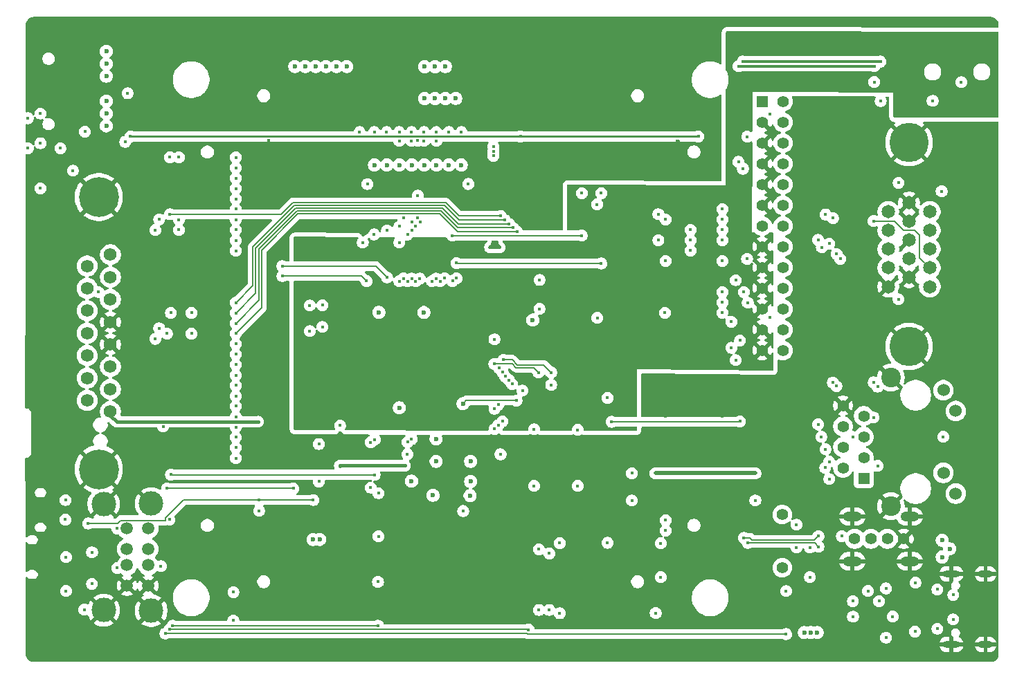
<source format=gbr>
%TF.GenerationSoftware,KiCad,Pcbnew,9.0.0*%
%TF.CreationDate,2025-05-16T22:45:05-04:00*%
%TF.ProjectId,REV.C,5245562e-432e-46b6-9963-61645f706362,0.1*%
%TF.SameCoordinates,Original*%
%TF.FileFunction,Copper,L2,Inr*%
%TF.FilePolarity,Positive*%
%FSLAX46Y46*%
G04 Gerber Fmt 4.6, Leading zero omitted, Abs format (unit mm)*
G04 Created by KiCad (PCBNEW 9.0.0) date 2025-05-16 22:45:05*
%MOMM*%
%LPD*%
G01*
G04 APERTURE LIST*
%TA.AperFunction,ComponentPad*%
%ADD10C,1.500000*%
%TD*%
%TA.AperFunction,ComponentPad*%
%ADD11C,3.000000*%
%TD*%
%TA.AperFunction,ComponentPad*%
%ADD12C,1.562000*%
%TD*%
%TA.AperFunction,ComponentPad*%
%ADD13C,4.877000*%
%TD*%
%TA.AperFunction,ComponentPad*%
%ADD14C,1.397000*%
%TD*%
%TA.AperFunction,ComponentPad*%
%ADD15R,1.397000X1.397000*%
%TD*%
%TA.AperFunction,ComponentPad*%
%ADD16R,1.408000X1.408000*%
%TD*%
%TA.AperFunction,ComponentPad*%
%ADD17C,1.408000*%
%TD*%
%TA.AperFunction,ComponentPad*%
%ADD18C,1.530000*%
%TD*%
%TA.AperFunction,ComponentPad*%
%ADD19C,2.400000*%
%TD*%
%TA.AperFunction,ComponentPad*%
%ADD20C,1.650000*%
%TD*%
%TA.AperFunction,ComponentPad*%
%ADD21C,4.800000*%
%TD*%
%TA.AperFunction,ComponentPad*%
%ADD22C,1.420000*%
%TD*%
%TA.AperFunction,ComponentPad*%
%ADD23O,2.250000X1.250000*%
%TD*%
%TA.AperFunction,ComponentPad*%
%ADD24O,2.000000X0.900000*%
%TD*%
%TA.AperFunction,ComponentPad*%
%ADD25O,1.700000X0.900000*%
%TD*%
%TA.AperFunction,ViaPad*%
%ADD26C,0.450000*%
%TD*%
%TA.AperFunction,ViaPad*%
%ADD27C,0.600000*%
%TD*%
%TA.AperFunction,Conductor*%
%ADD28C,0.200000*%
%TD*%
%TA.AperFunction,Conductor*%
%ADD29C,0.300000*%
%TD*%
%TA.AperFunction,Conductor*%
%ADD30C,0.500000*%
%TD*%
%TA.AperFunction,Conductor*%
%ADD31C,0.400000*%
%TD*%
%TA.AperFunction,Conductor*%
%ADD32C,0.250000*%
%TD*%
G04 APERTURE END LIST*
D10*
%TO.N,Net-(J3-VBUS1)*%
%TO.C,J3*%
X111200000Y-121950000D03*
%TO.N,Net-(J3-D1-)*%
X111200000Y-124450000D03*
%TO.N,Net-(J3-D1+)*%
X111200000Y-126450000D03*
%TO.N,GND*%
X111200000Y-128950000D03*
%TO.N,Net-(J3-VBUS2)*%
X108600000Y-121950000D03*
%TO.N,Net-(J3-D2-)*%
X108600000Y-124450000D03*
%TO.N,Net-(J3-D2+)*%
X108600000Y-126450000D03*
%TO.N,GND*%
X108600000Y-128950000D03*
D11*
X111550000Y-118900000D03*
X105750000Y-118950000D03*
X105750000Y-131950000D03*
X111550000Y-132000000D03*
%TD*%
D12*
%TO.N,+5VFILT*%
%TO.C,J2*%
X106572000Y-107631000D03*
%TO.N,/JAB1*%
X106572000Y-104888000D03*
%TO.N,Net-(J2-Pad3)*%
X106572000Y-102145000D03*
%TO.N,GND*%
X106572000Y-99401000D03*
X106572000Y-96658000D03*
%TO.N,Net-(J2-Pad6)*%
X106572000Y-93915000D03*
%TO.N,/JAB2*%
X106572000Y-91172000D03*
%TO.N,+5VFILT*%
X106572000Y-88429000D03*
X103727000Y-106259000D03*
%TO.N,/JBB1*%
X103727000Y-103516000D03*
%TO.N,Net-(J2-Pad11)*%
X103727000Y-100773000D03*
%TO.N,/MIDOUT*%
X103727000Y-98030000D03*
%TO.N,Net-(J2-Pad13)*%
X103727000Y-95287000D03*
%TO.N,/JBB2*%
X103727000Y-92543000D03*
%TO.N,/MIDIN*%
X103727000Y-89800000D03*
D13*
%TO.N,GND*%
X105150000Y-81367000D03*
X105150000Y-114692000D03*
%TD*%
D14*
%TO.N,VCC*%
%TO.C,SP1*%
X188730000Y-126751200D03*
%TO.N,Net-(D3-A)*%
X188730000Y-120248800D03*
%TD*%
D15*
%TO.N,GND*%
%TO.C,J9*%
X186280000Y-69670000D03*
D14*
%TO.N,unconnected-(J9-NC-Pad2)*%
X188820000Y-69670000D03*
%TO.N,GND*%
X186280000Y-72210000D03*
%TO.N,/MIDOUT*%
X188820000Y-72210000D03*
%TO.N,GND*%
X186280000Y-74750000D03*
%TO.N,VCC*%
X188820000Y-74750000D03*
%TO.N,GND*%
X186280000Y-77290000D03*
%TO.N,unconnected-(J9-NC-Pad8)*%
X188820000Y-77290000D03*
%TO.N,GND*%
X186280000Y-79830000D03*
%TO.N,VCC*%
X188820000Y-79830000D03*
%TO.N,GND*%
X186280000Y-82370000D03*
%TO.N,unconnected-(J9-NC-Pad12)*%
X188820000Y-82370000D03*
%TO.N,unconnected-(J9-NC-Pad13)*%
X186280000Y-84910000D03*
%TO.N,VCC*%
X188820000Y-84910000D03*
%TO.N,AGND*%
X186280000Y-87450000D03*
%TO.N,unconnected-(J9-NC-Pad16)*%
X188820000Y-87450000D03*
%TO.N,AGND*%
X186280000Y-89990000D03*
%TO.N,unconnected-(J9-+12V-Pad18)*%
X188820000Y-89990000D03*
%TO.N,AGND*%
X186280000Y-92530000D03*
%TO.N,/CS_WT_IN_R*%
X188820000Y-92530000D03*
%TO.N,AGND*%
X186280000Y-95070000D03*
%TO.N,unconnected-(J9--12V-Pad22)*%
X188820000Y-95070000D03*
%TO.N,AGND*%
X186280000Y-97610000D03*
%TO.N,/CS_WT_IN_L*%
X188820000Y-97610000D03*
%TO.N,AGND*%
X186280000Y-100150000D03*
%TO.N,/~{WT_RESET}*%
X188820000Y-100150000D03*
%TD*%
D16*
%TO.N,/LANTX-*%
%TO.C,J7*%
X198700000Y-115790000D03*
D17*
%TO.N,/LANTX+*%
X196160000Y-114520000D03*
%TO.N,/LANRX+*%
X198700000Y-113250000D03*
%TO.N,+3.3V*%
X196160000Y-111980000D03*
X198700000Y-110710000D03*
%TO.N,/LANRX-*%
X196160000Y-109440000D03*
%TO.N,unconnected-(J7-NC-Pad7)*%
X198700000Y-108170000D03*
%TO.N,GND*%
X196160000Y-106900000D03*
D18*
%TO.N,+3.3V*%
X209950000Y-117670000D03*
%TO.N,Net-(J7-D2)*%
X208430000Y-115130000D03*
%TO.N,Net-(J7-D4)*%
X209950000Y-107560000D03*
%TO.N,+3.3V*%
X208430000Y-105020000D03*
D19*
%TO.N,GND*%
X202000000Y-119220000D03*
X202000000Y-103470000D03*
%TD*%
D20*
%TO.N,/ROUT*%
%TO.C,J4*%
X201690000Y-83172000D03*
%TO.N,/GOUT*%
X201690000Y-85462000D03*
%TO.N,/BOUT*%
X201690000Y-87752000D03*
%TO.N,unconnected-(J4-Pad4)*%
X201690000Y-90042000D03*
%TO.N,GND*%
X201690000Y-92332000D03*
X204230000Y-82027000D03*
X204230000Y-84317000D03*
X204230000Y-86607000D03*
%TO.N,VCC*%
X204230000Y-88897000D03*
%TO.N,GND*%
X204230000Y-91187000D03*
%TO.N,unconnected-(J4-Pad11)*%
X206770000Y-83172000D03*
%TO.N,/DDCDAT*%
X206770000Y-85462000D03*
%TO.N,/HSYNC*%
X206770000Y-87752000D03*
%TO.N,/VSYNC*%
X206770000Y-90042000D03*
%TO.N,/DDCCLK*%
X206770000Y-92332000D03*
D21*
%TO.N,GND*%
X204230000Y-74685000D03*
X204230000Y-99674000D03*
%TD*%
D22*
%TO.N,Net-(C25-Pad1)*%
%TO.C,J1*%
X197578000Y-123222500D03*
%TO.N,Net-(J1-Pad2)*%
X199578000Y-123222500D03*
%TO.N,Net-(J1-Pad3)*%
X201578000Y-123222500D03*
%TO.N,GND*%
X203578000Y-123222500D03*
D23*
X197308000Y-120487500D03*
X204308000Y-120487500D03*
X197308000Y-125957500D03*
X204308000Y-125957500D03*
%TD*%
D24*
%TO.N,GND*%
%TO.C,J8*%
X209410000Y-136150000D03*
D25*
X213590000Y-136150000D03*
D24*
X209410000Y-127500000D03*
D25*
X213590000Y-127500000D03*
%TD*%
D26*
%TO.N,/PWR_SW*%
X113010000Y-109444999D03*
D27*
%TO.N,GND*%
X99000000Y-61620000D03*
D26*
X143730000Y-65490000D03*
X156438600Y-131920000D03*
D27*
X106070000Y-68090000D03*
D26*
X181410000Y-89180000D03*
X181410000Y-119663600D03*
X172735000Y-105155003D03*
D27*
X134850000Y-132970000D03*
D26*
X180000000Y-137800000D03*
D27*
X123625000Y-67003600D03*
D26*
X210000000Y-137800000D03*
X153580000Y-87505000D03*
X130100000Y-137800000D03*
D27*
X175988600Y-74590000D03*
D26*
X172735000Y-104580000D03*
X119900000Y-137800000D03*
X160100000Y-137800000D03*
X181410000Y-82833600D03*
X200000000Y-137800000D03*
X132500000Y-94600000D03*
X110000000Y-137800000D03*
D27*
X165318600Y-65410000D03*
D26*
X120000000Y-59900000D03*
X190000000Y-137800000D03*
X150000000Y-137800000D03*
X130200000Y-59900000D03*
X100000000Y-137800000D03*
X190100000Y-59900000D03*
X180100000Y-59900000D03*
X125940000Y-74450000D03*
X96475000Y-79400000D03*
X100825000Y-77150000D03*
X160200000Y-59900000D03*
X150100000Y-59900000D03*
X132500000Y-97262500D03*
D27*
X179888600Y-74590000D03*
D26*
X153004997Y-87505000D03*
X174460000Y-108230000D03*
X181410000Y-108233600D03*
D27*
X169128600Y-65410000D03*
D26*
X170100000Y-59900000D03*
X154155003Y-87505000D03*
X140000000Y-137800000D03*
X200100000Y-59900000D03*
D27*
X157708600Y-124610000D03*
D26*
X140100000Y-59900000D03*
X114950000Y-93010000D03*
X210100000Y-59900000D03*
X174460000Y-89180000D03*
X174460000Y-84100000D03*
X136610000Y-118450000D03*
X114950000Y-113320000D03*
D27*
X134848600Y-128070000D03*
D26*
X100100000Y-59900000D03*
X174460000Y-119660000D03*
X156960000Y-105065000D03*
X150080000Y-72420000D03*
X110100000Y-59900000D03*
X174380000Y-95540000D03*
X181410000Y-95540000D03*
D27*
X166588600Y-72480000D03*
D26*
X170000000Y-137800000D03*
X172735000Y-105730006D03*
X133590000Y-118450000D03*
%TO.N,Net-(U3-REFFLT)*%
X159040000Y-95045000D03*
X159040000Y-91520000D03*
%TO.N,Net-(U3-XTALI)*%
X158380000Y-109800000D03*
X153530000Y-107287500D03*
X153530000Y-109770000D03*
X158380000Y-116730000D03*
%TO.N,Net-(U3-XTALO)*%
X154000000Y-106787500D03*
X163720000Y-109870000D03*
X163720000Y-116730000D03*
X154005000Y-109295000D03*
%TO.N,Net-(U3-ROUT)*%
X164210000Y-86070000D03*
X164220000Y-80885000D03*
X148400000Y-91650000D03*
X148390000Y-86070000D03*
%TO.N,Net-(U3-LOUT)*%
X166600000Y-80885000D03*
X166590000Y-89500000D03*
X148900000Y-89450000D03*
X148897664Y-91314839D03*
%TO.N,Net-(U3-MIN)*%
X160470000Y-104360000D03*
X160470000Y-102850000D03*
X154630000Y-101287500D03*
%TO.N,Net-(C38-Pad2)*%
X183385000Y-77050000D03*
X199980000Y-65340000D03*
X183385000Y-65340000D03*
X199980000Y-67270000D03*
X210620000Y-67300000D03*
%TO.N,Net-(C39-Pad2)*%
X183910000Y-64775000D03*
X200750000Y-64775000D03*
X207120000Y-69590000D03*
X200760000Y-69600000D03*
X183920000Y-77890000D03*
%TO.N,/MIDOUT*%
X144158753Y-74450000D03*
X142400000Y-91323735D03*
X187230000Y-71210000D03*
X142430000Y-83910000D03*
X144158753Y-83910000D03*
X166080000Y-82260000D03*
X166100000Y-96150000D03*
X187245000Y-96086500D03*
X144158753Y-81180000D03*
%TO.N,/JACY*%
X141920000Y-84940000D03*
D27*
X141890000Y-77435000D03*
D26*
X143900000Y-84940000D03*
X143900000Y-91682263D03*
D27*
%TO.N,/JACX*%
X146450000Y-77435000D03*
D26*
X146408136Y-91340938D03*
%TO.N,/JBCX*%
X145900000Y-91660000D03*
D27*
X144930000Y-77435000D03*
%TO.N,/JBCY*%
X143410000Y-77435000D03*
D26*
X144440000Y-84440000D03*
X144405991Y-91359809D03*
X143410000Y-84410000D03*
%TO.N,/DRQ1*%
X127605000Y-91040000D03*
X137900000Y-91650000D03*
%TO.N,/JBB2*%
X140350000Y-73410000D03*
X143410000Y-85460000D03*
X143405365Y-91336566D03*
D27*
X140370000Y-77435000D03*
D26*
X140400000Y-85440000D03*
%TO.N,/RSTDRV*%
X113850000Y-76493600D03*
X114950000Y-76493600D03*
X113850000Y-83470000D03*
X154321695Y-83695000D03*
X154090000Y-102300000D03*
%TO.N,/JAB1*%
X147430000Y-91290000D03*
D27*
X149490000Y-77435000D03*
D26*
X149490000Y-73410000D03*
%TO.N,/AEN*%
X121910000Y-87930000D03*
%TO.N,/JBB1*%
X147940355Y-73410000D03*
D27*
X147970000Y-77435000D03*
D26*
X146901798Y-91681967D03*
%TO.N,/JAB2*%
X142900000Y-91660000D03*
X138850000Y-73410000D03*
D27*
X138850000Y-77435000D03*
D26*
X138810000Y-85940000D03*
X142910000Y-85940000D03*
%TO.N,/IOCHRDY*%
X121910000Y-86660000D03*
%TO.N,/VBATT*%
X185440000Y-118520000D03*
X185430000Y-115190000D03*
X173240000Y-115190000D03*
X173250000Y-132300000D03*
X170340000Y-118520000D03*
X170340000Y-115190000D03*
X161518600Y-132330000D03*
D27*
%TO.N,+5VFILT*%
X139400000Y-95475000D03*
D26*
X105090000Y-92980000D03*
D27*
X149680000Y-106660000D03*
D26*
X142585000Y-114255023D03*
X134640000Y-114260000D03*
D27*
X141900000Y-107175000D03*
D26*
X124630000Y-108869999D03*
X134660000Y-109340000D03*
X156230000Y-106287500D03*
X137990000Y-79770000D03*
D27*
X144900000Y-95500000D03*
D26*
X150330000Y-79760000D03*
D27*
%TO.N,VCC*%
X150550000Y-117912500D03*
D26*
X132060000Y-116200000D03*
D27*
X208290000Y-123400000D03*
X158220000Y-96430000D03*
D26*
X153400000Y-75740000D03*
X124750000Y-119770000D03*
X103370000Y-131890000D03*
D27*
X209190000Y-124440000D03*
D26*
X202950000Y-93880000D03*
X130940000Y-97780000D03*
X149710000Y-119810000D03*
D27*
X191420000Y-134690000D03*
X192220000Y-134690000D03*
D26*
X174460000Y-120933600D03*
X174460000Y-122203555D03*
D27*
X193000000Y-134690000D03*
D26*
X153400000Y-75164997D03*
X132060000Y-111600000D03*
D27*
X146025000Y-117887500D03*
D26*
X130950000Y-94640000D03*
X153400000Y-76315003D03*
X98010000Y-80300000D03*
D27*
X208290000Y-125440000D03*
D26*
%TO.N,+3.3V*%
X156700000Y-73950000D03*
X108670000Y-68660000D03*
X208420000Y-110710000D03*
X96470000Y-75390000D03*
X109024496Y-73950000D03*
X103450000Y-73350000D03*
X184430000Y-88940000D03*
X178460000Y-73950000D03*
X96470000Y-71710000D03*
X184435000Y-73975000D03*
X100450000Y-75390000D03*
X195820000Y-88930000D03*
%TO.N,/VBUS*%
X197370000Y-130850000D03*
X201420000Y-129290000D03*
X205020000Y-128580000D03*
X200570000Y-130850000D03*
X204960000Y-134560000D03*
%TO.N,Net-(F1-Pad2)*%
X207690000Y-129415000D03*
X207690000Y-134215000D03*
%TO.N,Net-(J1-Pad2)*%
X196020000Y-122880000D03*
%TO.N,/KBCLK*%
X158970000Y-124495000D03*
D27*
X131344524Y-123304524D03*
D26*
%TO.N,/MSCLK*%
X158978600Y-131920000D03*
%TO.N,/MSDATA*%
X160248600Y-131920000D03*
%TO.N,/KBDATA*%
X160248600Y-125000000D03*
D27*
X132169265Y-123280735D03*
%TO.N,/DDCDAT*%
X147538600Y-69300000D03*
%TO.N,/HSYNC*%
X145000000Y-69300000D03*
D26*
X208220000Y-80650000D03*
%TO.N,/BOUT*%
X202950000Y-79620000D03*
D27*
X144998600Y-65400000D03*
%TO.N,/DDCCLK*%
X148808600Y-69290000D03*
%TO.N,/ROUT*%
X146268600Y-65400000D03*
%TO.N,/GOUT*%
X147538600Y-65380000D03*
%TO.N,/VSYNC*%
X146268600Y-69300000D03*
D26*
X199890000Y-84300000D03*
D27*
%TO.N,Net-(J5-CLK)*%
X106070000Y-69610000D03*
%TO.N,Net-(J5-DAT0)*%
X106070000Y-71130000D03*
%TO.N,Net-(J5-DAT3{slash}CD)*%
X106070000Y-65050000D03*
%TO.N,Net-(J5-DAT1)*%
X106070000Y-72650000D03*
%TO.N,Net-(J5-DAT2)*%
X106070000Y-63530000D03*
%TO.N,Net-(J5-CMD)*%
X106070000Y-66570000D03*
D26*
%TO.N,/LANRX-*%
X193120000Y-86610000D03*
X193120000Y-109200000D03*
X181410000Y-85370000D03*
%TO.N,/LANTX+*%
X177510000Y-86640000D03*
X194010000Y-112240000D03*
X194020000Y-83490000D03*
X173580000Y-83470000D03*
X193980000Y-114510000D03*
X173580000Y-86640000D03*
%TO.N,/LANRX+*%
X181410000Y-86640000D03*
X193570000Y-87510000D03*
X193500000Y-110720000D03*
X197360000Y-110740000D03*
%TO.N,/LANTX-*%
X194480000Y-115890000D03*
X194460000Y-113760000D03*
X194470000Y-87060000D03*
X177510000Y-85380000D03*
%TO.N,Net-(J8-CC2)*%
X209640000Y-130080000D03*
%TO.N,Net-(J8-CC1)*%
X209640000Y-133080000D03*
%TO.N,/USBD0+*%
X184520000Y-123701000D03*
X193150000Y-124170000D03*
X181410000Y-94270000D03*
X184510000Y-94300000D03*
%TO.N,/USBD0-*%
X184035000Y-123090000D03*
X181410000Y-92990000D03*
X184035000Y-92990000D03*
X193150000Y-122870000D03*
%TO.N,Net-(Q1-G)*%
X202235000Y-132735000D03*
X197380000Y-132750000D03*
X201420000Y-135310000D03*
D27*
%TO.N,/CS_SDA*%
X150625000Y-113725000D03*
X146400000Y-111001853D03*
X150625000Y-116187500D03*
X146400000Y-113725000D03*
%TO.N,/CS_SCL*%
X143400000Y-116150000D03*
D26*
X143400000Y-111001853D03*
D27*
%TO.N,/IDED0*%
X135473779Y-65375613D03*
D26*
%TO.N,/SPEAKER*%
X167360000Y-105960000D03*
X192115000Y-124280000D03*
X173875000Y-127910000D03*
X173875000Y-123750000D03*
X192120000Y-127910000D03*
X167360000Y-123700000D03*
X161518600Y-123741400D03*
D27*
%TO.N,/IDED1*%
X134203872Y-65375525D03*
%TO.N,/IDED2*%
X132933901Y-65375497D03*
%TO.N,/IDED3*%
X131663998Y-65375404D03*
%TO.N,/IDED4*%
X130393300Y-65375497D03*
D26*
X101975000Y-78130000D03*
X108374748Y-74599748D03*
D27*
%TO.N,/IDED5*%
X129123599Y-65375782D03*
D26*
%TO.N,/IRQ5*%
X128930000Y-117050000D03*
X138400000Y-116940000D03*
X138407006Y-111385952D03*
X116481890Y-98083600D03*
X113485000Y-98070000D03*
X113485000Y-117040000D03*
%TO.N,/IRQ7*%
X116481890Y-95543600D03*
X138877684Y-115362902D03*
X113960000Y-115350000D03*
X138900000Y-111043959D03*
X113960000Y-95543600D03*
%TO.N,/MIDIN*%
X137030000Y-73410000D03*
X141910000Y-91670000D03*
X137430000Y-86930000D03*
X141910000Y-86930000D03*
%TO.N,Net-(J2-Pad3)*%
X146440000Y-74470000D03*
X146410000Y-73410000D03*
%TO.N,Net-(J2-Pad13)*%
X143400000Y-74470000D03*
X143400000Y-73410000D03*
%TO.N,Net-(J2-Pad11)*%
X144920000Y-73410000D03*
X144920000Y-74470000D03*
%TO.N,Net-(J2-Pad6)*%
X141890000Y-74470000D03*
X141880000Y-73410000D03*
%TO.N,/PWR_SW*%
X189190000Y-129610000D03*
X189190000Y-134880000D03*
X113300000Y-134800000D03*
X199210000Y-129590000D03*
%TO.N,/RESET*%
X113775000Y-134325000D03*
X157710000Y-134330000D03*
%TO.N,/~{LINKACT}*%
X194920000Y-104070000D03*
X199910000Y-108360000D03*
X181410000Y-84100000D03*
X199900000Y-104060000D03*
X194930000Y-83940000D03*
%TO.N,/HID_VCC*%
X131380000Y-118460000D03*
X104325000Y-124870000D03*
X103860000Y-121335000D03*
X104315000Y-128730000D03*
X124700000Y-118460000D03*
X139350000Y-122900000D03*
X139340000Y-117625000D03*
%TO.N,Net-(J3-D1-)*%
X112740000Y-126570000D03*
%TO.N,/~{DUPLEX}*%
X200385000Y-104580000D03*
X200385000Y-114280000D03*
X195349471Y-104510000D03*
X195370000Y-88330000D03*
X177510000Y-87920000D03*
%TO.N,Net-(U3-LMIC)*%
X153527500Y-98787500D03*
X153500000Y-101787500D03*
X158930000Y-102850000D03*
%TO.N,AGND*%
X158930000Y-105795000D03*
X169145000Y-104564997D03*
X169145000Y-105140000D03*
X163480000Y-97600000D03*
D27*
X150350000Y-97275000D03*
D26*
X161425000Y-93830000D03*
X213820000Y-69590000D03*
X149090000Y-87170000D03*
X213820000Y-62490000D03*
X163460000Y-103620000D03*
X169145000Y-105715003D03*
%TO.N,Net-(J3-VBUS2)*%
X107400000Y-126790000D03*
X107400000Y-121950000D03*
%TO.N,Net-(U6-XO{slash}P4.7)*%
X121600000Y-133220000D03*
X121610000Y-129740000D03*
%TO.N,/CS_WT_IN_R*%
X183035000Y-101330000D03*
X183035000Y-91540000D03*
%TO.N,/~{WT_RESET}*%
X183560000Y-98930000D03*
X142890000Y-112860000D03*
X142900000Y-111360847D03*
X154280000Y-112860000D03*
X154510697Y-108815000D03*
X167860000Y-108880000D03*
X183560000Y-108830000D03*
%TO.N,/CS_WT_IN_L*%
X182510000Y-96635000D03*
X182510000Y-99820000D03*
%TO.N,/A1*%
X121910000Y-112050000D03*
%TO.N,/A10*%
X121910000Y-100620000D03*
%TO.N,/A2*%
X121910000Y-110780000D03*
%TO.N,/D1*%
X121910000Y-84120000D03*
%TO.N,/~{DACK1}*%
X127605000Y-89830000D03*
X140400000Y-91200000D03*
%TO.N,/A14*%
X121910000Y-95550000D03*
X154837661Y-103312500D03*
X155335000Y-84645000D03*
%TO.N,/A7*%
X121910000Y-104433600D03*
%TO.N,/A6*%
X121900000Y-105720000D03*
%TO.N,/A12*%
X155696002Y-104253998D03*
X156285000Y-85595000D03*
X121910000Y-98080000D03*
%TO.N,/D4*%
X121910000Y-80310000D03*
%TO.N,/D6*%
X121910000Y-77770000D03*
%TO.N,/D5*%
X121910000Y-79040000D03*
%TO.N,/A11*%
X121910000Y-99350000D03*
%TO.N,/A13*%
X155810000Y-85120000D03*
X155311002Y-103778998D03*
X121910000Y-96820000D03*
%TO.N,/A4*%
X121910000Y-108260000D03*
%TO.N,/A15*%
X154518395Y-102804491D03*
X121910000Y-94280000D03*
X154828214Y-84170000D03*
%TO.N,/D0*%
X121910000Y-85380000D03*
%TO.N,/A3*%
X121910000Y-109520000D03*
%TO.N,/A5*%
X121910000Y-106970000D03*
%TO.N,/~{IOW}*%
X114950000Y-84120000D03*
X112530000Y-84110000D03*
X112535000Y-97450000D03*
%TO.N,/D2*%
X121910000Y-82840000D03*
%TO.N,/~{IOR}*%
X112060000Y-98720000D03*
X114950000Y-85383600D03*
X112060000Y-85400000D03*
%TO.N,/D3*%
X121910000Y-81580000D03*
%TO.N,/A8*%
X121910000Y-103170000D03*
%TO.N,/A9*%
X121910000Y-101890000D03*
%TO.N,/D7*%
X121910000Y-76500000D03*
%TO.N,/A0*%
X121910000Y-113330000D03*
%TO.N,Net-(Q2-B)*%
X190465000Y-124280000D03*
X190460000Y-121480000D03*
%TO.N,Net-(R19-Pad2)*%
X98010000Y-74770000D03*
X98010000Y-71140000D03*
%TO.N,Net-(R42-Pad2)*%
X101140000Y-129590000D03*
X101140000Y-125450000D03*
%TO.N,Net-(U6-P3.4)*%
X139293599Y-128480000D03*
X101080000Y-118470000D03*
X114185807Y-133850000D03*
X101070000Y-120860000D03*
X139290000Y-133850000D03*
X113775000Y-120860000D03*
%TD*%
D28*
%TO.N,Net-(U3-ROUT)*%
X164210000Y-86070000D02*
X148390000Y-86070000D01*
%TO.N,Net-(U3-LOUT)*%
X166580000Y-89490000D02*
X148940000Y-89490000D01*
X148940000Y-89490000D02*
X148900000Y-89450000D01*
X166590000Y-89500000D02*
X166580000Y-89490000D01*
%TO.N,Net-(U3-MIN)*%
X155707501Y-101287500D02*
X156330001Y-101910000D01*
X154630000Y-101287500D02*
X155707501Y-101287500D01*
X159530000Y-101910000D02*
X160470000Y-102850000D01*
X156330001Y-101910000D02*
X159530000Y-101910000D01*
D29*
%TO.N,Net-(C38-Pad2)*%
X183385000Y-65340000D02*
X199980000Y-65340000D01*
%TO.N,Net-(C39-Pad2)*%
X183910000Y-64775000D02*
X200750000Y-64775000D01*
D28*
%TO.N,/DRQ1*%
X127605000Y-91040000D02*
X137290000Y-91040000D01*
X137290000Y-91040000D02*
X137900000Y-91650000D01*
%TO.N,/RSTDRV*%
X128914339Y-82035000D02*
X147555990Y-82035000D01*
X127469339Y-83480000D02*
X128914339Y-82035000D01*
X149215990Y-83695000D02*
X154321695Y-83695000D01*
X113860000Y-83480000D02*
X127469339Y-83480000D01*
X147555990Y-82035000D02*
X149215990Y-83695000D01*
X113850000Y-83470000D02*
X113860000Y-83480000D01*
D30*
%TO.N,/VBATT*%
X173240000Y-115190000D02*
X185430000Y-115190000D01*
D28*
%TO.N,+5VFILT*%
X149680000Y-106660000D02*
X150065000Y-106275000D01*
D31*
X106572000Y-108089000D02*
X107352999Y-108869999D01*
X107352999Y-108869999D02*
X124630000Y-108869999D01*
X134644977Y-114255023D02*
X142585000Y-114255023D01*
D28*
X156217500Y-106275000D02*
X156230000Y-106287500D01*
X150065000Y-106275000D02*
X156217500Y-106275000D01*
D31*
X134640000Y-114260000D02*
X134644977Y-114255023D01*
D32*
%TO.N,+3.3V*%
X184410000Y-73950000D02*
X184435000Y-73975000D01*
X109024496Y-73950000D02*
X156700000Y-73950000D01*
X156700000Y-73950000D02*
X178460000Y-73950000D01*
D28*
%TO.N,/VSYNC*%
X202450000Y-84300000D02*
X203542000Y-85392000D01*
X205510000Y-88782000D02*
X206770000Y-90042000D01*
X205510000Y-85990000D02*
X205510000Y-88782000D01*
X204912000Y-85392000D02*
X205510000Y-85990000D01*
X203542000Y-85392000D02*
X204912000Y-85392000D01*
X199890000Y-84300000D02*
X202450000Y-84300000D01*
%TO.N,/USBD0+*%
X185084079Y-123701000D02*
X184793303Y-123701000D01*
X192524612Y-123701000D02*
X185084079Y-123701000D01*
X184793303Y-123701000D02*
X184793302Y-123701000D01*
X192681000Y-123701000D02*
X192524612Y-123701000D01*
X184520000Y-123701000D02*
X184793303Y-123701000D01*
X193150000Y-124170000D02*
X192681000Y-123701000D01*
%TO.N,/USBD0-*%
X192670000Y-123350000D02*
X193150000Y-122870000D01*
X184035000Y-123090000D02*
X184035834Y-123090834D01*
X184790834Y-123090834D02*
X185050000Y-123350000D01*
X184035834Y-123090834D02*
X184790834Y-123090834D01*
X185050000Y-123350000D02*
X192670000Y-123350000D01*
%TO.N,/IRQ5*%
X113495000Y-117050000D02*
X113485000Y-117040000D01*
X128930000Y-117050000D02*
X113495000Y-117050000D01*
%TO.N,/IRQ7*%
X113972902Y-115362902D02*
X138877684Y-115362902D01*
X113960000Y-115350000D02*
X113972902Y-115362902D01*
%TO.N,/PWR_SW*%
X157508248Y-134800000D02*
X157588248Y-134880000D01*
X113300000Y-134800000D02*
X157508248Y-134800000D01*
X157588248Y-134880000D02*
X189190000Y-134880000D01*
%TO.N,/RESET*%
X157705000Y-134325000D02*
X157710000Y-134330000D01*
X113775000Y-134325000D02*
X157705000Y-134325000D01*
%TO.N,/HID_VCC*%
X103860000Y-121335000D02*
X107435000Y-121335000D01*
X113300000Y-120663248D02*
X115503248Y-118460000D01*
X115503248Y-118460000D02*
X124700000Y-118460000D01*
X113300000Y-120950000D02*
X113300000Y-120663248D01*
X124700000Y-118460000D02*
X131380000Y-118460000D01*
X107435000Y-121335000D02*
X107820000Y-120950000D01*
X107820000Y-120950000D02*
X113300000Y-120950000D01*
%TO.N,Net-(U3-LMIC)*%
X153522500Y-101765000D02*
X155690026Y-101765000D01*
X153500000Y-101787500D02*
X153522500Y-101765000D01*
X156185026Y-102260000D02*
X158340000Y-102260000D01*
X155690026Y-101765000D02*
X156185026Y-102260000D01*
X158340000Y-102260000D02*
X158930000Y-102850000D01*
%TO.N,/~{WT_RESET}*%
X167860000Y-108880000D02*
X183510000Y-108880000D01*
%TO.N,/~{DACK1}*%
X127605000Y-89830000D02*
X139030000Y-89830000D01*
X139030000Y-89830000D02*
X140400000Y-91200000D01*
%TO.N,/A14*%
X124345000Y-87594288D02*
X124345000Y-93115000D01*
X124345000Y-93115000D02*
X121910000Y-95550000D01*
X149105330Y-84645000D02*
X147195330Y-82735000D01*
X147195330Y-82735000D02*
X129204288Y-82735000D01*
X155335000Y-84645000D02*
X149105330Y-84645000D01*
X129204288Y-82735000D02*
X124345000Y-87594288D01*
%TO.N,/A12*%
X148994670Y-85595000D02*
X146834670Y-83435000D01*
X146834670Y-83435000D02*
X129494236Y-83435000D01*
X125070000Y-94920000D02*
X121910000Y-98080000D01*
X156285000Y-85595000D02*
X148994670Y-85595000D01*
X129494236Y-83435000D02*
X125070000Y-87859236D01*
X125070000Y-87859236D02*
X125070000Y-94920000D01*
%TO.N,/A13*%
X149050000Y-85120000D02*
X147015000Y-83085000D01*
X124720000Y-87714262D02*
X124720000Y-94010000D01*
X124720000Y-94010000D02*
X121910000Y-96820000D01*
X147015000Y-83085000D02*
X129349262Y-83085000D01*
X129349262Y-83085000D02*
X124720000Y-87714262D01*
X155810000Y-85120000D02*
X149050000Y-85120000D01*
%TO.N,/A15*%
X154828214Y-84170000D02*
X149196016Y-84170000D01*
X123995000Y-92195000D02*
X121910000Y-94280000D01*
X123995000Y-87449314D02*
X123995000Y-92195000D01*
X129059314Y-82385000D02*
X123995000Y-87449314D01*
X147411016Y-82385000D02*
X129059314Y-82385000D01*
X149196016Y-84170000D02*
X147411016Y-82385000D01*
%TO.N,Net-(U6-P3.4)*%
X114185807Y-133850000D02*
X139290000Y-133850000D01*
%TD*%
%TA.AperFunction,Conductor*%
%TO.N,GND*%
G36*
X202887768Y-90904963D02*
G01*
X202917249Y-90968308D01*
X202917114Y-91006235D01*
X202905000Y-91082720D01*
X202905000Y-91291280D01*
X202904999Y-91291280D01*
X202929496Y-91445945D01*
X202920541Y-91515238D01*
X202875545Y-91568690D01*
X202808793Y-91589329D01*
X202797296Y-91588960D01*
X202787372Y-91588179D01*
X202213787Y-92161765D01*
X202202518Y-92119708D01*
X202130110Y-91994292D01*
X202027708Y-91891890D01*
X201902292Y-91819482D01*
X201860233Y-91808212D01*
X202433818Y-91234628D01*
X202432222Y-91214340D01*
X202446586Y-91145963D01*
X202482952Y-91104295D01*
X202553505Y-91053035D01*
X202701035Y-90905505D01*
X202701035Y-90905504D01*
X202704480Y-90902060D01*
X202705418Y-90902998D01*
X202758852Y-90868114D01*
X202828720Y-90867612D01*
X202887768Y-90904963D01*
G37*
%TD.AperFunction*%
%TA.AperFunction,Conductor*%
G36*
X203191524Y-89737303D02*
G01*
X203215042Y-89757537D01*
X203215520Y-89757060D01*
X203218965Y-89760505D01*
X203366495Y-89908035D01*
X203407297Y-89937680D01*
X203437044Y-89959292D01*
X203479710Y-90014622D01*
X203487777Y-90069339D01*
X203486180Y-90089627D01*
X204059766Y-90663212D01*
X204017708Y-90674482D01*
X203892292Y-90746890D01*
X203789890Y-90849292D01*
X203717482Y-90974708D01*
X203706212Y-91016765D01*
X203132626Y-90443179D01*
X203123217Y-90443920D01*
X203054840Y-90429555D01*
X203005083Y-90380504D01*
X202989745Y-90312338D01*
X202991016Y-90300904D01*
X203011171Y-90173653D01*
X203015500Y-90146323D01*
X203015500Y-89937675D01*
X203003508Y-89861963D01*
X203012462Y-89792670D01*
X203057458Y-89739218D01*
X203124210Y-89718578D01*
X203191524Y-89737303D01*
G37*
%TD.AperFunction*%
%TA.AperFunction,Conductor*%
G36*
X205427117Y-89760659D02*
G01*
X205456619Y-89823994D01*
X205456492Y-89861962D01*
X205444500Y-89937680D01*
X205444500Y-90146324D01*
X205468983Y-90300904D01*
X205460028Y-90370198D01*
X205415032Y-90423650D01*
X205348281Y-90444289D01*
X205336782Y-90443920D01*
X205327371Y-90443179D01*
X204753787Y-91016764D01*
X204742518Y-90974708D01*
X204670110Y-90849292D01*
X204567708Y-90746890D01*
X204442292Y-90674482D01*
X204400233Y-90663212D01*
X204973818Y-90089628D01*
X204972222Y-90069340D01*
X204986586Y-90000963D01*
X205022952Y-89959295D01*
X205093505Y-89908035D01*
X205241035Y-89760505D01*
X205241035Y-89760504D01*
X205244480Y-89757060D01*
X205245620Y-89758200D01*
X205298188Y-89723854D01*
X205368056Y-89723328D01*
X205427117Y-89760659D01*
G37*
%TD.AperFunction*%
%TA.AperFunction,Conductor*%
G36*
X203717482Y-86819292D02*
G01*
X203789890Y-86944708D01*
X203892292Y-87047110D01*
X204017708Y-87119518D01*
X204059764Y-87130787D01*
X203486179Y-87704371D01*
X203487776Y-87724661D01*
X203473411Y-87793038D01*
X203437045Y-87834706D01*
X203366495Y-87885964D01*
X203366492Y-87885967D01*
X203215520Y-88036940D01*
X203214388Y-88035808D01*
X203161753Y-88070162D01*
X203091885Y-88070654D01*
X203032842Y-88033294D01*
X203003370Y-87969945D01*
X203003508Y-87932035D01*
X203015500Y-87856323D01*
X203015500Y-87647675D01*
X202991016Y-87493094D01*
X202999970Y-87423801D01*
X203044966Y-87370349D01*
X203111718Y-87349709D01*
X203123219Y-87350078D01*
X203132628Y-87350818D01*
X203706212Y-86777233D01*
X203717482Y-86819292D01*
G37*
%TD.AperFunction*%
%TA.AperFunction,Conductor*%
G36*
X203717482Y-82239292D02*
G01*
X203789890Y-82364708D01*
X203892292Y-82467110D01*
X204017708Y-82539518D01*
X204059765Y-82550787D01*
X203486180Y-83124370D01*
X203489163Y-83162271D01*
X203489163Y-83181729D01*
X203486180Y-83219627D01*
X204059766Y-83793212D01*
X204017708Y-83804482D01*
X203892292Y-83876890D01*
X203789890Y-83979292D01*
X203717482Y-84104708D01*
X203706212Y-84146765D01*
X203132626Y-83573179D01*
X203123217Y-83573920D01*
X203054840Y-83559555D01*
X203005083Y-83510504D01*
X202989745Y-83442338D01*
X202991016Y-83430904D01*
X203003618Y-83351340D01*
X203015500Y-83276323D01*
X203015500Y-83085863D01*
X203015500Y-83067681D01*
X202990851Y-82912052D01*
X202990717Y-82911107D01*
X202995617Y-82877486D01*
X202999970Y-82843801D01*
X203000643Y-82843001D01*
X203000794Y-82841968D01*
X203023078Y-82816349D01*
X203044966Y-82790349D01*
X203045964Y-82790040D01*
X203046650Y-82789252D01*
X203079277Y-82779739D01*
X203111718Y-82769709D01*
X203113488Y-82769765D01*
X203113728Y-82769696D01*
X203114021Y-82769782D01*
X203123219Y-82770078D01*
X203132628Y-82770818D01*
X203706212Y-82197234D01*
X203717482Y-82239292D01*
G37*
%TD.AperFunction*%
%TA.AperFunction,Conductor*%
G36*
X205327370Y-82770817D02*
G01*
X205336780Y-82770077D01*
X205405158Y-82784441D01*
X205454915Y-82833492D01*
X205470254Y-82901657D01*
X205468983Y-82913093D01*
X205444500Y-83067675D01*
X205444500Y-83276324D01*
X205468983Y-83430904D01*
X205460028Y-83500198D01*
X205415032Y-83553650D01*
X205348281Y-83574289D01*
X205336782Y-83573920D01*
X205327371Y-83573179D01*
X204753787Y-84146764D01*
X204742518Y-84104708D01*
X204670110Y-83979292D01*
X204567708Y-83876890D01*
X204442292Y-83804482D01*
X204400233Y-83793212D01*
X204973818Y-83219628D01*
X204970836Y-83181727D01*
X204970836Y-83162270D01*
X204973818Y-83124371D01*
X204400234Y-82550787D01*
X204442292Y-82539518D01*
X204567708Y-82467110D01*
X204670110Y-82364708D01*
X204742518Y-82239292D01*
X204753787Y-82197234D01*
X205327370Y-82770817D01*
G37*
%TD.AperFunction*%
%TA.AperFunction,Conductor*%
G36*
X214184303Y-59301159D02*
G01*
X214193935Y-59301159D01*
X214204701Y-59301630D01*
X214362088Y-59315403D01*
X214383365Y-59319156D01*
X214530696Y-59358636D01*
X214551004Y-59366028D01*
X214689246Y-59430492D01*
X214707961Y-59441297D01*
X214831953Y-59528119D01*
X214832910Y-59528789D01*
X214849466Y-59542682D01*
X214957317Y-59650533D01*
X214971210Y-59667089D01*
X215058699Y-59792033D01*
X215069507Y-59810753D01*
X215133971Y-59948995D01*
X215141363Y-59969304D01*
X215180842Y-60116630D01*
X215184596Y-60137916D01*
X215198367Y-60295274D01*
X215198839Y-60306083D01*
X215198840Y-60469560D01*
X215179156Y-60536600D01*
X215126352Y-60582355D01*
X215074657Y-60593561D01*
X181954987Y-60544683D01*
X181847028Y-60556184D01*
X181795268Y-60567419D01*
X181692259Y-60601707D01*
X181571263Y-60679556D01*
X181571258Y-60679560D01*
X181518481Y-60725341D01*
X181424320Y-60834123D01*
X181364616Y-60965036D01*
X181364612Y-60965046D01*
X181344968Y-61032074D01*
X181344966Y-61032081D01*
X181344964Y-61032094D01*
X181324565Y-61174507D01*
X181324565Y-61174512D01*
X181326588Y-64988844D01*
X181306939Y-65055894D01*
X181254159Y-65101677D01*
X181185006Y-65111657D01*
X181140588Y-65096297D01*
X180906070Y-64960898D01*
X180906060Y-64960894D01*
X180633521Y-64848004D01*
X180633514Y-64848002D01*
X180633512Y-64848001D01*
X180348553Y-64771647D01*
X180299673Y-64765211D01*
X180056073Y-64733140D01*
X180056066Y-64733140D01*
X179761054Y-64733140D01*
X179761046Y-64733140D01*
X179482645Y-64769793D01*
X179468567Y-64771647D01*
X179218227Y-64838725D01*
X179183608Y-64848001D01*
X179183598Y-64848004D01*
X178911059Y-64960894D01*
X178911049Y-64960898D01*
X178655566Y-65108401D01*
X178421519Y-65287992D01*
X178421512Y-65287998D01*
X178212918Y-65496592D01*
X178212912Y-65496599D01*
X178033321Y-65730646D01*
X177885818Y-65986129D01*
X177885814Y-65986139D01*
X177772924Y-66258678D01*
X177772921Y-66258688D01*
X177696568Y-66543644D01*
X177696566Y-66543655D01*
X177658060Y-66836126D01*
X177658060Y-67131153D01*
X177685522Y-67339737D01*
X177696567Y-67423633D01*
X177696568Y-67423635D01*
X177772921Y-67708591D01*
X177772924Y-67708601D01*
X177885814Y-67981140D01*
X177885818Y-67981150D01*
X178033321Y-68236633D01*
X178212912Y-68470680D01*
X178212918Y-68470687D01*
X178421512Y-68679281D01*
X178421519Y-68679287D01*
X178655566Y-68858878D01*
X178911049Y-69006381D01*
X178911050Y-69006381D01*
X178911053Y-69006383D01*
X179121856Y-69093700D01*
X179180411Y-69117955D01*
X179183608Y-69119279D01*
X179468567Y-69195633D01*
X179761054Y-69234140D01*
X179761061Y-69234140D01*
X180056059Y-69234140D01*
X180056066Y-69234140D01*
X180348553Y-69195633D01*
X180633512Y-69119279D01*
X180906067Y-69006383D01*
X181142708Y-68869758D01*
X181210606Y-68853286D01*
X181276633Y-68876138D01*
X181319824Y-68931060D01*
X181328706Y-68977080D01*
X181332980Y-77028329D01*
X181333030Y-77121725D01*
X181334163Y-79257509D01*
X181314514Y-79324559D01*
X181261734Y-79370342D01*
X181209589Y-79381574D01*
X162528060Y-79295086D01*
X162417159Y-79306877D01*
X162417147Y-79306878D01*
X162417145Y-79306879D01*
X162417143Y-79306879D01*
X162417139Y-79306880D01*
X162364041Y-79318556D01*
X162364038Y-79318557D01*
X162258421Y-79354379D01*
X162138100Y-79433266D01*
X162138094Y-79433271D01*
X162085723Y-79479495D01*
X162085706Y-79479513D01*
X161992491Y-79589093D01*
X161933916Y-79720515D01*
X161914843Y-79787732D01*
X161895669Y-79930326D01*
X161895669Y-79930328D01*
X161904189Y-80863329D01*
X161905082Y-80961073D01*
X161905082Y-80961074D01*
X161916747Y-82238329D01*
X161917640Y-82336074D01*
X161917640Y-82336075D01*
X161921985Y-82811929D01*
X161927797Y-83448329D01*
X161928690Y-83546073D01*
X161928690Y-83546074D01*
X161945112Y-85344368D01*
X161926040Y-85411584D01*
X161873656Y-85457819D01*
X161821117Y-85469500D01*
X157100708Y-85469500D01*
X157033669Y-85449815D01*
X156987914Y-85397011D01*
X156984236Y-85387285D01*
X156981891Y-85381624D01*
X156927929Y-85251347D01*
X156927928Y-85251346D01*
X156927925Y-85251340D01*
X156848532Y-85132521D01*
X156848529Y-85132517D01*
X156747482Y-85031470D01*
X156747478Y-85031467D01*
X156628659Y-84952074D01*
X156628649Y-84952069D01*
X156551849Y-84920257D01*
X156497445Y-84876415D01*
X156484741Y-84853148D01*
X156452932Y-84776353D01*
X156452925Y-84776340D01*
X156373532Y-84657521D01*
X156373529Y-84657517D01*
X156272482Y-84556470D01*
X156272478Y-84556467D01*
X156153659Y-84477074D01*
X156153649Y-84477069D01*
X156076849Y-84445257D01*
X156022445Y-84401415D01*
X156009741Y-84378148D01*
X155977932Y-84301353D01*
X155977925Y-84301340D01*
X155898532Y-84182521D01*
X155898529Y-84182517D01*
X155797482Y-84081470D01*
X155797478Y-84081467D01*
X155678659Y-84002074D01*
X155678646Y-84002067D01*
X155563481Y-83954365D01*
X155509077Y-83910524D01*
X155496374Y-83887261D01*
X155471143Y-83826347D01*
X155471139Y-83826340D01*
X155391746Y-83707521D01*
X155391743Y-83707517D01*
X155290696Y-83606470D01*
X155290692Y-83606467D01*
X155171873Y-83527074D01*
X155171863Y-83527069D01*
X155057017Y-83479498D01*
X155002614Y-83435657D01*
X154989909Y-83412390D01*
X154964625Y-83351349D01*
X154964620Y-83351340D01*
X154885227Y-83232521D01*
X154885224Y-83232517D01*
X154784177Y-83131470D01*
X154784173Y-83131467D01*
X154665354Y-83052074D01*
X154665345Y-83052069D01*
X154533315Y-82997381D01*
X154533309Y-82997379D01*
X154393152Y-82969500D01*
X154393150Y-82969500D01*
X154250240Y-82969500D01*
X154250238Y-82969500D01*
X154110080Y-82997379D01*
X154110074Y-82997381D01*
X153978043Y-83052069D01*
X153945819Y-83073602D01*
X153879141Y-83094480D01*
X153876928Y-83094500D01*
X149516088Y-83094500D01*
X149449049Y-83074815D01*
X149428407Y-83058181D01*
X148043580Y-81673355D01*
X148043578Y-81673352D01*
X147924707Y-81554481D01*
X147924706Y-81554480D01*
X147831976Y-81500943D01*
X147831975Y-81500942D01*
X147787773Y-81475422D01*
X147713258Y-81455456D01*
X147635047Y-81434499D01*
X147476933Y-81434499D01*
X147469337Y-81434499D01*
X147469321Y-81434500D01*
X144998938Y-81434500D01*
X144931899Y-81414815D01*
X144886144Y-81362011D01*
X144876200Y-81292853D01*
X144877321Y-81286309D01*
X144884252Y-81251459D01*
X144884253Y-81251457D01*
X144884253Y-81108542D01*
X144856373Y-80968385D01*
X144856372Y-80968384D01*
X144856372Y-80968380D01*
X144801682Y-80836347D01*
X144801681Y-80836346D01*
X144801678Y-80836340D01*
X144722285Y-80717521D01*
X144722282Y-80717517D01*
X144621235Y-80616470D01*
X144621231Y-80616467D01*
X144502412Y-80537074D01*
X144502403Y-80537069D01*
X144370373Y-80482381D01*
X144370367Y-80482379D01*
X144230210Y-80454500D01*
X144230208Y-80454500D01*
X144087298Y-80454500D01*
X144087296Y-80454500D01*
X143947138Y-80482379D01*
X143947132Y-80482381D01*
X143815102Y-80537069D01*
X143815093Y-80537074D01*
X143696274Y-80616467D01*
X143696270Y-80616470D01*
X143595223Y-80717517D01*
X143595220Y-80717521D01*
X143515827Y-80836340D01*
X143515822Y-80836349D01*
X143461134Y-80968379D01*
X143461132Y-80968385D01*
X143433253Y-81108542D01*
X143433253Y-81251459D01*
X143440185Y-81286309D01*
X143433958Y-81355901D01*
X143391094Y-81411078D01*
X143325204Y-81434322D01*
X143318568Y-81434500D01*
X129001009Y-81434500D01*
X129000993Y-81434499D01*
X128993397Y-81434499D01*
X128835282Y-81434499D01*
X128758918Y-81454961D01*
X128682553Y-81475423D01*
X128682548Y-81475426D01*
X128545629Y-81554475D01*
X128545621Y-81554481D01*
X127256923Y-82843181D01*
X127195600Y-82876666D01*
X127169242Y-82879500D01*
X122758815Y-82879500D01*
X122691776Y-82859815D01*
X122646021Y-82807011D01*
X122637234Y-82774411D01*
X122636689Y-82774520D01*
X122607620Y-82628385D01*
X122607619Y-82628384D01*
X122607619Y-82628380D01*
X122552929Y-82496347D01*
X122552928Y-82496346D01*
X122552925Y-82496340D01*
X122473532Y-82377521D01*
X122473529Y-82377517D01*
X122393693Y-82297681D01*
X122360208Y-82236358D01*
X122365192Y-82166666D01*
X122393693Y-82122319D01*
X122473529Y-82042482D01*
X122473532Y-82042479D01*
X122552929Y-81923653D01*
X122607619Y-81791620D01*
X122622513Y-81716743D01*
X122635500Y-81651457D01*
X122635500Y-81508542D01*
X122607620Y-81368385D01*
X122607619Y-81368384D01*
X122607619Y-81368380D01*
X122552929Y-81236347D01*
X122552928Y-81236346D01*
X122552925Y-81236340D01*
X122473532Y-81117521D01*
X122473529Y-81117517D01*
X122388693Y-81032681D01*
X122355208Y-80971358D01*
X122360192Y-80901666D01*
X122388693Y-80857319D01*
X122473529Y-80772482D01*
X122473532Y-80772479D01*
X122552929Y-80653653D01*
X122607619Y-80521620D01*
X122629239Y-80412930D01*
X122635500Y-80381457D01*
X122635500Y-80238542D01*
X122607620Y-80098385D01*
X122607619Y-80098384D01*
X122607619Y-80098380D01*
X122552929Y-79966347D01*
X122552928Y-79966346D01*
X122552925Y-79966340D01*
X122473532Y-79847520D01*
X122467469Y-79841457D01*
X137264499Y-79841457D01*
X137292379Y-79981614D01*
X137292381Y-79981620D01*
X137347069Y-80113650D01*
X137347074Y-80113659D01*
X137426467Y-80232478D01*
X137426470Y-80232482D01*
X137527517Y-80333529D01*
X137527521Y-80333532D01*
X137646340Y-80412925D01*
X137646346Y-80412928D01*
X137646347Y-80412929D01*
X137778380Y-80467619D01*
X137778384Y-80467619D01*
X137778385Y-80467620D01*
X137918542Y-80495500D01*
X137918545Y-80495500D01*
X138061457Y-80495500D01*
X138155751Y-80476742D01*
X138201620Y-80467619D01*
X138333653Y-80412929D01*
X138452479Y-80333532D01*
X138553532Y-80232479D01*
X138632929Y-80113653D01*
X138687619Y-79981620D01*
X138704475Y-79896880D01*
X138715500Y-79841457D01*
X138715500Y-79831457D01*
X149604499Y-79831457D01*
X149632379Y-79971614D01*
X149632381Y-79971620D01*
X149687069Y-80103650D01*
X149687074Y-80103659D01*
X149766467Y-80222478D01*
X149766470Y-80222482D01*
X149867517Y-80323529D01*
X149867521Y-80323532D01*
X149986340Y-80402925D01*
X149986346Y-80402928D01*
X149986347Y-80402929D01*
X150118380Y-80457619D01*
X150118384Y-80457619D01*
X150118385Y-80457620D01*
X150258542Y-80485500D01*
X150258545Y-80485500D01*
X150401457Y-80485500D01*
X150495751Y-80466742D01*
X150541620Y-80457619D01*
X150673653Y-80402929D01*
X150792479Y-80323532D01*
X150893532Y-80222479D01*
X150972929Y-80103653D01*
X151027619Y-79971620D01*
X151049723Y-79860497D01*
X151055500Y-79831457D01*
X151055500Y-79688542D01*
X151027620Y-79548385D01*
X151027619Y-79548384D01*
X151027619Y-79548380D01*
X150972929Y-79416347D01*
X150972928Y-79416346D01*
X150972925Y-79416340D01*
X150893532Y-79297521D01*
X150893529Y-79297517D01*
X150792482Y-79196470D01*
X150792478Y-79196467D01*
X150673659Y-79117074D01*
X150673650Y-79117069D01*
X150541620Y-79062381D01*
X150541614Y-79062379D01*
X150401457Y-79034500D01*
X150401455Y-79034500D01*
X150258545Y-79034500D01*
X150258543Y-79034500D01*
X150118385Y-79062379D01*
X150118379Y-79062381D01*
X149986349Y-79117069D01*
X149986340Y-79117074D01*
X149867521Y-79196467D01*
X149867517Y-79196470D01*
X149766470Y-79297517D01*
X149766467Y-79297521D01*
X149687074Y-79416340D01*
X149687069Y-79416349D01*
X149632381Y-79548379D01*
X149632379Y-79548385D01*
X149604500Y-79688542D01*
X149604500Y-79688545D01*
X149604500Y-79831455D01*
X149604500Y-79831457D01*
X149604499Y-79831457D01*
X138715500Y-79831457D01*
X138715500Y-79698547D01*
X138715499Y-79698538D01*
X138687620Y-79558385D01*
X138687619Y-79558384D01*
X138687619Y-79558380D01*
X138632929Y-79426347D01*
X138632928Y-79426346D01*
X138632925Y-79426340D01*
X138553532Y-79307521D01*
X138553529Y-79307517D01*
X138452482Y-79206470D01*
X138452478Y-79206467D01*
X138333659Y-79127074D01*
X138333650Y-79127069D01*
X138201620Y-79072381D01*
X138201614Y-79072379D01*
X138061457Y-79044500D01*
X138061455Y-79044500D01*
X137918545Y-79044500D01*
X137918543Y-79044500D01*
X137778385Y-79072379D01*
X137778379Y-79072381D01*
X137646349Y-79127069D01*
X137646340Y-79127074D01*
X137527521Y-79206467D01*
X137527517Y-79206470D01*
X137426470Y-79307517D01*
X137426467Y-79307521D01*
X137347074Y-79426340D01*
X137347069Y-79426349D01*
X137292381Y-79558379D01*
X137292379Y-79558385D01*
X137264500Y-79698542D01*
X137264500Y-79698545D01*
X137264500Y-79841455D01*
X137264500Y-79841457D01*
X137264499Y-79841457D01*
X122467469Y-79841457D01*
X122388693Y-79762681D01*
X122355208Y-79701358D01*
X122360192Y-79631666D01*
X122388693Y-79587319D01*
X122473529Y-79502482D01*
X122473532Y-79502479D01*
X122552929Y-79383653D01*
X122607619Y-79251620D01*
X122633968Y-79119158D01*
X122635500Y-79111457D01*
X122635500Y-78968542D01*
X122607620Y-78828385D01*
X122607619Y-78828384D01*
X122607619Y-78828380D01*
X122552929Y-78696347D01*
X122552928Y-78696346D01*
X122552925Y-78696340D01*
X122473532Y-78577521D01*
X122473529Y-78577517D01*
X122388693Y-78492681D01*
X122355208Y-78431358D01*
X122360192Y-78361666D01*
X122388693Y-78317319D01*
X122473529Y-78232482D01*
X122473532Y-78232479D01*
X122552929Y-78113653D01*
X122607619Y-77981620D01*
X122635500Y-77841455D01*
X122635500Y-77698545D01*
X122635500Y-77698542D01*
X122607620Y-77558385D01*
X122607619Y-77558384D01*
X122607619Y-77558380D01*
X122565318Y-77456258D01*
X122552930Y-77426349D01*
X122552926Y-77426342D01*
X122547991Y-77418956D01*
X122547990Y-77418955D01*
X122506027Y-77356153D01*
X138049500Y-77356153D01*
X138049500Y-77513846D01*
X138080261Y-77668489D01*
X138080264Y-77668501D01*
X138140602Y-77814172D01*
X138140609Y-77814185D01*
X138228210Y-77945288D01*
X138228213Y-77945292D01*
X138339707Y-78056786D01*
X138339711Y-78056789D01*
X138470814Y-78144390D01*
X138470827Y-78144397D01*
X138616042Y-78204546D01*
X138616503Y-78204737D01*
X138755971Y-78232479D01*
X138771153Y-78235499D01*
X138771156Y-78235500D01*
X138771158Y-78235500D01*
X138928844Y-78235500D01*
X138928845Y-78235499D01*
X139083497Y-78204737D01*
X139229179Y-78144394D01*
X139360289Y-78056789D01*
X139471789Y-77945289D01*
X139506898Y-77892745D01*
X139560510Y-77847940D01*
X139629835Y-77839233D01*
X139692862Y-77869387D01*
X139713102Y-77892745D01*
X139748210Y-77945289D01*
X139859707Y-78056786D01*
X139859711Y-78056789D01*
X139990814Y-78144390D01*
X139990827Y-78144397D01*
X140136042Y-78204546D01*
X140136503Y-78204737D01*
X140275971Y-78232479D01*
X140291153Y-78235499D01*
X140291156Y-78235500D01*
X140291158Y-78235500D01*
X140448844Y-78235500D01*
X140448845Y-78235499D01*
X140603497Y-78204737D01*
X140749179Y-78144394D01*
X140880289Y-78056789D01*
X140991789Y-77945289D01*
X141026898Y-77892745D01*
X141080510Y-77847940D01*
X141149835Y-77839233D01*
X141212862Y-77869387D01*
X141233102Y-77892745D01*
X141268210Y-77945289D01*
X141379707Y-78056786D01*
X141379711Y-78056789D01*
X141510814Y-78144390D01*
X141510827Y-78144397D01*
X141656042Y-78204546D01*
X141656503Y-78204737D01*
X141795971Y-78232479D01*
X141811153Y-78235499D01*
X141811156Y-78235500D01*
X141811158Y-78235500D01*
X141968844Y-78235500D01*
X141968845Y-78235499D01*
X142123497Y-78204737D01*
X142269179Y-78144394D01*
X142400289Y-78056789D01*
X142511789Y-77945289D01*
X142546898Y-77892745D01*
X142600510Y-77847940D01*
X142669835Y-77839233D01*
X142732862Y-77869387D01*
X142753102Y-77892745D01*
X142788210Y-77945289D01*
X142899707Y-78056786D01*
X142899711Y-78056789D01*
X143030814Y-78144390D01*
X143030827Y-78144397D01*
X143176042Y-78204546D01*
X143176503Y-78204737D01*
X143315971Y-78232479D01*
X143331153Y-78235499D01*
X143331156Y-78235500D01*
X143331158Y-78235500D01*
X143488844Y-78235500D01*
X143488845Y-78235499D01*
X143643497Y-78204737D01*
X143789179Y-78144394D01*
X143920289Y-78056789D01*
X144031789Y-77945289D01*
X144066898Y-77892745D01*
X144120510Y-77847940D01*
X144189835Y-77839233D01*
X144252862Y-77869387D01*
X144273102Y-77892745D01*
X144308210Y-77945289D01*
X144419707Y-78056786D01*
X144419711Y-78056789D01*
X144550814Y-78144390D01*
X144550827Y-78144397D01*
X144696042Y-78204546D01*
X144696503Y-78204737D01*
X144835971Y-78232479D01*
X144851153Y-78235499D01*
X144851156Y-78235500D01*
X144851158Y-78235500D01*
X145008844Y-78235500D01*
X145008845Y-78235499D01*
X145163497Y-78204737D01*
X145309179Y-78144394D01*
X145440289Y-78056789D01*
X145551789Y-77945289D01*
X145586898Y-77892745D01*
X145640510Y-77847940D01*
X145709835Y-77839233D01*
X145772862Y-77869387D01*
X145793102Y-77892745D01*
X145828210Y-77945289D01*
X145939707Y-78056786D01*
X145939711Y-78056789D01*
X146070814Y-78144390D01*
X146070827Y-78144397D01*
X146216042Y-78204546D01*
X146216503Y-78204737D01*
X146355971Y-78232479D01*
X146371153Y-78235499D01*
X146371156Y-78235500D01*
X146371158Y-78235500D01*
X146528844Y-78235500D01*
X146528845Y-78235499D01*
X146683497Y-78204737D01*
X146829179Y-78144394D01*
X146960289Y-78056789D01*
X147071789Y-77945289D01*
X147106898Y-77892745D01*
X147160510Y-77847940D01*
X147229835Y-77839233D01*
X147292862Y-77869387D01*
X147313102Y-77892745D01*
X147348210Y-77945289D01*
X147459707Y-78056786D01*
X147459711Y-78056789D01*
X147590814Y-78144390D01*
X147590827Y-78144397D01*
X147736042Y-78204546D01*
X147736503Y-78204737D01*
X147875971Y-78232479D01*
X147891153Y-78235499D01*
X147891156Y-78235500D01*
X147891158Y-78235500D01*
X148048844Y-78235500D01*
X148048845Y-78235499D01*
X148203497Y-78204737D01*
X148349179Y-78144394D01*
X148480289Y-78056789D01*
X148591789Y-77945289D01*
X148626898Y-77892745D01*
X148680510Y-77847940D01*
X148749835Y-77839233D01*
X148812862Y-77869387D01*
X148833102Y-77892745D01*
X148868210Y-77945289D01*
X148979707Y-78056786D01*
X148979711Y-78056789D01*
X149110814Y-78144390D01*
X149110827Y-78144397D01*
X149256042Y-78204546D01*
X149256503Y-78204737D01*
X149395971Y-78232479D01*
X149411153Y-78235499D01*
X149411156Y-78235500D01*
X149411158Y-78235500D01*
X149568844Y-78235500D01*
X149568845Y-78235499D01*
X149723497Y-78204737D01*
X149869179Y-78144394D01*
X150000289Y-78056789D01*
X150111789Y-77945289D01*
X150199394Y-77814179D01*
X150259737Y-77668497D01*
X150290500Y-77513842D01*
X150290500Y-77356158D01*
X150290500Y-77356155D01*
X150290499Y-77356153D01*
X150277340Y-77289999D01*
X150259737Y-77201503D01*
X150243109Y-77161358D01*
X150199397Y-77055827D01*
X150199390Y-77055814D01*
X150111789Y-76924711D01*
X150111786Y-76924707D01*
X150000292Y-76813213D01*
X150000288Y-76813210D01*
X149869185Y-76725609D01*
X149869172Y-76725602D01*
X149723501Y-76665264D01*
X149723489Y-76665261D01*
X149568845Y-76634500D01*
X149568842Y-76634500D01*
X149411158Y-76634500D01*
X149411155Y-76634500D01*
X149256510Y-76665261D01*
X149256498Y-76665264D01*
X149110827Y-76725602D01*
X149110814Y-76725609D01*
X148979711Y-76813210D01*
X148979707Y-76813213D01*
X148868213Y-76924707D01*
X148868210Y-76924711D01*
X148833102Y-76977254D01*
X148779489Y-77022059D01*
X148710164Y-77030766D01*
X148647137Y-77000611D01*
X148626898Y-76977254D01*
X148591789Y-76924711D01*
X148591786Y-76924707D01*
X148480292Y-76813213D01*
X148480288Y-76813210D01*
X148349185Y-76725609D01*
X148349172Y-76725602D01*
X148203501Y-76665264D01*
X148203489Y-76665261D01*
X148048845Y-76634500D01*
X148048842Y-76634500D01*
X147891158Y-76634500D01*
X147891155Y-76634500D01*
X147736510Y-76665261D01*
X147736498Y-76665264D01*
X147590827Y-76725602D01*
X147590814Y-76725609D01*
X147459711Y-76813210D01*
X147459707Y-76813213D01*
X147348213Y-76924707D01*
X147348210Y-76924711D01*
X147313102Y-76977254D01*
X147259489Y-77022059D01*
X147190164Y-77030766D01*
X147127137Y-77000611D01*
X147106898Y-76977254D01*
X147071789Y-76924711D01*
X147071786Y-76924707D01*
X146960292Y-76813213D01*
X146960288Y-76813210D01*
X146829185Y-76725609D01*
X146829172Y-76725602D01*
X146683501Y-76665264D01*
X146683489Y-76665261D01*
X146528845Y-76634500D01*
X146528842Y-76634500D01*
X146371158Y-76634500D01*
X146371155Y-76634500D01*
X146216510Y-76665261D01*
X146216498Y-76665264D01*
X146070827Y-76725602D01*
X146070814Y-76725609D01*
X145939711Y-76813210D01*
X145939707Y-76813213D01*
X145828213Y-76924707D01*
X145828210Y-76924711D01*
X145793102Y-76977254D01*
X145739489Y-77022059D01*
X145670164Y-77030766D01*
X145607137Y-77000611D01*
X145586898Y-76977254D01*
X145551789Y-76924711D01*
X145551786Y-76924707D01*
X145440292Y-76813213D01*
X145440288Y-76813210D01*
X145309185Y-76725609D01*
X145309172Y-76725602D01*
X145163501Y-76665264D01*
X145163489Y-76665261D01*
X145008845Y-76634500D01*
X145008842Y-76634500D01*
X144851158Y-76634500D01*
X144851155Y-76634500D01*
X144696510Y-76665261D01*
X144696498Y-76665264D01*
X144550827Y-76725602D01*
X144550814Y-76725609D01*
X144419711Y-76813210D01*
X144419707Y-76813213D01*
X144308213Y-76924707D01*
X144308210Y-76924711D01*
X144273102Y-76977254D01*
X144219489Y-77022059D01*
X144150164Y-77030766D01*
X144087137Y-77000611D01*
X144066898Y-76977254D01*
X144031789Y-76924711D01*
X144031786Y-76924707D01*
X143920292Y-76813213D01*
X143920288Y-76813210D01*
X143789185Y-76725609D01*
X143789172Y-76725602D01*
X143643501Y-76665264D01*
X143643489Y-76665261D01*
X143488845Y-76634500D01*
X143488842Y-76634500D01*
X143331158Y-76634500D01*
X143331155Y-76634500D01*
X143176510Y-76665261D01*
X143176498Y-76665264D01*
X143030827Y-76725602D01*
X143030814Y-76725609D01*
X142899711Y-76813210D01*
X142899707Y-76813213D01*
X142788213Y-76924707D01*
X142788210Y-76924711D01*
X142753102Y-76977254D01*
X142699489Y-77022059D01*
X142630164Y-77030766D01*
X142567137Y-77000611D01*
X142546898Y-76977254D01*
X142511789Y-76924711D01*
X142511786Y-76924707D01*
X142400292Y-76813213D01*
X142400288Y-76813210D01*
X142269185Y-76725609D01*
X142269172Y-76725602D01*
X142123501Y-76665264D01*
X142123489Y-76665261D01*
X141968845Y-76634500D01*
X141968842Y-76634500D01*
X141811158Y-76634500D01*
X141811155Y-76634500D01*
X141656510Y-76665261D01*
X141656498Y-76665264D01*
X141510827Y-76725602D01*
X141510814Y-76725609D01*
X141379711Y-76813210D01*
X141379707Y-76813213D01*
X141268213Y-76924707D01*
X141268210Y-76924711D01*
X141233102Y-76977254D01*
X141179489Y-77022059D01*
X141110164Y-77030766D01*
X141047137Y-77000611D01*
X141026898Y-76977254D01*
X140991789Y-76924711D01*
X140991786Y-76924707D01*
X140880292Y-76813213D01*
X140880288Y-76813210D01*
X140749185Y-76725609D01*
X140749172Y-76725602D01*
X140603501Y-76665264D01*
X140603489Y-76665261D01*
X140448845Y-76634500D01*
X140448842Y-76634500D01*
X140291158Y-76634500D01*
X140291155Y-76634500D01*
X140136510Y-76665261D01*
X140136498Y-76665264D01*
X139990827Y-76725602D01*
X139990814Y-76725609D01*
X139859711Y-76813210D01*
X139859707Y-76813213D01*
X139748213Y-76924707D01*
X139748210Y-76924711D01*
X139713102Y-76977254D01*
X139659489Y-77022059D01*
X139590164Y-77030766D01*
X139527137Y-77000611D01*
X139506898Y-76977254D01*
X139471789Y-76924711D01*
X139471786Y-76924707D01*
X139360292Y-76813213D01*
X139360288Y-76813210D01*
X139229185Y-76725609D01*
X139229172Y-76725602D01*
X139083501Y-76665264D01*
X139083489Y-76665261D01*
X138928845Y-76634500D01*
X138928842Y-76634500D01*
X138771158Y-76634500D01*
X138771155Y-76634500D01*
X138616510Y-76665261D01*
X138616498Y-76665264D01*
X138470827Y-76725602D01*
X138470814Y-76725609D01*
X138339711Y-76813210D01*
X138339707Y-76813213D01*
X138228213Y-76924707D01*
X138228210Y-76924711D01*
X138140609Y-77055814D01*
X138140602Y-77055827D01*
X138080264Y-77201498D01*
X138080261Y-77201510D01*
X138049500Y-77356153D01*
X122506027Y-77356153D01*
X122473532Y-77307521D01*
X122473529Y-77307517D01*
X122388693Y-77222681D01*
X122355208Y-77161358D01*
X122360192Y-77091666D01*
X122388693Y-77047319D01*
X122473529Y-76962482D01*
X122473532Y-76962479D01*
X122552929Y-76843653D01*
X122607619Y-76711620D01*
X122622513Y-76636743D01*
X122635500Y-76571457D01*
X122635500Y-76428542D01*
X122607620Y-76288385D01*
X122607619Y-76288384D01*
X122607619Y-76288380D01*
X122552929Y-76156347D01*
X122552928Y-76156346D01*
X122552925Y-76156340D01*
X122473532Y-76037521D01*
X122473529Y-76037517D01*
X122372482Y-75936470D01*
X122372478Y-75936467D01*
X122253659Y-75857074D01*
X122253650Y-75857069D01*
X122121620Y-75802381D01*
X122121614Y-75802379D01*
X121981457Y-75774500D01*
X121981455Y-75774500D01*
X121838545Y-75774500D01*
X121838543Y-75774500D01*
X121698385Y-75802379D01*
X121698379Y-75802381D01*
X121566349Y-75857069D01*
X121566340Y-75857074D01*
X121447521Y-75936467D01*
X121447517Y-75936470D01*
X121346470Y-76037517D01*
X121346467Y-76037521D01*
X121267074Y-76156340D01*
X121267069Y-76156349D01*
X121212381Y-76288379D01*
X121212379Y-76288385D01*
X121184500Y-76428542D01*
X121184500Y-76428545D01*
X121184500Y-76571455D01*
X121184500Y-76571457D01*
X121184499Y-76571457D01*
X121212379Y-76711614D01*
X121212381Y-76711620D01*
X121267069Y-76843650D01*
X121267074Y-76843659D01*
X121346467Y-76962478D01*
X121346470Y-76962482D01*
X121431307Y-77047319D01*
X121464792Y-77108642D01*
X121459808Y-77178334D01*
X121431307Y-77222681D01*
X121346470Y-77307517D01*
X121346467Y-77307521D01*
X121267074Y-77426340D01*
X121267069Y-77426349D01*
X121212381Y-77558379D01*
X121212379Y-77558385D01*
X121184500Y-77698542D01*
X121184500Y-77698545D01*
X121184500Y-77841455D01*
X121184500Y-77841457D01*
X121184499Y-77841457D01*
X121212379Y-77981614D01*
X121212381Y-77981620D01*
X121267069Y-78113650D01*
X121267074Y-78113659D01*
X121346467Y-78232478D01*
X121346470Y-78232482D01*
X121431307Y-78317319D01*
X121464792Y-78378642D01*
X121459808Y-78448334D01*
X121431307Y-78492681D01*
X121346470Y-78577517D01*
X121346467Y-78577521D01*
X121267074Y-78696340D01*
X121267069Y-78696349D01*
X121212381Y-78828379D01*
X121212379Y-78828385D01*
X121184500Y-78968542D01*
X121184500Y-78968545D01*
X121184500Y-79111455D01*
X121184500Y-79111457D01*
X121184499Y-79111457D01*
X121212379Y-79251614D01*
X121212381Y-79251620D01*
X121267069Y-79383650D01*
X121267074Y-79383659D01*
X121346467Y-79502478D01*
X121346470Y-79502482D01*
X121431307Y-79587319D01*
X121464792Y-79648642D01*
X121459808Y-79718334D01*
X121431307Y-79762681D01*
X121346470Y-79847517D01*
X121346468Y-79847520D01*
X121267074Y-79966340D01*
X121267069Y-79966349D01*
X121212381Y-80098379D01*
X121212379Y-80098385D01*
X121184500Y-80238542D01*
X121184500Y-80238545D01*
X121184500Y-80381455D01*
X121184500Y-80381457D01*
X121184499Y-80381457D01*
X121212379Y-80521614D01*
X121212381Y-80521620D01*
X121267069Y-80653650D01*
X121267074Y-80653659D01*
X121346467Y-80772478D01*
X121346470Y-80772482D01*
X121431307Y-80857319D01*
X121464792Y-80918642D01*
X121459808Y-80988334D01*
X121431307Y-81032681D01*
X121346470Y-81117517D01*
X121346467Y-81117521D01*
X121267074Y-81236340D01*
X121267069Y-81236349D01*
X121212381Y-81368379D01*
X121212379Y-81368385D01*
X121184500Y-81508542D01*
X121184500Y-81508545D01*
X121184500Y-81651455D01*
X121184500Y-81651457D01*
X121184499Y-81651457D01*
X121212379Y-81791614D01*
X121212381Y-81791620D01*
X121267069Y-81923650D01*
X121267074Y-81923659D01*
X121346467Y-82042478D01*
X121346470Y-82042482D01*
X121426307Y-82122319D01*
X121459792Y-82183642D01*
X121454808Y-82253334D01*
X121426307Y-82297681D01*
X121346470Y-82377517D01*
X121346467Y-82377521D01*
X121267074Y-82496340D01*
X121267069Y-82496349D01*
X121212381Y-82628379D01*
X121212379Y-82628385D01*
X121183311Y-82774520D01*
X121181924Y-82774244D01*
X121158433Y-82832434D01*
X121101402Y-82872797D01*
X121061185Y-82879500D01*
X114309733Y-82879500D01*
X114242694Y-82859815D01*
X114240879Y-82858626D01*
X114203263Y-82833492D01*
X114193652Y-82827070D01*
X114061620Y-82772381D01*
X114061614Y-82772379D01*
X113921457Y-82744500D01*
X113921455Y-82744500D01*
X113778545Y-82744500D01*
X113778543Y-82744500D01*
X113638385Y-82772379D01*
X113638379Y-82772381D01*
X113506349Y-82827069D01*
X113506340Y-82827074D01*
X113387521Y-82906467D01*
X113387517Y-82906470D01*
X113286470Y-83007517D01*
X113286467Y-83007521D01*
X113207074Y-83126340D01*
X113207069Y-83126349D01*
X113152381Y-83258379D01*
X113152379Y-83258385D01*
X113124500Y-83398542D01*
X113124500Y-83402693D01*
X113104815Y-83469732D01*
X113052011Y-83515487D01*
X112982853Y-83525431D01*
X112931610Y-83505795D01*
X112873664Y-83467077D01*
X112873650Y-83467069D01*
X112741620Y-83412381D01*
X112741614Y-83412379D01*
X112601457Y-83384500D01*
X112601455Y-83384500D01*
X112458545Y-83384500D01*
X112458543Y-83384500D01*
X112318385Y-83412379D01*
X112318379Y-83412381D01*
X112186349Y-83467069D01*
X112186340Y-83467074D01*
X112067521Y-83546467D01*
X112067517Y-83546470D01*
X111966470Y-83647517D01*
X111966467Y-83647521D01*
X111887074Y-83766340D01*
X111887069Y-83766349D01*
X111832381Y-83898379D01*
X111832379Y-83898385D01*
X111804500Y-84038542D01*
X111804500Y-84038545D01*
X111804500Y-84181455D01*
X111804500Y-84181457D01*
X111804499Y-84181457D01*
X111832379Y-84321614D01*
X111832381Y-84321620D01*
X111887069Y-84453650D01*
X111887074Y-84453659D01*
X111926126Y-84512104D01*
X111947004Y-84578782D01*
X111928519Y-84646162D01*
X111876540Y-84692852D01*
X111854121Y-84700314D01*
X111854212Y-84700612D01*
X111848379Y-84702381D01*
X111716349Y-84757069D01*
X111716340Y-84757074D01*
X111597521Y-84836467D01*
X111597517Y-84836470D01*
X111496470Y-84937517D01*
X111496467Y-84937521D01*
X111417074Y-85056340D01*
X111417069Y-85056349D01*
X111362381Y-85188379D01*
X111362379Y-85188385D01*
X111334500Y-85328542D01*
X111334500Y-85328545D01*
X111334500Y-85471455D01*
X111334500Y-85471457D01*
X111334499Y-85471457D01*
X111362379Y-85611614D01*
X111362381Y-85611620D01*
X111417069Y-85743650D01*
X111417074Y-85743659D01*
X111496467Y-85862478D01*
X111496470Y-85862482D01*
X111597517Y-85963529D01*
X111597521Y-85963532D01*
X111716340Y-86042925D01*
X111716349Y-86042930D01*
X111746258Y-86055318D01*
X111848380Y-86097619D01*
X111848384Y-86097619D01*
X111848385Y-86097620D01*
X111988542Y-86125500D01*
X111988545Y-86125500D01*
X112131457Y-86125500D01*
X112225751Y-86106742D01*
X112271620Y-86097619D01*
X112403653Y-86042929D01*
X112522479Y-85963532D01*
X112623532Y-85862479D01*
X112702929Y-85743653D01*
X112757619Y-85611620D01*
X112772181Y-85538413D01*
X112785500Y-85471457D01*
X112785500Y-85328542D01*
X112757620Y-85188385D01*
X112757619Y-85188384D01*
X112757619Y-85188380D01*
X112702929Y-85056347D01*
X112702928Y-85056346D01*
X112702925Y-85056340D01*
X112663873Y-84997895D01*
X112642995Y-84931218D01*
X112661479Y-84863837D01*
X112713458Y-84817147D01*
X112735878Y-84809687D01*
X112735788Y-84809388D01*
X112741610Y-84807620D01*
X112741620Y-84807619D01*
X112873653Y-84752929D01*
X112992479Y-84673532D01*
X113093532Y-84572479D01*
X113172929Y-84453653D01*
X113227619Y-84321620D01*
X113249281Y-84212722D01*
X113255500Y-84181457D01*
X113255500Y-84177306D01*
X113275185Y-84110267D01*
X113327989Y-84064512D01*
X113397147Y-84054568D01*
X113448389Y-84074203D01*
X113506346Y-84112928D01*
X113506349Y-84112930D01*
X113536258Y-84125318D01*
X113638380Y-84167619D01*
X113638384Y-84167619D01*
X113638385Y-84167620D01*
X113778542Y-84195500D01*
X113778545Y-84195500D01*
X113921457Y-84195500D01*
X114024514Y-84175000D01*
X114061620Y-84167619D01*
X114068124Y-84164924D01*
X114137592Y-84157453D01*
X114200073Y-84188726D01*
X114235727Y-84248814D01*
X114237197Y-84255291D01*
X114252379Y-84331615D01*
X114252381Y-84331620D01*
X114307069Y-84463650D01*
X114307074Y-84463659D01*
X114386467Y-84582478D01*
X114386470Y-84582482D01*
X114468107Y-84664119D01*
X114501592Y-84725442D01*
X114496608Y-84795134D01*
X114468107Y-84839481D01*
X114386470Y-84921117D01*
X114386467Y-84921121D01*
X114307074Y-85039940D01*
X114307069Y-85039949D01*
X114252381Y-85171979D01*
X114252379Y-85171985D01*
X114224500Y-85312142D01*
X114224500Y-85312145D01*
X114224500Y-85455055D01*
X114224500Y-85455057D01*
X114224499Y-85455057D01*
X114252379Y-85595214D01*
X114252381Y-85595220D01*
X114307069Y-85727250D01*
X114307074Y-85727259D01*
X114386467Y-85846078D01*
X114386470Y-85846082D01*
X114487517Y-85947129D01*
X114487521Y-85947132D01*
X114606340Y-86026525D01*
X114606346Y-86026528D01*
X114606347Y-86026529D01*
X114738380Y-86081219D01*
X114738384Y-86081219D01*
X114738385Y-86081220D01*
X114878542Y-86109100D01*
X114878545Y-86109100D01*
X115021457Y-86109100D01*
X115115751Y-86090342D01*
X115161620Y-86081219D01*
X115293653Y-86026529D01*
X115412479Y-85947132D01*
X115513532Y-85846079D01*
X115592929Y-85727253D01*
X115647619Y-85595220D01*
X115660700Y-85529457D01*
X115675500Y-85455057D01*
X115675500Y-85312142D01*
X115647620Y-85171985D01*
X115647619Y-85171984D01*
X115647619Y-85171980D01*
X115592929Y-85039947D01*
X115592928Y-85039946D01*
X115592925Y-85039940D01*
X115513532Y-84921121D01*
X115513529Y-84921117D01*
X115431893Y-84839481D01*
X115398408Y-84778158D01*
X115403392Y-84708466D01*
X115431893Y-84664119D01*
X115513529Y-84582482D01*
X115513532Y-84582479D01*
X115592929Y-84463653D01*
X115647619Y-84331620D01*
X115662802Y-84255291D01*
X115676689Y-84185480D01*
X115678075Y-84185755D01*
X115701567Y-84127566D01*
X115758598Y-84087203D01*
X115798815Y-84080500D01*
X121061185Y-84080500D01*
X121128224Y-84100185D01*
X121173979Y-84152989D01*
X121182765Y-84185588D01*
X121183311Y-84185480D01*
X121212379Y-84331614D01*
X121212381Y-84331620D01*
X121267069Y-84463650D01*
X121267074Y-84463659D01*
X121346467Y-84582478D01*
X121346470Y-84582482D01*
X121426307Y-84662319D01*
X121459792Y-84723642D01*
X121454808Y-84793334D01*
X121426307Y-84837681D01*
X121346470Y-84917517D01*
X121346467Y-84917521D01*
X121267074Y-85036340D01*
X121267069Y-85036349D01*
X121212381Y-85168379D01*
X121212379Y-85168385D01*
X121184500Y-85308542D01*
X121184500Y-85308545D01*
X121184500Y-85451455D01*
X121184500Y-85451457D01*
X121184499Y-85451457D01*
X121212379Y-85591614D01*
X121212381Y-85591620D01*
X121267069Y-85723650D01*
X121267074Y-85723659D01*
X121346467Y-85842478D01*
X121346470Y-85842482D01*
X121436307Y-85932319D01*
X121469792Y-85993642D01*
X121464808Y-86063334D01*
X121436307Y-86107681D01*
X121346470Y-86197517D01*
X121346467Y-86197521D01*
X121267074Y-86316340D01*
X121267069Y-86316349D01*
X121212381Y-86448379D01*
X121212379Y-86448385D01*
X121184500Y-86588542D01*
X121184500Y-86588545D01*
X121184500Y-86731455D01*
X121184500Y-86731457D01*
X121184499Y-86731457D01*
X121212379Y-86871614D01*
X121212381Y-86871620D01*
X121267069Y-87003650D01*
X121267074Y-87003659D01*
X121346467Y-87122478D01*
X121346470Y-87122482D01*
X121431307Y-87207319D01*
X121464792Y-87268642D01*
X121459808Y-87338334D01*
X121431307Y-87382681D01*
X121346470Y-87467517D01*
X121346467Y-87467521D01*
X121267074Y-87586340D01*
X121267069Y-87586349D01*
X121212381Y-87718379D01*
X121212379Y-87718385D01*
X121184500Y-87858542D01*
X121184500Y-87858545D01*
X121184500Y-88001455D01*
X121184500Y-88001457D01*
X121184499Y-88001457D01*
X121212379Y-88141614D01*
X121212381Y-88141620D01*
X121267069Y-88273650D01*
X121267074Y-88273659D01*
X121346467Y-88392478D01*
X121346470Y-88392482D01*
X121447517Y-88493529D01*
X121447521Y-88493532D01*
X121566340Y-88572925D01*
X121566346Y-88572928D01*
X121566347Y-88572929D01*
X121698380Y-88627619D01*
X121698384Y-88627619D01*
X121698385Y-88627620D01*
X121838542Y-88655500D01*
X121838545Y-88655500D01*
X121981457Y-88655500D01*
X122075751Y-88636742D01*
X122121620Y-88627619D01*
X122253653Y-88572929D01*
X122372479Y-88493532D01*
X122473532Y-88392479D01*
X122552929Y-88273653D01*
X122607619Y-88141620D01*
X122623379Y-88062389D01*
X122635500Y-88001457D01*
X122635500Y-87858542D01*
X122607620Y-87718385D01*
X122607619Y-87718384D01*
X122607619Y-87718380D01*
X122552929Y-87586347D01*
X122552928Y-87586346D01*
X122552925Y-87586340D01*
X122473532Y-87467521D01*
X122473529Y-87467517D01*
X122388693Y-87382681D01*
X122355208Y-87321358D01*
X122360192Y-87251666D01*
X122388693Y-87207319D01*
X122473529Y-87122482D01*
X122473532Y-87122479D01*
X122552929Y-87003653D01*
X122607619Y-86871620D01*
X122633608Y-86740967D01*
X122635500Y-86731457D01*
X122635500Y-86588542D01*
X122607620Y-86448385D01*
X122607619Y-86448384D01*
X122607619Y-86448380D01*
X122555684Y-86322998D01*
X122552930Y-86316349D01*
X122552925Y-86316340D01*
X122473532Y-86197521D01*
X122473529Y-86197517D01*
X122383693Y-86107681D01*
X122350208Y-86046358D01*
X122355192Y-85976666D01*
X122383693Y-85932319D01*
X122473529Y-85842482D01*
X122473532Y-85842479D01*
X122552929Y-85723653D01*
X122607619Y-85591620D01*
X122625142Y-85503529D01*
X122635500Y-85451457D01*
X122635500Y-85308542D01*
X122607620Y-85168385D01*
X122607619Y-85168384D01*
X122607619Y-85168380D01*
X122552929Y-85036347D01*
X122552928Y-85036346D01*
X122552925Y-85036340D01*
X122473532Y-84917521D01*
X122473529Y-84917517D01*
X122393693Y-84837681D01*
X122360208Y-84776358D01*
X122365192Y-84706666D01*
X122393693Y-84662319D01*
X122473529Y-84582482D01*
X122473532Y-84582479D01*
X122552929Y-84463653D01*
X122607619Y-84331620D01*
X122622802Y-84255291D01*
X122636689Y-84185480D01*
X122638075Y-84185755D01*
X122661567Y-84127566D01*
X122718598Y-84087203D01*
X122758815Y-84080500D01*
X126215216Y-84080500D01*
X126282255Y-84100185D01*
X126328010Y-84152989D01*
X126337954Y-84222147D01*
X126308929Y-84285703D01*
X126302897Y-84292181D01*
X123514481Y-87080596D01*
X123514479Y-87080599D01*
X123511537Y-87085695D01*
X123474411Y-87150000D01*
X123435423Y-87217529D01*
X123394499Y-87370257D01*
X123394499Y-87370259D01*
X123394499Y-87538360D01*
X123394500Y-87538373D01*
X123394500Y-91894902D01*
X123374815Y-91961941D01*
X123358181Y-91982583D01*
X121799880Y-93540883D01*
X121738557Y-93574368D01*
X121736392Y-93574819D01*
X121698383Y-93582379D01*
X121698381Y-93582380D01*
X121566349Y-93637069D01*
X121566340Y-93637074D01*
X121447521Y-93716467D01*
X121447517Y-93716470D01*
X121346470Y-93817517D01*
X121346467Y-93817521D01*
X121267074Y-93936340D01*
X121267069Y-93936349D01*
X121212381Y-94068379D01*
X121212379Y-94068385D01*
X121184500Y-94208542D01*
X121184500Y-94208545D01*
X121184500Y-94351455D01*
X121184500Y-94351457D01*
X121184499Y-94351457D01*
X121212379Y-94491614D01*
X121212381Y-94491620D01*
X121267069Y-94623650D01*
X121267074Y-94623659D01*
X121346467Y-94742478D01*
X121346470Y-94742482D01*
X121431307Y-94827319D01*
X121464792Y-94888642D01*
X121459808Y-94958334D01*
X121431307Y-95002681D01*
X121346470Y-95087517D01*
X121346467Y-95087521D01*
X121267074Y-95206340D01*
X121267069Y-95206349D01*
X121212381Y-95338379D01*
X121212379Y-95338385D01*
X121184500Y-95478542D01*
X121184500Y-95478545D01*
X121184500Y-95621455D01*
X121184500Y-95621457D01*
X121184499Y-95621457D01*
X121212379Y-95761614D01*
X121212381Y-95761620D01*
X121267069Y-95893650D01*
X121267074Y-95893659D01*
X121346467Y-96012478D01*
X121346470Y-96012482D01*
X121431307Y-96097319D01*
X121464792Y-96158642D01*
X121459808Y-96228334D01*
X121431307Y-96272681D01*
X121346470Y-96357517D01*
X121346467Y-96357521D01*
X121267074Y-96476340D01*
X121267069Y-96476349D01*
X121212381Y-96608379D01*
X121212379Y-96608385D01*
X121184500Y-96748542D01*
X121184500Y-96748545D01*
X121184500Y-96891455D01*
X121184500Y-96891457D01*
X121184499Y-96891457D01*
X121212379Y-97031614D01*
X121212381Y-97031620D01*
X121267069Y-97163650D01*
X121267074Y-97163659D01*
X121346467Y-97282478D01*
X121346470Y-97282482D01*
X121426307Y-97362319D01*
X121459792Y-97423642D01*
X121454808Y-97493334D01*
X121426307Y-97537681D01*
X121346470Y-97617517D01*
X121346467Y-97617521D01*
X121267074Y-97736340D01*
X121267069Y-97736349D01*
X121212381Y-97868379D01*
X121212379Y-97868385D01*
X121184500Y-98008542D01*
X121184500Y-98008545D01*
X121184500Y-98151455D01*
X121184500Y-98151457D01*
X121184499Y-98151457D01*
X121212379Y-98291614D01*
X121212381Y-98291620D01*
X121267069Y-98423650D01*
X121267074Y-98423659D01*
X121346467Y-98542478D01*
X121346470Y-98542482D01*
X121431307Y-98627319D01*
X121464792Y-98688642D01*
X121459808Y-98758334D01*
X121431307Y-98802681D01*
X121346470Y-98887517D01*
X121346467Y-98887521D01*
X121267074Y-99006340D01*
X121267069Y-99006349D01*
X121212381Y-99138379D01*
X121212379Y-99138385D01*
X121184500Y-99278542D01*
X121184500Y-99278545D01*
X121184500Y-99421455D01*
X121184500Y-99421457D01*
X121184499Y-99421457D01*
X121212379Y-99561614D01*
X121212381Y-99561620D01*
X121267069Y-99693650D01*
X121267074Y-99693659D01*
X121346467Y-99812478D01*
X121346470Y-99812482D01*
X121431307Y-99897319D01*
X121464792Y-99958642D01*
X121459808Y-100028334D01*
X121431307Y-100072681D01*
X121346470Y-100157517D01*
X121346467Y-100157521D01*
X121267074Y-100276340D01*
X121267069Y-100276349D01*
X121212381Y-100408379D01*
X121212379Y-100408385D01*
X121184500Y-100548542D01*
X121184500Y-100548545D01*
X121184500Y-100691455D01*
X121184500Y-100691457D01*
X121184499Y-100691457D01*
X121212379Y-100831614D01*
X121212381Y-100831620D01*
X121267069Y-100963650D01*
X121267074Y-100963659D01*
X121346467Y-101082478D01*
X121346470Y-101082482D01*
X121431307Y-101167319D01*
X121464792Y-101228642D01*
X121459808Y-101298334D01*
X121431307Y-101342681D01*
X121346470Y-101427517D01*
X121346467Y-101427521D01*
X121267074Y-101546340D01*
X121267069Y-101546349D01*
X121212381Y-101678379D01*
X121212379Y-101678385D01*
X121184500Y-101818542D01*
X121184500Y-101818545D01*
X121184500Y-101961455D01*
X121184500Y-101961457D01*
X121184499Y-101961457D01*
X121212379Y-102101614D01*
X121212381Y-102101620D01*
X121267069Y-102233650D01*
X121267074Y-102233659D01*
X121346467Y-102352478D01*
X121346470Y-102352482D01*
X121436307Y-102442319D01*
X121469792Y-102503642D01*
X121464808Y-102573334D01*
X121436307Y-102617681D01*
X121346470Y-102707517D01*
X121346467Y-102707521D01*
X121267074Y-102826340D01*
X121267069Y-102826349D01*
X121212381Y-102958379D01*
X121212379Y-102958385D01*
X121184500Y-103098542D01*
X121184500Y-103098545D01*
X121184500Y-103241455D01*
X121184500Y-103241457D01*
X121184499Y-103241457D01*
X121212379Y-103381614D01*
X121212381Y-103381620D01*
X121267069Y-103513650D01*
X121267074Y-103513659D01*
X121346467Y-103632478D01*
X121346470Y-103632482D01*
X121428107Y-103714119D01*
X121461592Y-103775442D01*
X121456608Y-103845134D01*
X121428107Y-103889481D01*
X121346470Y-103971117D01*
X121346467Y-103971121D01*
X121267074Y-104089940D01*
X121267069Y-104089949D01*
X121212381Y-104221979D01*
X121212379Y-104221985D01*
X121184500Y-104362142D01*
X121184500Y-104362145D01*
X121184500Y-104505055D01*
X121184500Y-104505057D01*
X121184499Y-104505057D01*
X121212379Y-104645214D01*
X121212381Y-104645220D01*
X121267069Y-104777250D01*
X121267074Y-104777259D01*
X121346467Y-104896078D01*
X121346470Y-104896082D01*
X121434507Y-104984119D01*
X121467992Y-105045442D01*
X121463008Y-105115134D01*
X121434507Y-105159481D01*
X121336470Y-105257517D01*
X121336467Y-105257521D01*
X121257074Y-105376340D01*
X121257069Y-105376349D01*
X121202381Y-105508379D01*
X121202379Y-105508385D01*
X121174500Y-105648542D01*
X121174500Y-105648545D01*
X121174500Y-105791455D01*
X121174500Y-105791457D01*
X121174499Y-105791457D01*
X121202379Y-105931614D01*
X121202381Y-105931620D01*
X121257069Y-106063650D01*
X121257074Y-106063659D01*
X121336467Y-106182478D01*
X121336470Y-106182482D01*
X121416307Y-106262319D01*
X121449792Y-106323642D01*
X121444808Y-106393334D01*
X121416307Y-106437681D01*
X121346470Y-106507517D01*
X121346467Y-106507521D01*
X121267074Y-106626340D01*
X121267069Y-106626349D01*
X121212381Y-106758379D01*
X121212379Y-106758385D01*
X121184500Y-106898542D01*
X121184500Y-106898545D01*
X121184500Y-107041455D01*
X121184500Y-107041457D01*
X121184499Y-107041457D01*
X121212379Y-107181614D01*
X121212381Y-107181620D01*
X121267069Y-107313650D01*
X121267074Y-107313659D01*
X121346467Y-107432478D01*
X121346470Y-107432482D01*
X121441307Y-107527319D01*
X121474792Y-107588642D01*
X121469808Y-107658334D01*
X121441307Y-107702681D01*
X121346470Y-107797517D01*
X121346467Y-107797521D01*
X121267074Y-107916340D01*
X121267069Y-107916349D01*
X121212381Y-108048379D01*
X121211341Y-108053607D01*
X121208142Y-108069690D01*
X121175758Y-108131600D01*
X121115043Y-108166175D01*
X121086525Y-108169499D01*
X107915152Y-108169499D01*
X107848113Y-108149814D01*
X107802358Y-108097010D01*
X107792414Y-108027852D01*
X107797221Y-108007180D01*
X107821946Y-107931085D01*
X107853500Y-107731861D01*
X107853500Y-107530138D01*
X107821946Y-107330914D01*
X107761844Y-107145941D01*
X107759613Y-107139075D01*
X107759611Y-107139072D01*
X107759611Y-107139070D01*
X107709873Y-107041455D01*
X107668037Y-106959347D01*
X107549474Y-106796159D01*
X107406841Y-106653526D01*
X107243653Y-106534963D01*
X107063929Y-106443388D01*
X106872085Y-106381053D01*
X106868011Y-106380076D01*
X106807417Y-106345290D01*
X106775248Y-106283266D01*
X106781718Y-106213697D01*
X106824774Y-106158670D01*
X106868011Y-106138924D01*
X106872085Y-106137946D01*
X107063925Y-106075613D01*
X107243653Y-105984037D01*
X107406841Y-105865474D01*
X107549474Y-105722841D01*
X107668037Y-105559653D01*
X107759613Y-105379925D01*
X107821946Y-105188085D01*
X107827515Y-105152925D01*
X107853500Y-104988861D01*
X107853500Y-104787138D01*
X107821946Y-104587914D01*
X107765324Y-104413653D01*
X107759613Y-104396075D01*
X107759611Y-104396072D01*
X107759611Y-104396070D01*
X107696197Y-104271614D01*
X107668037Y-104216347D01*
X107549474Y-104053159D01*
X107406841Y-103910526D01*
X107243653Y-103791963D01*
X107211229Y-103775442D01*
X107063929Y-103700388D01*
X106872085Y-103638053D01*
X106868011Y-103637076D01*
X106807417Y-103602290D01*
X106775248Y-103540266D01*
X106781718Y-103470697D01*
X106824774Y-103415670D01*
X106868011Y-103395924D01*
X106872085Y-103394946D01*
X106883592Y-103391207D01*
X107063925Y-103332613D01*
X107243653Y-103241037D01*
X107406841Y-103122474D01*
X107549474Y-102979841D01*
X107668037Y-102816653D01*
X107759613Y-102636925D01*
X107821946Y-102445085D01*
X107835822Y-102357474D01*
X107853500Y-102245861D01*
X107853500Y-102044138D01*
X107821946Y-101844914D01*
X107775532Y-101702069D01*
X107759613Y-101653075D01*
X107759611Y-101653072D01*
X107759611Y-101653070D01*
X107668036Y-101473346D01*
X107549474Y-101310159D01*
X107406841Y-101167526D01*
X107243653Y-101048963D01*
X107230857Y-101042443D01*
X107063929Y-100957388D01*
X106872085Y-100895053D01*
X106867357Y-100893919D01*
X106867666Y-100892630D01*
X106809989Y-100865285D01*
X106773061Y-100805972D01*
X106774063Y-100736109D01*
X106812676Y-100677879D01*
X106867536Y-100652828D01*
X106867240Y-100651592D01*
X106871972Y-100650456D01*
X107063730Y-100588150D01*
X107243382Y-100496612D01*
X107243395Y-100496604D01*
X107284318Y-100466872D01*
X107284319Y-100466871D01*
X106718311Y-99900864D01*
X106772983Y-99886215D01*
X106891717Y-99817664D01*
X106988664Y-99720717D01*
X107057215Y-99601983D01*
X107071864Y-99547312D01*
X107637871Y-100113319D01*
X107637872Y-100113318D01*
X107667604Y-100072395D01*
X107667612Y-100072382D01*
X107759150Y-99892730D01*
X107821456Y-99700972D01*
X107821456Y-99700969D01*
X107853000Y-99501816D01*
X107853000Y-99300183D01*
X107821456Y-99101030D01*
X107821456Y-99101027D01*
X107759150Y-98909269D01*
X107699121Y-98791457D01*
X111334499Y-98791457D01*
X111362379Y-98931614D01*
X111362381Y-98931620D01*
X111417069Y-99063650D01*
X111417074Y-99063659D01*
X111496467Y-99182478D01*
X111496470Y-99182482D01*
X111597517Y-99283529D01*
X111597521Y-99283532D01*
X111716340Y-99362925D01*
X111716349Y-99362930D01*
X111730767Y-99368902D01*
X111848380Y-99417619D01*
X111848384Y-99417619D01*
X111848385Y-99417620D01*
X111988542Y-99445500D01*
X111988545Y-99445500D01*
X112131457Y-99445500D01*
X112225751Y-99426742D01*
X112271620Y-99417619D01*
X112403653Y-99362929D01*
X112522479Y-99283532D01*
X112623532Y-99182479D01*
X112702929Y-99063653D01*
X112757619Y-98931620D01*
X112783267Y-98802681D01*
X112785500Y-98791457D01*
X112785500Y-98695874D01*
X112805185Y-98628835D01*
X112857989Y-98583080D01*
X112927147Y-98573136D01*
X112990703Y-98602161D01*
X112997181Y-98608193D01*
X113022517Y-98633529D01*
X113022521Y-98633532D01*
X113141340Y-98712925D01*
X113141349Y-98712930D01*
X113147158Y-98715336D01*
X113273380Y-98767619D01*
X113273384Y-98767619D01*
X113273385Y-98767620D01*
X113413542Y-98795500D01*
X113413545Y-98795500D01*
X113556457Y-98795500D01*
X113665481Y-98773813D01*
X113696620Y-98767619D01*
X113828653Y-98712929D01*
X113947479Y-98633532D01*
X114048532Y-98532479D01*
X114127929Y-98413653D01*
X114182619Y-98281620D01*
X114200601Y-98191221D01*
X114207795Y-98155057D01*
X115756389Y-98155057D01*
X115784269Y-98295214D01*
X115784271Y-98295220D01*
X115838959Y-98427250D01*
X115838964Y-98427259D01*
X115918357Y-98546078D01*
X115918360Y-98546082D01*
X116019407Y-98647129D01*
X116019411Y-98647132D01*
X116138230Y-98726525D01*
X116138239Y-98726530D01*
X116168148Y-98738918D01*
X116270270Y-98781219D01*
X116270274Y-98781219D01*
X116270275Y-98781220D01*
X116410432Y-98809100D01*
X116410435Y-98809100D01*
X116553347Y-98809100D01*
X116667122Y-98786468D01*
X116693510Y-98781219D01*
X116825543Y-98726529D01*
X116944369Y-98647132D01*
X117045422Y-98546079D01*
X117124819Y-98427253D01*
X117179509Y-98295220D01*
X117195695Y-98213849D01*
X117207390Y-98155057D01*
X117207390Y-98012142D01*
X117179510Y-97871985D01*
X117179509Y-97871984D01*
X117179509Y-97871980D01*
X117130479Y-97753612D01*
X117124820Y-97739949D01*
X117124815Y-97739940D01*
X117045422Y-97621121D01*
X117045419Y-97621117D01*
X116944372Y-97520070D01*
X116944368Y-97520067D01*
X116825549Y-97440674D01*
X116825540Y-97440669D01*
X116693510Y-97385981D01*
X116693504Y-97385979D01*
X116553347Y-97358100D01*
X116553345Y-97358100D01*
X116410435Y-97358100D01*
X116410433Y-97358100D01*
X116270275Y-97385979D01*
X116270269Y-97385981D01*
X116138239Y-97440669D01*
X116138230Y-97440674D01*
X116019411Y-97520067D01*
X116019407Y-97520070D01*
X115918360Y-97621117D01*
X115918357Y-97621121D01*
X115838964Y-97739940D01*
X115838959Y-97739949D01*
X115784271Y-97871979D01*
X115784269Y-97871985D01*
X115756390Y-98012142D01*
X115756390Y-98012145D01*
X115756390Y-98155055D01*
X115756390Y-98155057D01*
X115756389Y-98155057D01*
X114207795Y-98155057D01*
X114210500Y-98141457D01*
X114210500Y-97998542D01*
X114182620Y-97858385D01*
X114182619Y-97858384D01*
X114182619Y-97858380D01*
X114133562Y-97739947D01*
X114127930Y-97726349D01*
X114127925Y-97726340D01*
X114048532Y-97607521D01*
X114048529Y-97607517D01*
X113947482Y-97506470D01*
X113947478Y-97506467D01*
X113828659Y-97427074D01*
X113828650Y-97427069D01*
X113696620Y-97372381D01*
X113696614Y-97372379D01*
X113556457Y-97344500D01*
X113556455Y-97344500D01*
X113413545Y-97344500D01*
X113413542Y-97344500D01*
X113381427Y-97350888D01*
X113311836Y-97344661D01*
X113256658Y-97301798D01*
X113235618Y-97253459D01*
X113232619Y-97238382D01*
X113232619Y-97238380D01*
X113177929Y-97106347D01*
X113177928Y-97106346D01*
X113177925Y-97106340D01*
X113098532Y-96987521D01*
X113098529Y-96987517D01*
X112997482Y-96886470D01*
X112997478Y-96886467D01*
X112878659Y-96807074D01*
X112878650Y-96807069D01*
X112746620Y-96752381D01*
X112746614Y-96752379D01*
X112606457Y-96724500D01*
X112606455Y-96724500D01*
X112463545Y-96724500D01*
X112463543Y-96724500D01*
X112323385Y-96752379D01*
X112323379Y-96752381D01*
X112191349Y-96807069D01*
X112191340Y-96807074D01*
X112072521Y-96886467D01*
X112072517Y-96886470D01*
X111971470Y-96987517D01*
X111971467Y-96987521D01*
X111892074Y-97106340D01*
X111892069Y-97106349D01*
X111837381Y-97238379D01*
X111837379Y-97238385D01*
X111809500Y-97378542D01*
X111809500Y-97378545D01*
X111809500Y-97521455D01*
X111809500Y-97521457D01*
X111809499Y-97521457D01*
X111837379Y-97661614D01*
X111837381Y-97661620D01*
X111892069Y-97793650D01*
X111892074Y-97793659D01*
X111918893Y-97833796D01*
X111939771Y-97900474D01*
X111921286Y-97967854D01*
X111869307Y-98014544D01*
X111851790Y-98021347D01*
X111848376Y-98022382D01*
X111716349Y-98077069D01*
X111716340Y-98077074D01*
X111597521Y-98156467D01*
X111597517Y-98156470D01*
X111496470Y-98257517D01*
X111496467Y-98257521D01*
X111417074Y-98376340D01*
X111417069Y-98376349D01*
X111362381Y-98508379D01*
X111362379Y-98508385D01*
X111334500Y-98648542D01*
X111334500Y-98648545D01*
X111334500Y-98791455D01*
X111334500Y-98791457D01*
X111334499Y-98791457D01*
X107699121Y-98791457D01*
X107667609Y-98729611D01*
X107667608Y-98729609D01*
X107657239Y-98715337D01*
X107657238Y-98715336D01*
X107637872Y-98688680D01*
X107637870Y-98688680D01*
X107071863Y-99254687D01*
X107057215Y-99200017D01*
X106988664Y-99081283D01*
X106891717Y-98984336D01*
X106772983Y-98915785D01*
X106718309Y-98901135D01*
X107284318Y-98335127D01*
X107284318Y-98335126D01*
X107243390Y-98305391D01*
X107243388Y-98305390D01*
X107063730Y-98213849D01*
X106871972Y-98151543D01*
X106867240Y-98150408D01*
X106867663Y-98148644D01*
X106811554Y-98122049D01*
X106774619Y-98062740D01*
X106775613Y-97992877D01*
X106814219Y-97934642D01*
X106867637Y-97910246D01*
X106867240Y-97908592D01*
X106871972Y-97907456D01*
X107063730Y-97845150D01*
X107243382Y-97753612D01*
X107243395Y-97753604D01*
X107284318Y-97723872D01*
X107284319Y-97723871D01*
X106718311Y-97157864D01*
X106772983Y-97143215D01*
X106891717Y-97074664D01*
X106988664Y-96977717D01*
X107057215Y-96858983D01*
X107071864Y-96804312D01*
X107637871Y-97370319D01*
X107637872Y-97370318D01*
X107667604Y-97329395D01*
X107667612Y-97329382D01*
X107759150Y-97149730D01*
X107821456Y-96957972D01*
X107821456Y-96957969D01*
X107853000Y-96758816D01*
X107853000Y-96557183D01*
X107821456Y-96358030D01*
X107821456Y-96358027D01*
X107759150Y-96166269D01*
X107667610Y-95986613D01*
X107637871Y-95945680D01*
X107637870Y-95945680D01*
X107071863Y-96511687D01*
X107057215Y-96457017D01*
X106988664Y-96338283D01*
X106891717Y-96241336D01*
X106772983Y-96172785D01*
X106718309Y-96158135D01*
X107261388Y-95615057D01*
X113234499Y-95615057D01*
X113262379Y-95755214D01*
X113262381Y-95755220D01*
X113317069Y-95887250D01*
X113317074Y-95887259D01*
X113396467Y-96006078D01*
X113396470Y-96006082D01*
X113497517Y-96107129D01*
X113497521Y-96107132D01*
X113616340Y-96186525D01*
X113616346Y-96186528D01*
X113616347Y-96186529D01*
X113748380Y-96241219D01*
X113748384Y-96241219D01*
X113748385Y-96241220D01*
X113888542Y-96269100D01*
X113888545Y-96269100D01*
X114031457Y-96269100D01*
X114125751Y-96250342D01*
X114171620Y-96241219D01*
X114303653Y-96186529D01*
X114422479Y-96107132D01*
X114523532Y-96006079D01*
X114602929Y-95887253D01*
X114657619Y-95755220D01*
X114672533Y-95680245D01*
X114685500Y-95615057D01*
X115756389Y-95615057D01*
X115784269Y-95755214D01*
X115784271Y-95755220D01*
X115838959Y-95887250D01*
X115838964Y-95887259D01*
X115918357Y-96006078D01*
X115918360Y-96006082D01*
X116019407Y-96107129D01*
X116019411Y-96107132D01*
X116138230Y-96186525D01*
X116138236Y-96186528D01*
X116138237Y-96186529D01*
X116270270Y-96241219D01*
X116270274Y-96241219D01*
X116270275Y-96241220D01*
X116410432Y-96269100D01*
X116410435Y-96269100D01*
X116553347Y-96269100D01*
X116647641Y-96250342D01*
X116693510Y-96241219D01*
X116825543Y-96186529D01*
X116944369Y-96107132D01*
X117045422Y-96006079D01*
X117124819Y-95887253D01*
X117179509Y-95755220D01*
X117194423Y-95680245D01*
X117207390Y-95615057D01*
X117207390Y-95472142D01*
X117179510Y-95331985D01*
X117179509Y-95331984D01*
X117179509Y-95331980D01*
X117124819Y-95199947D01*
X117124818Y-95199946D01*
X117124815Y-95199940D01*
X117045422Y-95081121D01*
X117045419Y-95081117D01*
X116944372Y-94980070D01*
X116944368Y-94980067D01*
X116825549Y-94900674D01*
X116825540Y-94900669D01*
X116693510Y-94845981D01*
X116693504Y-94845979D01*
X116553347Y-94818100D01*
X116553345Y-94818100D01*
X116410435Y-94818100D01*
X116410433Y-94818100D01*
X116270275Y-94845979D01*
X116270269Y-94845981D01*
X116138239Y-94900669D01*
X116138230Y-94900674D01*
X116019411Y-94980067D01*
X116019407Y-94980070D01*
X115918360Y-95081117D01*
X115918357Y-95081121D01*
X115838964Y-95199940D01*
X115838959Y-95199949D01*
X115784271Y-95331979D01*
X115784269Y-95331985D01*
X115756390Y-95472142D01*
X115756390Y-95472145D01*
X115756390Y-95615055D01*
X115756390Y-95615057D01*
X115756389Y-95615057D01*
X114685500Y-95615057D01*
X114685500Y-95472142D01*
X114657620Y-95331985D01*
X114657619Y-95331984D01*
X114657619Y-95331980D01*
X114602929Y-95199947D01*
X114602928Y-95199946D01*
X114602925Y-95199940D01*
X114523532Y-95081121D01*
X114523529Y-95081117D01*
X114422482Y-94980070D01*
X114422478Y-94980067D01*
X114303659Y-94900674D01*
X114303650Y-94900669D01*
X114171620Y-94845981D01*
X114171614Y-94845979D01*
X114031457Y-94818100D01*
X114031455Y-94818100D01*
X113888545Y-94818100D01*
X113888543Y-94818100D01*
X113748385Y-94845979D01*
X113748379Y-94845981D01*
X113616349Y-94900669D01*
X113616340Y-94900674D01*
X113497521Y-94980067D01*
X113497517Y-94980070D01*
X113396470Y-95081117D01*
X113396467Y-95081121D01*
X113317074Y-95199940D01*
X113317069Y-95199949D01*
X113262381Y-95331979D01*
X113262379Y-95331985D01*
X113234500Y-95472142D01*
X113234500Y-95472145D01*
X113234500Y-95615055D01*
X113234500Y-95615057D01*
X113234499Y-95615057D01*
X107261388Y-95615057D01*
X107284318Y-95592127D01*
X107284318Y-95592126D01*
X107248869Y-95566372D01*
X107248868Y-95566371D01*
X107243392Y-95562392D01*
X107243388Y-95562390D01*
X107063730Y-95470849D01*
X106871972Y-95408543D01*
X106867240Y-95407408D01*
X106867763Y-95405228D01*
X106813013Y-95379173D01*
X106776171Y-95319807D01*
X106777273Y-95249946D01*
X106815970Y-95191771D01*
X106867856Y-95168160D01*
X106867357Y-95166081D01*
X106872085Y-95164946D01*
X106912590Y-95151785D01*
X107063925Y-95102613D01*
X107243653Y-95011037D01*
X107406841Y-94892474D01*
X107549474Y-94749841D01*
X107668037Y-94586653D01*
X107759613Y-94406925D01*
X107821946Y-94215085D01*
X107822982Y-94208542D01*
X107853500Y-94015861D01*
X107853500Y-93814138D01*
X107821946Y-93614914D01*
X107773453Y-93465670D01*
X107759613Y-93423075D01*
X107759611Y-93423072D01*
X107759611Y-93423070D01*
X107705294Y-93316468D01*
X107668037Y-93243347D01*
X107549474Y-93080159D01*
X107406841Y-92937526D01*
X107243653Y-92818963D01*
X107063929Y-92727388D01*
X106872085Y-92665053D01*
X106868011Y-92664076D01*
X106807417Y-92629290D01*
X106775248Y-92567266D01*
X106781718Y-92497697D01*
X106824774Y-92442670D01*
X106868011Y-92422924D01*
X106872085Y-92421946D01*
X106888944Y-92416468D01*
X107063925Y-92359613D01*
X107243653Y-92268037D01*
X107406841Y-92149474D01*
X107549474Y-92006841D01*
X107668037Y-91843653D01*
X107759613Y-91663925D01*
X107821946Y-91472085D01*
X107826086Y-91445945D01*
X107853500Y-91272861D01*
X107853500Y-91071138D01*
X107821946Y-90871914D01*
X107778016Y-90736714D01*
X107759613Y-90680075D01*
X107759611Y-90680072D01*
X107759611Y-90680070D01*
X107693752Y-90550816D01*
X107668037Y-90500347D01*
X107549474Y-90337159D01*
X107406841Y-90194526D01*
X107243653Y-90075963D01*
X107230653Y-90069339D01*
X107063929Y-89984388D01*
X106872085Y-89922053D01*
X106868011Y-89921076D01*
X106807417Y-89886290D01*
X106775248Y-89824266D01*
X106781718Y-89754697D01*
X106824774Y-89699670D01*
X106868011Y-89679924D01*
X106872085Y-89678946D01*
X107063925Y-89616613D01*
X107243653Y-89525037D01*
X107406841Y-89406474D01*
X107549474Y-89263841D01*
X107668037Y-89100653D01*
X107759613Y-88920925D01*
X107821946Y-88729085D01*
X107823641Y-88718385D01*
X107853500Y-88529861D01*
X107853500Y-88328138D01*
X107821946Y-88128914D01*
X107792061Y-88036940D01*
X107759613Y-87937075D01*
X107759611Y-87937072D01*
X107759611Y-87937070D01*
X107686222Y-87793038D01*
X107668037Y-87757347D01*
X107549474Y-87594159D01*
X107406841Y-87451526D01*
X107243653Y-87332963D01*
X107214104Y-87317907D01*
X107063929Y-87241388D01*
X106872085Y-87179053D01*
X106672861Y-87147500D01*
X106672856Y-87147500D01*
X106471144Y-87147500D01*
X106471139Y-87147500D01*
X106271914Y-87179053D01*
X106080070Y-87241388D01*
X105900346Y-87332963D01*
X105842609Y-87374912D01*
X105737159Y-87451526D01*
X105737157Y-87451528D01*
X105737156Y-87451528D01*
X105594528Y-87594156D01*
X105594528Y-87594157D01*
X105594526Y-87594159D01*
X105566758Y-87632379D01*
X105475963Y-87757346D01*
X105384388Y-87937070D01*
X105322053Y-88128914D01*
X105290500Y-88328138D01*
X105290500Y-88529861D01*
X105322053Y-88729085D01*
X105384388Y-88920929D01*
X105440455Y-89030965D01*
X105475963Y-89100653D01*
X105594526Y-89263841D01*
X105737159Y-89406474D01*
X105900347Y-89525037D01*
X105985260Y-89568302D01*
X106080070Y-89616611D01*
X106080072Y-89616611D01*
X106080075Y-89616613D01*
X106271915Y-89678946D01*
X106271916Y-89678946D01*
X106271919Y-89678947D01*
X106275991Y-89679925D01*
X106336585Y-89714712D01*
X106368752Y-89776737D01*
X106362279Y-89846306D01*
X106319223Y-89901332D01*
X106275991Y-89921075D01*
X106271919Y-89922052D01*
X106080070Y-89984388D01*
X105900346Y-90075963D01*
X105832318Y-90125389D01*
X105737159Y-90194526D01*
X105737157Y-90194528D01*
X105737156Y-90194528D01*
X105594528Y-90337156D01*
X105594528Y-90337157D01*
X105594526Y-90337159D01*
X105583461Y-90352389D01*
X105475963Y-90500346D01*
X105384388Y-90680070D01*
X105322053Y-90871914D01*
X105290500Y-91071138D01*
X105290500Y-91272861D01*
X105322053Y-91472085D01*
X105384388Y-91663929D01*
X105465629Y-91823372D01*
X105475963Y-91843653D01*
X105594526Y-92006841D01*
X105737159Y-92149474D01*
X105900347Y-92268037D01*
X105985260Y-92311302D01*
X106080070Y-92359611D01*
X106080072Y-92359611D01*
X106080075Y-92359613D01*
X106271915Y-92421946D01*
X106271916Y-92421946D01*
X106271919Y-92421947D01*
X106275991Y-92422925D01*
X106336585Y-92457712D01*
X106368752Y-92519737D01*
X106362279Y-92589306D01*
X106319223Y-92644332D01*
X106275991Y-92664075D01*
X106271919Y-92665052D01*
X106080067Y-92727389D01*
X105944085Y-92796676D01*
X105875416Y-92809572D01*
X105810676Y-92783295D01*
X105773230Y-92733643D01*
X105770639Y-92727388D01*
X105744820Y-92665054D01*
X105732932Y-92636352D01*
X105732925Y-92636340D01*
X105653532Y-92517521D01*
X105653529Y-92517517D01*
X105552482Y-92416470D01*
X105552478Y-92416467D01*
X105433659Y-92337074D01*
X105433650Y-92337069D01*
X105301620Y-92282381D01*
X105301614Y-92282379D01*
X105161457Y-92254500D01*
X105161455Y-92254500D01*
X105070801Y-92254500D01*
X105003762Y-92234815D01*
X104958007Y-92182011D01*
X104952870Y-92168818D01*
X104936913Y-92119708D01*
X104914613Y-92051075D01*
X104823037Y-91871347D01*
X104704474Y-91708159D01*
X104561841Y-91565526D01*
X104398653Y-91446963D01*
X104396655Y-91445945D01*
X104218929Y-91355388D01*
X104027085Y-91293053D01*
X104023011Y-91292076D01*
X103962417Y-91257290D01*
X103930248Y-91195266D01*
X103936718Y-91125697D01*
X103979774Y-91070670D01*
X104023011Y-91050924D01*
X104027085Y-91049946D01*
X104218925Y-90987613D01*
X104398653Y-90896037D01*
X104561841Y-90777474D01*
X104704474Y-90634841D01*
X104823037Y-90471653D01*
X104914613Y-90291925D01*
X104976946Y-90100085D01*
X104979436Y-90084363D01*
X105008500Y-89900861D01*
X105008500Y-89699138D01*
X104976946Y-89499914D01*
X104932000Y-89361586D01*
X104914613Y-89308075D01*
X104914611Y-89308072D01*
X104914611Y-89308070D01*
X104850100Y-89181462D01*
X104823037Y-89128347D01*
X104704474Y-88965159D01*
X104561841Y-88822526D01*
X104398653Y-88703963D01*
X104349649Y-88678994D01*
X104218929Y-88612388D01*
X104027085Y-88550053D01*
X103827861Y-88518500D01*
X103827856Y-88518500D01*
X103626144Y-88518500D01*
X103626139Y-88518500D01*
X103426914Y-88550053D01*
X103235070Y-88612388D01*
X103055346Y-88703963D01*
X102974036Y-88763039D01*
X102892159Y-88822526D01*
X102892157Y-88822528D01*
X102892156Y-88822528D01*
X102749528Y-88965156D01*
X102749528Y-88965157D01*
X102749526Y-88965159D01*
X102723154Y-89001457D01*
X102630963Y-89128346D01*
X102539388Y-89308070D01*
X102477053Y-89499914D01*
X102445500Y-89699138D01*
X102445500Y-89900861D01*
X102477053Y-90100085D01*
X102539388Y-90291929D01*
X102579269Y-90370198D01*
X102630963Y-90471653D01*
X102749526Y-90634841D01*
X102892159Y-90777474D01*
X103055347Y-90896037D01*
X103135630Y-90936943D01*
X103235070Y-90987611D01*
X103235072Y-90987611D01*
X103235075Y-90987613D01*
X103426915Y-91049946D01*
X103426916Y-91049946D01*
X103426919Y-91049947D01*
X103430991Y-91050925D01*
X103491585Y-91085712D01*
X103523752Y-91147737D01*
X103517279Y-91217306D01*
X103474223Y-91272332D01*
X103430991Y-91292075D01*
X103426919Y-91293052D01*
X103235070Y-91355388D01*
X103055346Y-91446963D01*
X102976122Y-91504523D01*
X102892159Y-91565526D01*
X102892157Y-91565528D01*
X102892156Y-91565528D01*
X102749528Y-91708156D01*
X102749528Y-91708157D01*
X102749526Y-91708159D01*
X102719923Y-91748904D01*
X102630963Y-91871346D01*
X102539388Y-92051070D01*
X102477053Y-92242914D01*
X102445500Y-92442138D01*
X102445500Y-92643861D01*
X102477053Y-92843085D01*
X102539388Y-93034929D01*
X102621207Y-93195506D01*
X102630963Y-93214653D01*
X102749526Y-93377841D01*
X102892159Y-93520474D01*
X103055347Y-93639037D01*
X103131070Y-93677620D01*
X103235070Y-93730611D01*
X103235072Y-93730611D01*
X103235075Y-93730613D01*
X103267831Y-93741256D01*
X103426914Y-93792946D01*
X103431643Y-93794081D01*
X103431224Y-93795823D01*
X103487407Y-93822460D01*
X103524335Y-93881773D01*
X103523335Y-93951635D01*
X103484722Y-94009866D01*
X103431251Y-94034286D01*
X103431643Y-94035919D01*
X103426914Y-94037053D01*
X103235070Y-94099388D01*
X103055346Y-94190963D01*
X102976389Y-94248329D01*
X102892159Y-94309526D01*
X102892157Y-94309528D01*
X102892156Y-94309528D01*
X102749528Y-94452156D01*
X102749528Y-94452157D01*
X102749526Y-94452159D01*
X102705997Y-94512071D01*
X102630963Y-94615346D01*
X102539388Y-94795070D01*
X102477053Y-94986914D01*
X102445500Y-95186138D01*
X102445500Y-95387861D01*
X102477053Y-95587085D01*
X102539388Y-95778929D01*
X102597847Y-95893659D01*
X102630963Y-95958653D01*
X102749526Y-96121841D01*
X102892159Y-96264474D01*
X103055347Y-96383037D01*
X103140206Y-96426275D01*
X103235070Y-96474611D01*
X103235072Y-96474611D01*
X103235075Y-96474613D01*
X103426915Y-96536946D01*
X103426916Y-96536946D01*
X103426919Y-96536947D01*
X103430991Y-96537925D01*
X103491585Y-96572712D01*
X103523752Y-96634737D01*
X103517279Y-96704306D01*
X103474223Y-96759332D01*
X103430991Y-96779075D01*
X103426919Y-96780052D01*
X103235070Y-96842388D01*
X103055346Y-96933963D01*
X102989798Y-96981587D01*
X102892159Y-97052526D01*
X102892157Y-97052528D01*
X102892156Y-97052528D01*
X102749528Y-97195156D01*
X102749528Y-97195157D01*
X102749526Y-97195159D01*
X102716345Y-97240829D01*
X102630963Y-97358346D01*
X102539388Y-97538070D01*
X102477053Y-97729914D01*
X102445500Y-97929138D01*
X102445500Y-98130861D01*
X102477053Y-98330085D01*
X102539388Y-98521929D01*
X102624353Y-98688680D01*
X102630963Y-98701653D01*
X102749526Y-98864841D01*
X102892159Y-99007474D01*
X103055347Y-99126037D01*
X103140260Y-99169302D01*
X103235070Y-99217611D01*
X103235072Y-99217611D01*
X103235075Y-99217613D01*
X103426915Y-99279946D01*
X103426916Y-99279946D01*
X103426919Y-99279947D01*
X103430991Y-99280925D01*
X103491585Y-99315712D01*
X103523752Y-99377737D01*
X103517279Y-99447306D01*
X103474223Y-99502332D01*
X103430991Y-99522075D01*
X103426919Y-99523052D01*
X103235070Y-99585388D01*
X103055346Y-99676963D01*
X102962242Y-99744607D01*
X102892159Y-99795526D01*
X102892157Y-99795528D01*
X102892156Y-99795528D01*
X102749528Y-99938156D01*
X102749528Y-99938157D01*
X102749526Y-99938159D01*
X102715494Y-99985000D01*
X102630963Y-100101346D01*
X102539388Y-100281070D01*
X102477053Y-100472914D01*
X102445500Y-100672138D01*
X102445500Y-100873861D01*
X102477053Y-101073085D01*
X102539388Y-101264929D01*
X102622232Y-101427517D01*
X102630963Y-101444653D01*
X102749526Y-101607841D01*
X102892159Y-101750474D01*
X103055347Y-101869037D01*
X103105209Y-101894443D01*
X103235070Y-101960611D01*
X103235072Y-101960611D01*
X103235075Y-101960613D01*
X103426915Y-102022946D01*
X103426916Y-102022946D01*
X103426919Y-102022947D01*
X103430991Y-102023925D01*
X103491585Y-102058712D01*
X103523752Y-102120737D01*
X103517279Y-102190306D01*
X103474223Y-102245332D01*
X103430991Y-102265075D01*
X103426919Y-102266052D01*
X103235070Y-102328388D01*
X103055346Y-102419963D01*
X102963538Y-102486666D01*
X102892159Y-102538526D01*
X102892157Y-102538528D01*
X102892156Y-102538528D01*
X102749528Y-102681156D01*
X102749528Y-102681157D01*
X102749526Y-102681159D01*
X102698607Y-102751242D01*
X102630963Y-102844346D01*
X102539388Y-103024070D01*
X102477053Y-103215914D01*
X102445500Y-103415138D01*
X102445500Y-103616861D01*
X102477053Y-103816085D01*
X102539388Y-104007929D01*
X102607424Y-104141455D01*
X102630963Y-104187653D01*
X102749526Y-104350841D01*
X102892159Y-104493474D01*
X103055347Y-104612037D01*
X103132709Y-104651455D01*
X103235070Y-104703611D01*
X103235072Y-104703611D01*
X103235075Y-104703613D01*
X103426915Y-104765946D01*
X103426916Y-104765946D01*
X103426919Y-104765947D01*
X103430991Y-104766925D01*
X103491585Y-104801712D01*
X103523752Y-104863737D01*
X103517279Y-104933306D01*
X103474223Y-104988332D01*
X103430991Y-105008075D01*
X103426919Y-105009052D01*
X103235070Y-105071388D01*
X103055346Y-105162963D01*
X102993883Y-105207619D01*
X102892159Y-105281526D01*
X102892157Y-105281528D01*
X102892156Y-105281528D01*
X102749528Y-105424156D01*
X102749528Y-105424157D01*
X102749526Y-105424159D01*
X102698607Y-105494242D01*
X102630963Y-105587346D01*
X102539391Y-105767066D01*
X102539389Y-105767069D01*
X102539387Y-105767075D01*
X102514257Y-105844418D01*
X102477053Y-105958914D01*
X102445500Y-106158138D01*
X102445500Y-106359861D01*
X102477053Y-106559085D01*
X102539388Y-106750929D01*
X102614603Y-106898545D01*
X102630963Y-106930653D01*
X102749526Y-107093841D01*
X102892159Y-107236474D01*
X103055347Y-107355037D01*
X103114779Y-107385319D01*
X103235070Y-107446611D01*
X103235072Y-107446611D01*
X103235075Y-107446613D01*
X103317538Y-107473407D01*
X103426914Y-107508946D01*
X103626139Y-107540500D01*
X103626144Y-107540500D01*
X103827861Y-107540500D01*
X104027085Y-107508946D01*
X104037694Y-107505499D01*
X104218925Y-107446613D01*
X104398653Y-107355037D01*
X104561841Y-107236474D01*
X104704474Y-107093841D01*
X104823037Y-106930653D01*
X104914613Y-106750925D01*
X104976946Y-106559085D01*
X104979983Y-106539910D01*
X105008500Y-106359861D01*
X105008500Y-106158138D01*
X104976946Y-105958914D01*
X104954311Y-105889253D01*
X104914613Y-105767075D01*
X104914610Y-105767069D01*
X104914609Y-105767066D01*
X104823036Y-105587346D01*
X104802916Y-105559653D01*
X104704474Y-105424159D01*
X104561841Y-105281526D01*
X104398653Y-105162963D01*
X104378960Y-105152929D01*
X104218929Y-105071388D01*
X104027085Y-105009053D01*
X104023011Y-105008076D01*
X103962417Y-104973290D01*
X103930248Y-104911266D01*
X103936718Y-104841697D01*
X103979774Y-104786670D01*
X104023011Y-104766924D01*
X104027085Y-104765946D01*
X104218925Y-104703613D01*
X104398653Y-104612037D01*
X104561841Y-104493474D01*
X104704474Y-104350841D01*
X104823037Y-104187653D01*
X104914613Y-104007925D01*
X104976946Y-103816085D01*
X104979121Y-103802354D01*
X105008500Y-103616861D01*
X105008500Y-103415138D01*
X104976946Y-103215914D01*
X104936377Y-103091058D01*
X104914613Y-103024075D01*
X104914611Y-103024072D01*
X104914611Y-103024070D01*
X104827264Y-102852643D01*
X104823037Y-102844347D01*
X104704474Y-102681159D01*
X104561841Y-102538526D01*
X104398653Y-102419963D01*
X104218929Y-102328388D01*
X104027085Y-102266053D01*
X104023011Y-102265076D01*
X103962417Y-102230290D01*
X103930248Y-102168266D01*
X103936718Y-102098697D01*
X103979774Y-102043670D01*
X104023011Y-102023924D01*
X104027085Y-102022946D01*
X104218925Y-101960613D01*
X104398653Y-101869037D01*
X104561841Y-101750474D01*
X104704474Y-101607841D01*
X104823037Y-101444653D01*
X104914613Y-101264925D01*
X104976946Y-101073085D01*
X104978299Y-101064543D01*
X105008500Y-100873861D01*
X105008500Y-100672138D01*
X104976946Y-100472914D01*
X104948024Y-100383904D01*
X104914613Y-100281075D01*
X104914611Y-100281072D01*
X104914611Y-100281070D01*
X104851657Y-100157517D01*
X104823037Y-100101347D01*
X104704474Y-99938159D01*
X104561841Y-99795526D01*
X104398653Y-99676963D01*
X104392836Y-99673999D01*
X104218929Y-99585388D01*
X104027085Y-99523053D01*
X104023011Y-99522076D01*
X103962417Y-99487290D01*
X103930248Y-99425266D01*
X103936718Y-99355697D01*
X103979774Y-99300670D01*
X104023011Y-99280924D01*
X104027085Y-99279946D01*
X104031406Y-99278542D01*
X104218925Y-99217613D01*
X104398653Y-99126037D01*
X104561841Y-99007474D01*
X104704474Y-98864841D01*
X104823037Y-98701653D01*
X104914613Y-98521925D01*
X104976946Y-98330085D01*
X104988439Y-98257521D01*
X105008500Y-98130861D01*
X105008500Y-97929138D01*
X104980699Y-97753612D01*
X104976946Y-97729915D01*
X104976944Y-97729911D01*
X104976944Y-97729906D01*
X104972081Y-97714941D01*
X104972078Y-97714931D01*
X104914611Y-97538070D01*
X104833328Y-97378545D01*
X104823037Y-97358347D01*
X104704474Y-97195159D01*
X104561841Y-97052526D01*
X104398653Y-96933963D01*
X104218929Y-96842388D01*
X104027085Y-96780053D01*
X104023011Y-96779076D01*
X103962417Y-96744290D01*
X103930248Y-96682266D01*
X103936718Y-96612697D01*
X103979774Y-96557670D01*
X104023011Y-96537924D01*
X104027085Y-96536946D01*
X104218925Y-96474613D01*
X104398653Y-96383037D01*
X104561841Y-96264474D01*
X104704474Y-96121841D01*
X104823037Y-95958653D01*
X104914613Y-95778925D01*
X104976946Y-95587085D01*
X104980971Y-95561670D01*
X105008500Y-95387861D01*
X105008500Y-95186138D01*
X104976946Y-94986914D01*
X104930358Y-94843532D01*
X104914613Y-94795075D01*
X104914611Y-94795072D01*
X104914611Y-94795070D01*
X104866302Y-94700260D01*
X104823037Y-94615347D01*
X104704474Y-94452159D01*
X104561841Y-94309526D01*
X104398653Y-94190963D01*
X104328963Y-94155454D01*
X104218929Y-94099388D01*
X104027085Y-94037053D01*
X104022357Y-94035919D01*
X104022775Y-94034175D01*
X103966599Y-94007546D01*
X103929666Y-93948236D01*
X103930662Y-93878373D01*
X103969270Y-93820139D01*
X104022749Y-93795715D01*
X104022357Y-93794081D01*
X104027085Y-93792946D01*
X104218925Y-93730613D01*
X104398653Y-93639037D01*
X104506856Y-93560422D01*
X104572661Y-93536942D01*
X104640715Y-93552767D01*
X104648632Y-93557638D01*
X104746340Y-93622925D01*
X104746349Y-93622930D01*
X104771189Y-93633219D01*
X104878380Y-93677619D01*
X104878384Y-93677619D01*
X104878385Y-93677620D01*
X105018542Y-93705500D01*
X105166500Y-93705500D01*
X105233539Y-93725185D01*
X105279294Y-93777989D01*
X105290500Y-93829500D01*
X105290500Y-94015861D01*
X105322053Y-94215085D01*
X105384388Y-94406929D01*
X105450068Y-94535832D01*
X105475963Y-94586653D01*
X105594526Y-94749841D01*
X105737159Y-94892474D01*
X105900347Y-95011037D01*
X105985260Y-95054302D01*
X106080070Y-95102611D01*
X106080072Y-95102611D01*
X106080075Y-95102613D01*
X106182904Y-95136024D01*
X106271914Y-95164946D01*
X106276643Y-95166081D01*
X106276112Y-95168290D01*
X106330757Y-95194128D01*
X106367746Y-95253403D01*
X106366817Y-95323267D01*
X106328264Y-95381537D01*
X106276270Y-95405369D01*
X106276760Y-95407408D01*
X106272027Y-95408543D01*
X106080269Y-95470849D01*
X105900607Y-95562392D01*
X105859680Y-95592126D01*
X105859680Y-95592127D01*
X106425688Y-96158135D01*
X106371017Y-96172785D01*
X106252283Y-96241336D01*
X106155336Y-96338283D01*
X106086785Y-96457017D01*
X106072135Y-96511688D01*
X105506127Y-95945680D01*
X105506126Y-95945680D01*
X105476392Y-95986607D01*
X105384849Y-96166269D01*
X105322543Y-96358027D01*
X105322543Y-96358030D01*
X105291000Y-96557183D01*
X105291000Y-96758816D01*
X105322543Y-96957969D01*
X105322543Y-96957972D01*
X105384849Y-97149730D01*
X105476390Y-97329388D01*
X105476391Y-97329390D01*
X105506126Y-97370318D01*
X105506127Y-97370318D01*
X106072135Y-96804310D01*
X106086785Y-96858983D01*
X106155336Y-96977717D01*
X106252283Y-97074664D01*
X106371017Y-97143215D01*
X106425688Y-97157864D01*
X105859680Y-97723870D01*
X105859680Y-97723871D01*
X105900613Y-97753610D01*
X106080269Y-97845150D01*
X106272027Y-97907456D01*
X106276760Y-97908592D01*
X106276336Y-97910354D01*
X106332452Y-97936957D01*
X106369382Y-97996269D01*
X106368384Y-98066132D01*
X106329773Y-98124364D01*
X106276363Y-98148755D01*
X106276760Y-98150408D01*
X106272027Y-98151543D01*
X106080269Y-98213849D01*
X105900607Y-98305392D01*
X105859680Y-98335126D01*
X105859680Y-98335127D01*
X106425688Y-98901135D01*
X106371017Y-98915785D01*
X106252283Y-98984336D01*
X106155336Y-99081283D01*
X106086785Y-99200017D01*
X106072135Y-99254688D01*
X105506127Y-98688680D01*
X105506126Y-98688680D01*
X105476392Y-98729607D01*
X105384849Y-98909269D01*
X105322543Y-99101027D01*
X105322543Y-99101030D01*
X105291000Y-99300183D01*
X105291000Y-99501816D01*
X105322543Y-99700969D01*
X105322543Y-99700972D01*
X105384849Y-99892730D01*
X105476390Y-100072388D01*
X105476391Y-100072390D01*
X105506126Y-100113318D01*
X105506127Y-100113318D01*
X106072135Y-99547310D01*
X106086785Y-99601983D01*
X106155336Y-99720717D01*
X106252283Y-99817664D01*
X106371017Y-99886215D01*
X106425688Y-99900864D01*
X105859680Y-100466870D01*
X105859680Y-100466871D01*
X105900613Y-100496610D01*
X106080269Y-100588150D01*
X106272027Y-100650456D01*
X106276760Y-100651592D01*
X106276442Y-100652915D01*
X106334002Y-100680200D01*
X106370935Y-100739510D01*
X106369939Y-100809373D01*
X106331331Y-100867607D01*
X106276354Y-100892717D01*
X106276643Y-100893919D01*
X106271914Y-100895053D01*
X106080070Y-100957388D01*
X105900346Y-101048963D01*
X105854216Y-101082479D01*
X105737159Y-101167526D01*
X105737157Y-101167528D01*
X105737156Y-101167528D01*
X105594528Y-101310156D01*
X105594528Y-101310157D01*
X105594526Y-101310159D01*
X105549179Y-101372574D01*
X105475963Y-101473346D01*
X105384388Y-101653070D01*
X105322053Y-101844914D01*
X105290500Y-102044138D01*
X105290500Y-102245861D01*
X105322053Y-102445085D01*
X105384388Y-102636929D01*
X105447631Y-102761049D01*
X105475963Y-102816653D01*
X105594526Y-102979841D01*
X105737159Y-103122474D01*
X105900347Y-103241037D01*
X105968889Y-103275961D01*
X106080070Y-103332611D01*
X106080072Y-103332611D01*
X106080075Y-103332613D01*
X106271915Y-103394946D01*
X106271916Y-103394946D01*
X106271919Y-103394947D01*
X106275991Y-103395925D01*
X106336585Y-103430712D01*
X106368752Y-103492737D01*
X106362279Y-103562306D01*
X106319223Y-103617332D01*
X106275991Y-103637075D01*
X106271919Y-103638052D01*
X106080070Y-103700388D01*
X105900346Y-103791963D01*
X105822689Y-103848385D01*
X105737159Y-103910526D01*
X105737157Y-103910528D01*
X105737156Y-103910528D01*
X105594528Y-104053156D01*
X105594528Y-104053157D01*
X105594526Y-104053159D01*
X105567803Y-104089940D01*
X105475963Y-104216346D01*
X105384388Y-104396070D01*
X105322053Y-104587914D01*
X105290500Y-104787138D01*
X105290500Y-104988861D01*
X105322053Y-105188085D01*
X105384388Y-105379929D01*
X105475963Y-105559653D01*
X105594526Y-105722841D01*
X105737159Y-105865474D01*
X105900347Y-105984037D01*
X105985260Y-106027302D01*
X106080070Y-106075611D01*
X106080072Y-106075611D01*
X106080075Y-106075613D01*
X106271915Y-106137946D01*
X106271916Y-106137946D01*
X106271919Y-106137947D01*
X106275991Y-106138925D01*
X106336585Y-106173712D01*
X106368752Y-106235737D01*
X106362279Y-106305306D01*
X106319223Y-106360332D01*
X106275991Y-106380075D01*
X106271919Y-106381052D01*
X106080070Y-106443388D01*
X105900346Y-106534963D01*
X105818083Y-106594731D01*
X105737159Y-106653526D01*
X105737157Y-106653528D01*
X105737156Y-106653528D01*
X105594528Y-106796156D01*
X105594528Y-106796157D01*
X105594526Y-106796159D01*
X105543607Y-106866242D01*
X105475963Y-106959346D01*
X105384388Y-107139070D01*
X105322053Y-107330914D01*
X105290500Y-107530138D01*
X105290500Y-107731861D01*
X105322053Y-107931085D01*
X105384388Y-108122929D01*
X105413063Y-108179205D01*
X105425959Y-108247874D01*
X105399683Y-108312615D01*
X105342576Y-108352872D01*
X105302578Y-108359500D01*
X105261306Y-108359500D01*
X105087341Y-108394103D01*
X105087332Y-108394106D01*
X104923459Y-108461983D01*
X104923446Y-108461990D01*
X104775965Y-108560535D01*
X104775961Y-108560538D01*
X104650538Y-108685961D01*
X104650535Y-108685965D01*
X104551990Y-108833446D01*
X104551983Y-108833459D01*
X104484106Y-108997332D01*
X104484103Y-108997341D01*
X104449500Y-109171304D01*
X104449500Y-109348695D01*
X104484103Y-109522658D01*
X104484106Y-109522667D01*
X104551983Y-109686540D01*
X104551990Y-109686553D01*
X104650535Y-109834034D01*
X104650538Y-109834038D01*
X104775961Y-109959461D01*
X104775965Y-109959464D01*
X104923446Y-110058009D01*
X104923459Y-110058016D01*
X104982080Y-110082297D01*
X105087334Y-110125894D01*
X105151398Y-110138637D01*
X105213308Y-110171021D01*
X105247882Y-110231737D01*
X105244143Y-110301506D01*
X105203277Y-110358178D01*
X105151398Y-110381871D01*
X105087485Y-110394584D01*
X105087479Y-110394586D01*
X104923692Y-110462428D01*
X104923683Y-110462433D01*
X104776283Y-110560923D01*
X104776279Y-110560926D01*
X104650926Y-110686279D01*
X104650923Y-110686283D01*
X104552433Y-110833683D01*
X104552428Y-110833692D01*
X104484586Y-110997479D01*
X104484584Y-110997487D01*
X104450000Y-111171353D01*
X104450000Y-111348646D01*
X104484584Y-111522512D01*
X104484587Y-111522524D01*
X104544678Y-111667597D01*
X104552147Y-111737066D01*
X104520872Y-111799545D01*
X104460783Y-111835197D01*
X104457711Y-111835940D01*
X104335234Y-111863895D01*
X104335225Y-111863898D01*
X104023719Y-111972899D01*
X104023705Y-111972905D01*
X103726354Y-112116102D01*
X103446892Y-112291699D01*
X103446888Y-112291702D01*
X103255712Y-112444158D01*
X104190974Y-113379420D01*
X104090992Y-113452062D01*
X103910062Y-113632992D01*
X103837420Y-113732974D01*
X102902158Y-112797712D01*
X102749702Y-112988888D01*
X102749699Y-112988892D01*
X102574102Y-113268354D01*
X102430905Y-113565705D01*
X102430899Y-113565719D01*
X102321898Y-113877225D01*
X102321893Y-113877241D01*
X102248453Y-114199003D01*
X102248450Y-114199021D01*
X102211500Y-114526970D01*
X102211500Y-114857029D01*
X102248450Y-115184978D01*
X102248453Y-115184996D01*
X102321893Y-115506758D01*
X102321898Y-115506774D01*
X102430899Y-115818280D01*
X102430905Y-115818294D01*
X102574102Y-116115645D01*
X102749697Y-116395103D01*
X102902158Y-116586286D01*
X103837419Y-115651024D01*
X103910062Y-115751008D01*
X104090992Y-115931938D01*
X104190973Y-116004579D01*
X103255712Y-116939840D01*
X103446896Y-117092302D01*
X103726354Y-117267897D01*
X104023705Y-117411094D01*
X104023708Y-117411096D01*
X104166424Y-117461034D01*
X104223201Y-117501756D01*
X104248948Y-117566709D01*
X104235492Y-117635270D01*
X104223846Y-117653562D01*
X104083496Y-117836471D01*
X103952409Y-118063517D01*
X103952404Y-118063528D01*
X103852075Y-118305744D01*
X103784222Y-118558979D01*
X103784220Y-118558990D01*
X103750000Y-118818905D01*
X103750000Y-119081094D01*
X103784220Y-119341009D01*
X103784222Y-119341020D01*
X103852075Y-119594255D01*
X103952404Y-119836471D01*
X103952409Y-119836482D01*
X104083488Y-120063516D01*
X104083494Y-120063524D01*
X104170080Y-120176365D01*
X104777912Y-119568532D01*
X104872829Y-119699175D01*
X105000825Y-119827171D01*
X105131465Y-119922086D01*
X104523633Y-120529917D01*
X104524539Y-120543743D01*
X104537750Y-120558989D01*
X104538507Y-120564254D01*
X104541646Y-120568553D01*
X104543428Y-120598481D01*
X104547694Y-120628147D01*
X104545483Y-120632987D01*
X104545800Y-120638299D01*
X104531121Y-120664435D01*
X104518669Y-120691703D01*
X104514192Y-120694579D01*
X104511587Y-120699219D01*
X104485110Y-120713269D01*
X104459891Y-120729477D01*
X104452592Y-120730526D01*
X104449870Y-120731971D01*
X104424956Y-120734500D01*
X104304767Y-120734500D01*
X104237728Y-120714815D01*
X104235876Y-120713602D01*
X104203651Y-120692069D01*
X104071620Y-120637381D01*
X104071614Y-120637379D01*
X103931457Y-120609500D01*
X103931455Y-120609500D01*
X103788545Y-120609500D01*
X103788543Y-120609500D01*
X103648385Y-120637379D01*
X103648379Y-120637381D01*
X103516349Y-120692069D01*
X103516340Y-120692074D01*
X103397521Y-120771467D01*
X103397517Y-120771470D01*
X103296470Y-120872517D01*
X103296467Y-120872521D01*
X103217074Y-120991340D01*
X103217069Y-120991349D01*
X103162381Y-121123379D01*
X103162379Y-121123385D01*
X103134500Y-121263542D01*
X103134500Y-121263545D01*
X103134500Y-121406455D01*
X103134500Y-121406457D01*
X103134499Y-121406457D01*
X103162379Y-121546614D01*
X103162381Y-121546620D01*
X103217069Y-121678650D01*
X103217074Y-121678659D01*
X103296467Y-121797478D01*
X103296470Y-121797482D01*
X103397517Y-121898529D01*
X103397521Y-121898532D01*
X103516340Y-121977925D01*
X103516346Y-121977928D01*
X103516347Y-121977929D01*
X103648380Y-122032619D01*
X103648384Y-122032619D01*
X103648385Y-122032620D01*
X103788542Y-122060500D01*
X103788545Y-122060500D01*
X103931457Y-122060500D01*
X104025751Y-122041742D01*
X104071620Y-122032619D01*
X104203653Y-121977929D01*
X104235876Y-121956397D01*
X104302554Y-121935520D01*
X104304767Y-121935500D01*
X106555638Y-121935500D01*
X106622677Y-121955185D01*
X106668432Y-122007989D01*
X106677255Y-122035308D01*
X106702379Y-122161614D01*
X106702381Y-122161620D01*
X106757069Y-122293650D01*
X106757074Y-122293659D01*
X106836467Y-122412478D01*
X106836470Y-122412482D01*
X106937517Y-122513529D01*
X106937521Y-122513532D01*
X107056340Y-122592925D01*
X107056349Y-122592930D01*
X107061668Y-122595133D01*
X107188380Y-122647619D01*
X107188384Y-122647619D01*
X107188385Y-122647620D01*
X107328542Y-122675500D01*
X107328545Y-122675500D01*
X107471456Y-122675500D01*
X107476852Y-122674426D01*
X107489662Y-122671878D01*
X107559253Y-122678102D01*
X107614175Y-122720607D01*
X107641219Y-122757829D01*
X107646172Y-122764646D01*
X107785354Y-122903828D01*
X107944595Y-123019524D01*
X107998987Y-123047238D01*
X108081960Y-123089515D01*
X108132756Y-123137490D01*
X108149551Y-123205311D01*
X108127014Y-123271446D01*
X108081960Y-123310485D01*
X107944594Y-123380476D01*
X107871395Y-123433659D01*
X107785354Y-123496172D01*
X107785352Y-123496174D01*
X107785351Y-123496174D01*
X107646174Y-123635351D01*
X107646174Y-123635352D01*
X107646172Y-123635354D01*
X107614794Y-123678542D01*
X107530476Y-123794594D01*
X107441117Y-123969970D01*
X107380290Y-124157173D01*
X107349500Y-124351577D01*
X107349500Y-124548422D01*
X107380290Y-124742826D01*
X107441117Y-124930029D01*
X107513178Y-125071455D01*
X107530476Y-125105405D01*
X107646172Y-125264646D01*
X107646174Y-125264648D01*
X107743845Y-125362319D01*
X107777330Y-125423642D01*
X107772346Y-125493334D01*
X107743845Y-125537681D01*
X107646174Y-125635351D01*
X107646174Y-125635352D01*
X107646172Y-125635354D01*
X107603515Y-125694066D01*
X107530476Y-125794594D01*
X107441114Y-125969977D01*
X107438170Y-125979039D01*
X107398730Y-126036713D01*
X107334370Y-126063909D01*
X107332403Y-126064119D01*
X107328547Y-126064499D01*
X107188385Y-126092379D01*
X107188379Y-126092381D01*
X107056349Y-126147069D01*
X107056340Y-126147074D01*
X106937521Y-126226467D01*
X106937517Y-126226470D01*
X106836470Y-126327517D01*
X106836467Y-126327521D01*
X106757074Y-126446340D01*
X106757069Y-126446349D01*
X106702381Y-126578379D01*
X106702379Y-126578385D01*
X106674500Y-126718542D01*
X106674500Y-126718545D01*
X106674500Y-126861455D01*
X106674500Y-126861457D01*
X106674499Y-126861457D01*
X106702379Y-127001614D01*
X106702381Y-127001620D01*
X106757069Y-127133650D01*
X106757074Y-127133659D01*
X106836467Y-127252478D01*
X106836470Y-127252482D01*
X106937517Y-127353529D01*
X106937521Y-127353532D01*
X107056340Y-127432925D01*
X107056346Y-127432928D01*
X107056347Y-127432929D01*
X107188380Y-127487619D01*
X107188384Y-127487619D01*
X107188385Y-127487620D01*
X107328542Y-127515500D01*
X107328545Y-127515500D01*
X107471457Y-127515500D01*
X107565751Y-127496742D01*
X107611620Y-127487619D01*
X107731565Y-127437935D01*
X107801033Y-127430467D01*
X107851903Y-127452179D01*
X107944596Y-127519525D01*
X108082510Y-127589795D01*
X108133307Y-127637769D01*
X108150102Y-127705590D01*
X108127565Y-127771725D01*
X108082511Y-127810765D01*
X107944859Y-127880902D01*
X107909873Y-127906320D01*
X107909872Y-127906320D01*
X108470590Y-128467037D01*
X108407007Y-128484075D01*
X108292993Y-128549901D01*
X108199901Y-128642993D01*
X108134075Y-128757007D01*
X108117037Y-128820590D01*
X107556320Y-128259872D01*
X107556320Y-128259873D01*
X107530902Y-128294859D01*
X107530899Y-128294863D01*
X107441582Y-128470161D01*
X107380778Y-128657294D01*
X107350000Y-128851617D01*
X107350000Y-129048382D01*
X107380778Y-129242705D01*
X107441581Y-129429835D01*
X107530905Y-129605145D01*
X107556319Y-129640125D01*
X107556320Y-129640125D01*
X108117037Y-129079408D01*
X108134075Y-129142993D01*
X108199901Y-129257007D01*
X108292993Y-129350099D01*
X108407007Y-129415925D01*
X108470590Y-129432962D01*
X107909873Y-129993677D01*
X107909873Y-129993678D01*
X107944858Y-130019096D01*
X108120164Y-130108418D01*
X108307294Y-130169221D01*
X108501618Y-130200000D01*
X108698382Y-130200000D01*
X108892705Y-130169221D01*
X109079835Y-130108418D01*
X109255143Y-130019095D01*
X109290125Y-129993678D01*
X109290126Y-129993678D01*
X108729410Y-129432962D01*
X108792993Y-129415925D01*
X108907007Y-129350099D01*
X109000099Y-129257007D01*
X109065925Y-129142993D01*
X109082962Y-129079410D01*
X109643678Y-129640126D01*
X109643678Y-129640125D01*
X109669095Y-129605143D01*
X109758418Y-129429835D01*
X109782069Y-129357048D01*
X109821507Y-129299372D01*
X109885865Y-129272174D01*
X109954711Y-129284089D01*
X110006187Y-129331333D01*
X110017931Y-129357048D01*
X110041581Y-129429835D01*
X110130905Y-129605145D01*
X110156319Y-129640125D01*
X110156320Y-129640125D01*
X110717037Y-129079408D01*
X110734075Y-129142993D01*
X110799901Y-129257007D01*
X110892993Y-129350099D01*
X111007007Y-129415925D01*
X111070590Y-129432962D01*
X110509873Y-129993677D01*
X110509873Y-129993678D01*
X110544858Y-130019095D01*
X110573062Y-130033466D01*
X110623859Y-130081440D01*
X110640655Y-130149261D01*
X110618119Y-130215396D01*
X110578770Y-130251339D01*
X110436468Y-130333498D01*
X110323633Y-130420079D01*
X110323633Y-130420080D01*
X110931466Y-131027913D01*
X110800825Y-131122829D01*
X110672829Y-131250825D01*
X110577913Y-131381466D01*
X109970080Y-130773633D01*
X109970079Y-130773633D01*
X109883496Y-130886471D01*
X109752409Y-131113517D01*
X109752404Y-131113528D01*
X109652075Y-131355744D01*
X109584222Y-131608979D01*
X109584220Y-131608990D01*
X109550000Y-131868905D01*
X109550000Y-132131094D01*
X109584220Y-132391009D01*
X109584222Y-132391020D01*
X109652075Y-132644255D01*
X109752404Y-132886471D01*
X109752409Y-132886482D01*
X109883488Y-133113516D01*
X109883494Y-133113524D01*
X109970080Y-133226365D01*
X110577912Y-132618532D01*
X110672829Y-132749175D01*
X110800825Y-132877171D01*
X110931465Y-132972086D01*
X110323633Y-133579917D01*
X110323633Y-133579918D01*
X110436475Y-133666505D01*
X110436483Y-133666511D01*
X110663517Y-133797590D01*
X110663528Y-133797595D01*
X110905744Y-133897924D01*
X111158979Y-133965777D01*
X111158990Y-133965779D01*
X111418905Y-133999999D01*
X111418920Y-134000000D01*
X111681080Y-134000000D01*
X111681094Y-133999999D01*
X111941009Y-133965779D01*
X111941020Y-133965777D01*
X112194255Y-133897924D01*
X112436471Y-133797595D01*
X112436482Y-133797590D01*
X112663516Y-133666511D01*
X112663534Y-133666499D01*
X112776365Y-133579919D01*
X112776365Y-133579917D01*
X112168534Y-132972086D01*
X112299175Y-132877171D01*
X112427171Y-132749175D01*
X112522086Y-132618534D01*
X113129917Y-133226365D01*
X113129919Y-133226365D01*
X113216499Y-133113534D01*
X113216511Y-133113516D01*
X113347590Y-132886482D01*
X113347595Y-132886471D01*
X113447924Y-132644255D01*
X113515777Y-132391020D01*
X113515779Y-132391009D01*
X113549999Y-132131094D01*
X113550000Y-132131080D01*
X113550000Y-131868919D01*
X113549999Y-131868905D01*
X113515779Y-131608990D01*
X113515777Y-131608979D01*
X113447924Y-131355744D01*
X113347595Y-131113528D01*
X113347590Y-131113517D01*
X113216511Y-130886483D01*
X113216505Y-130886475D01*
X113129918Y-130773633D01*
X113129917Y-130773633D01*
X112522085Y-131381464D01*
X112427171Y-131250825D01*
X112299175Y-131122829D01*
X112168532Y-131027912D01*
X112776365Y-130420080D01*
X112776365Y-130420079D01*
X112724668Y-130380410D01*
X112663532Y-130333499D01*
X112663516Y-130333488D01*
X112581414Y-130286086D01*
X114208100Y-130286086D01*
X114208100Y-130581113D01*
X114236918Y-130800000D01*
X114246607Y-130873593D01*
X114297497Y-131063517D01*
X114322961Y-131158551D01*
X114322964Y-131158561D01*
X114435854Y-131431100D01*
X114435858Y-131431110D01*
X114583361Y-131686593D01*
X114762952Y-131920640D01*
X114762958Y-131920647D01*
X114971552Y-132129241D01*
X114971559Y-132129247D01*
X115205606Y-132308838D01*
X115461089Y-132456341D01*
X115461090Y-132456341D01*
X115461093Y-132456343D01*
X115615156Y-132520158D01*
X115733633Y-132569233D01*
X115733648Y-132569239D01*
X116018607Y-132645593D01*
X116311094Y-132684100D01*
X116311101Y-132684100D01*
X116606099Y-132684100D01*
X116606106Y-132684100D01*
X116898593Y-132645593D01*
X117183552Y-132569239D01*
X117456107Y-132456343D01*
X117711594Y-132308838D01*
X117945642Y-132129246D01*
X118083431Y-131991457D01*
X158253099Y-131991457D01*
X158280979Y-132131614D01*
X158280981Y-132131620D01*
X158335669Y-132263650D01*
X158335674Y-132263659D01*
X158415067Y-132382478D01*
X158415070Y-132382482D01*
X158516117Y-132483529D01*
X158516121Y-132483532D01*
X158634940Y-132562925D01*
X158634949Y-132562930D01*
X158657175Y-132572136D01*
X158766980Y-132617619D01*
X158766984Y-132617619D01*
X158766985Y-132617620D01*
X158907142Y-132645500D01*
X158907145Y-132645500D01*
X159050057Y-132645500D01*
X159144351Y-132626742D01*
X159190220Y-132617619D01*
X159322253Y-132562929D01*
X159441079Y-132483532D01*
X159483164Y-132441447D01*
X159525919Y-132398693D01*
X159587242Y-132365208D01*
X159656934Y-132370192D01*
X159701281Y-132398693D01*
X159786117Y-132483529D01*
X159786121Y-132483532D01*
X159904940Y-132562925D01*
X159904949Y-132562930D01*
X159927175Y-132572136D01*
X160036980Y-132617619D01*
X160036984Y-132617619D01*
X160036985Y-132617620D01*
X160177142Y-132645500D01*
X160177145Y-132645500D01*
X160320057Y-132645500D01*
X160414351Y-132626742D01*
X160460220Y-132617619D01*
X160592253Y-132562929D01*
X160652682Y-132522551D01*
X160719357Y-132501674D01*
X160786738Y-132520158D01*
X160833428Y-132572136D01*
X160836133Y-132578201D01*
X160875669Y-132673649D01*
X160875674Y-132673659D01*
X160955067Y-132792478D01*
X160955070Y-132792482D01*
X161056117Y-132893529D01*
X161056121Y-132893532D01*
X161174940Y-132972925D01*
X161174946Y-132972928D01*
X161174947Y-132972929D01*
X161306980Y-133027619D01*
X161306984Y-133027619D01*
X161306985Y-133027620D01*
X161447142Y-133055500D01*
X161447145Y-133055500D01*
X161590057Y-133055500D01*
X161684351Y-133036742D01*
X161730220Y-133027619D01*
X161862253Y-132972929D01*
X161981079Y-132893532D01*
X162082132Y-132792479D01*
X162161529Y-132673653D01*
X162216219Y-132541620D01*
X162237015Y-132437074D01*
X162244100Y-132401457D01*
X162244100Y-132371457D01*
X172524499Y-132371457D01*
X172552379Y-132511614D01*
X172552381Y-132511620D01*
X172607069Y-132643650D01*
X172607074Y-132643659D01*
X172686467Y-132762478D01*
X172686470Y-132762482D01*
X172787517Y-132863529D01*
X172787521Y-132863532D01*
X172906340Y-132942925D01*
X172906346Y-132942928D01*
X172906347Y-132942929D01*
X173038380Y-132997619D01*
X173038384Y-132997619D01*
X173038385Y-132997620D01*
X173178542Y-133025500D01*
X173178545Y-133025500D01*
X173321457Y-133025500D01*
X173415751Y-133006742D01*
X173461620Y-132997619D01*
X173593653Y-132942929D01*
X173712479Y-132863532D01*
X173754554Y-132821457D01*
X196654499Y-132821457D01*
X196682379Y-132961614D01*
X196682381Y-132961620D01*
X196737069Y-133093650D01*
X196737074Y-133093659D01*
X196816467Y-133212478D01*
X196816470Y-133212482D01*
X196917517Y-133313529D01*
X196917521Y-133313532D01*
X197036340Y-133392925D01*
X197036346Y-133392928D01*
X197036347Y-133392929D01*
X197168380Y-133447619D01*
X197168384Y-133447619D01*
X197168385Y-133447620D01*
X197308542Y-133475500D01*
X197308545Y-133475500D01*
X197451457Y-133475500D01*
X197545751Y-133456742D01*
X197591620Y-133447619D01*
X197723653Y-133392929D01*
X197842479Y-133313532D01*
X197943532Y-133212479D01*
X198022929Y-133093653D01*
X198077619Y-132961620D01*
X198105500Y-132821455D01*
X198105500Y-132806457D01*
X201509499Y-132806457D01*
X201537379Y-132946614D01*
X201537381Y-132946620D01*
X201592069Y-133078650D01*
X201592074Y-133078659D01*
X201671467Y-133197478D01*
X201671470Y-133197482D01*
X201772517Y-133298529D01*
X201772521Y-133298532D01*
X201891340Y-133377925D01*
X201891346Y-133377928D01*
X201891347Y-133377929D01*
X202023380Y-133432619D01*
X202023384Y-133432619D01*
X202023385Y-133432620D01*
X202163542Y-133460500D01*
X202163545Y-133460500D01*
X202306457Y-133460500D01*
X202400751Y-133441742D01*
X202446620Y-133432619D01*
X202578653Y-133377929D01*
X202697479Y-133298532D01*
X202798532Y-133197479D01*
X202829283Y-133151457D01*
X208914499Y-133151457D01*
X208942379Y-133291614D01*
X208942381Y-133291620D01*
X208997069Y-133423650D01*
X208997074Y-133423659D01*
X209076467Y-133542478D01*
X209076470Y-133542482D01*
X209177517Y-133643529D01*
X209177521Y-133643532D01*
X209296340Y-133722925D01*
X209296349Y-133722930D01*
X209326258Y-133735318D01*
X209428380Y-133777619D01*
X209428384Y-133777619D01*
X209428385Y-133777620D01*
X209568542Y-133805500D01*
X209568545Y-133805500D01*
X209711457Y-133805500D01*
X209805751Y-133786742D01*
X209851620Y-133777619D01*
X209983653Y-133722929D01*
X210102479Y-133643532D01*
X210203532Y-133542479D01*
X210282929Y-133423653D01*
X210337619Y-133291620D01*
X210353361Y-133212482D01*
X210365500Y-133151457D01*
X210365500Y-133008542D01*
X210337620Y-132868385D01*
X210337619Y-132868384D01*
X210337619Y-132868380D01*
X210295318Y-132766258D01*
X210282930Y-132736349D01*
X210282925Y-132736340D01*
X210203532Y-132617521D01*
X210203529Y-132617517D01*
X210102482Y-132516470D01*
X210102478Y-132516467D01*
X209983659Y-132437074D01*
X209983650Y-132437069D01*
X209851620Y-132382381D01*
X209851614Y-132382379D01*
X209711457Y-132354500D01*
X209711455Y-132354500D01*
X209568545Y-132354500D01*
X209568543Y-132354500D01*
X209428385Y-132382379D01*
X209428379Y-132382381D01*
X209296349Y-132437069D01*
X209296340Y-132437074D01*
X209177521Y-132516467D01*
X209177517Y-132516470D01*
X209076470Y-132617517D01*
X209076467Y-132617521D01*
X208997074Y-132736340D01*
X208997069Y-132736349D01*
X208942381Y-132868379D01*
X208942379Y-132868385D01*
X208914500Y-133008542D01*
X208914500Y-133008545D01*
X208914500Y-133151455D01*
X208914500Y-133151457D01*
X208914499Y-133151457D01*
X202829283Y-133151457D01*
X202877929Y-133078653D01*
X202932619Y-132946620D01*
X202944584Y-132886471D01*
X202960500Y-132806457D01*
X202960500Y-132663542D01*
X202932620Y-132523385D01*
X202932619Y-132523384D01*
X202932619Y-132523380D01*
X202880972Y-132398693D01*
X202877930Y-132391349D01*
X202877925Y-132391340D01*
X202798532Y-132272521D01*
X202798529Y-132272517D01*
X202697482Y-132171470D01*
X202697478Y-132171467D01*
X202578659Y-132092074D01*
X202578650Y-132092069D01*
X202446620Y-132037381D01*
X202446614Y-132037379D01*
X202306457Y-132009500D01*
X202306455Y-132009500D01*
X202163545Y-132009500D01*
X202163543Y-132009500D01*
X202023385Y-132037379D01*
X202023379Y-132037381D01*
X201891349Y-132092069D01*
X201891340Y-132092074D01*
X201772521Y-132171467D01*
X201772517Y-132171470D01*
X201671470Y-132272517D01*
X201671467Y-132272521D01*
X201592074Y-132391340D01*
X201592069Y-132391349D01*
X201537381Y-132523379D01*
X201537379Y-132523385D01*
X201509500Y-132663542D01*
X201509500Y-132663545D01*
X201509500Y-132806455D01*
X201509500Y-132806457D01*
X201509499Y-132806457D01*
X198105500Y-132806457D01*
X198105500Y-132678545D01*
X198105499Y-132678542D01*
X198077620Y-132538385D01*
X198077619Y-132538384D01*
X198077619Y-132538380D01*
X198022929Y-132406347D01*
X198022928Y-132406346D01*
X198022925Y-132406340D01*
X197943532Y-132287521D01*
X197943529Y-132287517D01*
X197842482Y-132186470D01*
X197842478Y-132186467D01*
X197723659Y-132107074D01*
X197723650Y-132107069D01*
X197591620Y-132052381D01*
X197591614Y-132052379D01*
X197451457Y-132024500D01*
X197451455Y-132024500D01*
X197308545Y-132024500D01*
X197308543Y-132024500D01*
X197168385Y-132052379D01*
X197168379Y-132052381D01*
X197036349Y-132107069D01*
X197036340Y-132107074D01*
X196917521Y-132186467D01*
X196917517Y-132186470D01*
X196816470Y-132287517D01*
X196816467Y-132287521D01*
X196737074Y-132406340D01*
X196737069Y-132406349D01*
X196682381Y-132538379D01*
X196682379Y-132538385D01*
X196654500Y-132678542D01*
X196654500Y-132678543D01*
X196654500Y-132678545D01*
X196654500Y-132821455D01*
X196654500Y-132821457D01*
X196654499Y-132821457D01*
X173754554Y-132821457D01*
X173813532Y-132762479D01*
X173892929Y-132643653D01*
X173947619Y-132511620D01*
X173968559Y-132406349D01*
X173975500Y-132371457D01*
X173975500Y-132228542D01*
X173947620Y-132088385D01*
X173947619Y-132088384D01*
X173947619Y-132088380D01*
X173892929Y-131956347D01*
X173892928Y-131956346D01*
X173892925Y-131956340D01*
X173813532Y-131837521D01*
X173813529Y-131837517D01*
X173712482Y-131736470D01*
X173712478Y-131736467D01*
X173593659Y-131657074D01*
X173593650Y-131657069D01*
X173461620Y-131602381D01*
X173461614Y-131602379D01*
X173321457Y-131574500D01*
X173321455Y-131574500D01*
X173178545Y-131574500D01*
X173178543Y-131574500D01*
X173038385Y-131602379D01*
X173038379Y-131602381D01*
X172906349Y-131657069D01*
X172906340Y-131657074D01*
X172787521Y-131736467D01*
X172787517Y-131736470D01*
X172686470Y-131837517D01*
X172686467Y-131837521D01*
X172607074Y-131956340D01*
X172607069Y-131956349D01*
X172552381Y-132088379D01*
X172552379Y-132088385D01*
X172524500Y-132228542D01*
X172524500Y-132228545D01*
X172524500Y-132371455D01*
X172524500Y-132371457D01*
X172524499Y-132371457D01*
X162244100Y-132371457D01*
X162244100Y-132258545D01*
X162241733Y-132246647D01*
X162241733Y-132246644D01*
X162226779Y-132171467D01*
X162216219Y-132118380D01*
X162167184Y-131999999D01*
X162161530Y-131986349D01*
X162161525Y-131986340D01*
X162082132Y-131867521D01*
X162082129Y-131867517D01*
X161981082Y-131766470D01*
X161981078Y-131766467D01*
X161862259Y-131687074D01*
X161862250Y-131687069D01*
X161730220Y-131632381D01*
X161730214Y-131632379D01*
X161590057Y-131604500D01*
X161590055Y-131604500D01*
X161447145Y-131604500D01*
X161447143Y-131604500D01*
X161306985Y-131632379D01*
X161306979Y-131632381D01*
X161174949Y-131687069D01*
X161174942Y-131687073D01*
X161114517Y-131727448D01*
X161047839Y-131748325D01*
X160980459Y-131729840D01*
X160933770Y-131677861D01*
X160931066Y-131671797D01*
X160891532Y-131576353D01*
X160891525Y-131576340D01*
X160812132Y-131457521D01*
X160812129Y-131457517D01*
X160711082Y-131356470D01*
X160711078Y-131356467D01*
X160592259Y-131277074D01*
X160592250Y-131277069D01*
X160460220Y-131222381D01*
X160460214Y-131222379D01*
X160320057Y-131194500D01*
X160320055Y-131194500D01*
X160177145Y-131194500D01*
X160177143Y-131194500D01*
X160036985Y-131222379D01*
X160036979Y-131222381D01*
X159904949Y-131277069D01*
X159904940Y-131277074D01*
X159786121Y-131356467D01*
X159786117Y-131356470D01*
X159701281Y-131441307D01*
X159639958Y-131474792D01*
X159570266Y-131469808D01*
X159525919Y-131441307D01*
X159441082Y-131356470D01*
X159441078Y-131356467D01*
X159322259Y-131277074D01*
X159322250Y-131277069D01*
X159190220Y-131222381D01*
X159190214Y-131222379D01*
X159050057Y-131194500D01*
X159050055Y-131194500D01*
X158907145Y-131194500D01*
X158907143Y-131194500D01*
X158766985Y-131222379D01*
X158766979Y-131222381D01*
X158634949Y-131277069D01*
X158634940Y-131277074D01*
X158516121Y-131356467D01*
X158516117Y-131356470D01*
X158415070Y-131457517D01*
X158415067Y-131457521D01*
X158335674Y-131576340D01*
X158335669Y-131576349D01*
X158280981Y-131708379D01*
X158280979Y-131708385D01*
X158253100Y-131848542D01*
X158253100Y-131848545D01*
X158253100Y-131991455D01*
X158253100Y-131991457D01*
X158253099Y-131991457D01*
X118083431Y-131991457D01*
X118154246Y-131920642D01*
X118333838Y-131686594D01*
X118481343Y-131431107D01*
X118594239Y-131158552D01*
X118670593Y-130873593D01*
X118709100Y-130581106D01*
X118709100Y-130286094D01*
X118670593Y-129993607D01*
X118621786Y-129811457D01*
X120884499Y-129811457D01*
X120912379Y-129951614D01*
X120912381Y-129951620D01*
X120967069Y-130083650D01*
X120967074Y-130083659D01*
X121046467Y-130202478D01*
X121046470Y-130202482D01*
X121147517Y-130303529D01*
X121147521Y-130303532D01*
X121266340Y-130382925D01*
X121266346Y-130382928D01*
X121266347Y-130382929D01*
X121398380Y-130437619D01*
X121398384Y-130437619D01*
X121398385Y-130437620D01*
X121538542Y-130465500D01*
X121538545Y-130465500D01*
X121681457Y-130465500D01*
X121775751Y-130446742D01*
X121821620Y-130437619D01*
X121953653Y-130382929D01*
X122072479Y-130303532D01*
X122089925Y-130286086D01*
X177658060Y-130286086D01*
X177658060Y-130581113D01*
X177686878Y-130800000D01*
X177696567Y-130873593D01*
X177747457Y-131063517D01*
X177772921Y-131158551D01*
X177772924Y-131158561D01*
X177885814Y-131431100D01*
X177885818Y-131431110D01*
X178033321Y-131686593D01*
X178212912Y-131920640D01*
X178212918Y-131920647D01*
X178421512Y-132129241D01*
X178421519Y-132129247D01*
X178655566Y-132308838D01*
X178911049Y-132456341D01*
X178911050Y-132456341D01*
X178911053Y-132456343D01*
X179065116Y-132520158D01*
X179183593Y-132569233D01*
X179183608Y-132569239D01*
X179468567Y-132645593D01*
X179761054Y-132684100D01*
X179761061Y-132684100D01*
X180056059Y-132684100D01*
X180056066Y-132684100D01*
X180348553Y-132645593D01*
X180633512Y-132569239D01*
X180633524Y-132569233D01*
X180633527Y-132569233D01*
X180648743Y-132562930D01*
X180660906Y-132557892D01*
X180660907Y-132557892D01*
X180906060Y-132456346D01*
X180906061Y-132456345D01*
X180906067Y-132456343D01*
X181161554Y-132308838D01*
X181395602Y-132129246D01*
X181604206Y-131920642D01*
X181783798Y-131686594D01*
X181931303Y-131431107D01*
X182044199Y-131158552D01*
X182107728Y-130921457D01*
X196644499Y-130921457D01*
X196672379Y-131061614D01*
X196672381Y-131061620D01*
X196727069Y-131193650D01*
X196727074Y-131193659D01*
X196806467Y-131312478D01*
X196806470Y-131312482D01*
X196907517Y-131413529D01*
X196907521Y-131413532D01*
X197026340Y-131492925D01*
X197026346Y-131492928D01*
X197026347Y-131492929D01*
X197158380Y-131547619D01*
X197158384Y-131547619D01*
X197158385Y-131547620D01*
X197298542Y-131575500D01*
X197298545Y-131575500D01*
X197441457Y-131575500D01*
X197535751Y-131556742D01*
X197581620Y-131547619D01*
X197713653Y-131492929D01*
X197832479Y-131413532D01*
X197933532Y-131312479D01*
X198012929Y-131193653D01*
X198067619Y-131061620D01*
X198076742Y-131015751D01*
X198095500Y-130921457D01*
X199844499Y-130921457D01*
X199872379Y-131061614D01*
X199872381Y-131061620D01*
X199927069Y-131193650D01*
X199927074Y-131193659D01*
X200006467Y-131312478D01*
X200006470Y-131312482D01*
X200107517Y-131413529D01*
X200107521Y-131413532D01*
X200226340Y-131492925D01*
X200226346Y-131492928D01*
X200226347Y-131492929D01*
X200358380Y-131547619D01*
X200358384Y-131547619D01*
X200358385Y-131547620D01*
X200498542Y-131575500D01*
X200498545Y-131575500D01*
X200641457Y-131575500D01*
X200735751Y-131556742D01*
X200781620Y-131547619D01*
X200913653Y-131492929D01*
X201032479Y-131413532D01*
X201133532Y-131312479D01*
X201212929Y-131193653D01*
X201267619Y-131061620D01*
X201276742Y-131015751D01*
X201295500Y-130921457D01*
X201295500Y-130778542D01*
X201267620Y-130638385D01*
X201267619Y-130638384D01*
X201267619Y-130638380D01*
X201212929Y-130506347D01*
X201212928Y-130506346D01*
X201212925Y-130506340D01*
X201133532Y-130387521D01*
X201133529Y-130387517D01*
X201032482Y-130286470D01*
X201032478Y-130286467D01*
X200913659Y-130207074D01*
X200913650Y-130207069D01*
X200781620Y-130152381D01*
X200781614Y-130152379D01*
X200641457Y-130124500D01*
X200641455Y-130124500D01*
X200498545Y-130124500D01*
X200498543Y-130124500D01*
X200358385Y-130152379D01*
X200358379Y-130152381D01*
X200226349Y-130207069D01*
X200226340Y-130207074D01*
X200107521Y-130286467D01*
X200107517Y-130286470D01*
X200006470Y-130387517D01*
X200006467Y-130387521D01*
X199927074Y-130506340D01*
X199927069Y-130506349D01*
X199872381Y-130638379D01*
X199872379Y-130638385D01*
X199844500Y-130778542D01*
X199844500Y-130778545D01*
X199844500Y-130921455D01*
X199844500Y-130921457D01*
X199844499Y-130921457D01*
X198095500Y-130921457D01*
X198095500Y-130778542D01*
X198067620Y-130638385D01*
X198067619Y-130638384D01*
X198067619Y-130638380D01*
X198012929Y-130506347D01*
X198012928Y-130506346D01*
X198012925Y-130506340D01*
X197933532Y-130387521D01*
X197933529Y-130387517D01*
X197832482Y-130286470D01*
X197832478Y-130286467D01*
X197713659Y-130207074D01*
X197713650Y-130207069D01*
X197581620Y-130152381D01*
X197581614Y-130152379D01*
X197441457Y-130124500D01*
X197441455Y-130124500D01*
X197298545Y-130124500D01*
X197298543Y-130124500D01*
X197158385Y-130152379D01*
X197158379Y-130152381D01*
X197026349Y-130207069D01*
X197026340Y-130207074D01*
X196907521Y-130286467D01*
X196907517Y-130286470D01*
X196806470Y-130387517D01*
X196806467Y-130387521D01*
X196727074Y-130506340D01*
X196727069Y-130506349D01*
X196672381Y-130638379D01*
X196672379Y-130638385D01*
X196644500Y-130778542D01*
X196644500Y-130778545D01*
X196644500Y-130921455D01*
X196644500Y-130921457D01*
X196644499Y-130921457D01*
X182107728Y-130921457D01*
X182120553Y-130873593D01*
X182159060Y-130581106D01*
X182159060Y-130286094D01*
X182120553Y-129993607D01*
X182044199Y-129708648D01*
X182044194Y-129708638D01*
X182044193Y-129708632D01*
X182032937Y-129681457D01*
X188464499Y-129681457D01*
X188492379Y-129821614D01*
X188492381Y-129821620D01*
X188547069Y-129953650D01*
X188547074Y-129953659D01*
X188626467Y-130072478D01*
X188626470Y-130072482D01*
X188727517Y-130173529D01*
X188727521Y-130173532D01*
X188846340Y-130252925D01*
X188846346Y-130252928D01*
X188846347Y-130252929D01*
X188978380Y-130307619D01*
X188978384Y-130307619D01*
X188978385Y-130307620D01*
X189118542Y-130335500D01*
X189118545Y-130335500D01*
X189261457Y-130335500D01*
X189362000Y-130315500D01*
X189401620Y-130307619D01*
X189533653Y-130252929D01*
X189652479Y-130173532D01*
X189753532Y-130072479D01*
X189832929Y-129953653D01*
X189887619Y-129821620D01*
X189901372Y-129752479D01*
X189915500Y-129681457D01*
X189915500Y-129661457D01*
X198484499Y-129661457D01*
X198512379Y-129801614D01*
X198512381Y-129801620D01*
X198567069Y-129933650D01*
X198567074Y-129933659D01*
X198646467Y-130052478D01*
X198646470Y-130052482D01*
X198747517Y-130153529D01*
X198747521Y-130153532D01*
X198866340Y-130232925D01*
X198866346Y-130232928D01*
X198866347Y-130232929D01*
X198998380Y-130287619D01*
X198998384Y-130287619D01*
X198998385Y-130287620D01*
X199138542Y-130315500D01*
X199138545Y-130315500D01*
X199281457Y-130315500D01*
X199377395Y-130296416D01*
X199421620Y-130287619D01*
X199553653Y-130232929D01*
X199672479Y-130153532D01*
X199773532Y-130052479D01*
X199852929Y-129933653D01*
X199907619Y-129801620D01*
X199926116Y-129708632D01*
X199935500Y-129661457D01*
X199935500Y-129518542D01*
X199907620Y-129378385D01*
X199907619Y-129378384D01*
X199907619Y-129378380D01*
X199900609Y-129361457D01*
X200694499Y-129361457D01*
X200722379Y-129501614D01*
X200722381Y-129501620D01*
X200777069Y-129633650D01*
X200777074Y-129633659D01*
X200856467Y-129752478D01*
X200856470Y-129752482D01*
X200957517Y-129853529D01*
X200957521Y-129853532D01*
X201076340Y-129932925D01*
X201076349Y-129932930D01*
X201078109Y-129933659D01*
X201208380Y-129987619D01*
X201208384Y-129987619D01*
X201208385Y-129987620D01*
X201348542Y-130015500D01*
X201348545Y-130015500D01*
X201491457Y-130015500D01*
X201601165Y-129993677D01*
X201631620Y-129987619D01*
X201763653Y-129932929D01*
X201882479Y-129853532D01*
X201983532Y-129752479D01*
X202062929Y-129633653D01*
X202117619Y-129501620D01*
X202120635Y-129486457D01*
X206964499Y-129486457D01*
X206992379Y-129626614D01*
X206992381Y-129626620D01*
X207047069Y-129758650D01*
X207047074Y-129758659D01*
X207126467Y-129877478D01*
X207126470Y-129877482D01*
X207227517Y-129978529D01*
X207227521Y-129978532D01*
X207346340Y-130057925D01*
X207346349Y-130057930D01*
X207376258Y-130070318D01*
X207478380Y-130112619D01*
X207478384Y-130112619D01*
X207478385Y-130112620D01*
X207618542Y-130140500D01*
X207618545Y-130140500D01*
X207761457Y-130140500D01*
X207855751Y-130121742D01*
X207901620Y-130112619D01*
X208033653Y-130057929D01*
X208152479Y-129978532D01*
X208181011Y-129950000D01*
X208216240Y-129914772D01*
X208253529Y-129877482D01*
X208253532Y-129877479D01*
X208332929Y-129758653D01*
X208387619Y-129626620D01*
X208396911Y-129579905D01*
X208415500Y-129486457D01*
X208415500Y-129343542D01*
X208387620Y-129203385D01*
X208387619Y-129203384D01*
X208387619Y-129203380D01*
X208345318Y-129101258D01*
X208332930Y-129071349D01*
X208332925Y-129071340D01*
X208253532Y-128952521D01*
X208253529Y-128952517D01*
X208152482Y-128851470D01*
X208152478Y-128851467D01*
X208033659Y-128772074D01*
X208033650Y-128772069D01*
X207901620Y-128717381D01*
X207901614Y-128717379D01*
X207761457Y-128689500D01*
X207761455Y-128689500D01*
X207618545Y-128689500D01*
X207618543Y-128689500D01*
X207478385Y-128717379D01*
X207478379Y-128717381D01*
X207346349Y-128772069D01*
X207346340Y-128772074D01*
X207227521Y-128851467D01*
X207227517Y-128851470D01*
X207126470Y-128952517D01*
X207126467Y-128952521D01*
X207047074Y-129071340D01*
X207047069Y-129071349D01*
X206992381Y-129203379D01*
X206992379Y-129203385D01*
X206964500Y-129343542D01*
X206964500Y-129343545D01*
X206964500Y-129486455D01*
X206964500Y-129486457D01*
X206964499Y-129486457D01*
X202120635Y-129486457D01*
X202136303Y-129407693D01*
X202145500Y-129361457D01*
X202145500Y-129218542D01*
X202117620Y-129078385D01*
X202117619Y-129078384D01*
X202117619Y-129078380D01*
X202063017Y-128946559D01*
X202062930Y-128946349D01*
X202062925Y-128946340D01*
X201983532Y-128827521D01*
X201983529Y-128827517D01*
X201882482Y-128726470D01*
X201882478Y-128726467D01*
X201770219Y-128651457D01*
X204294499Y-128651457D01*
X204322379Y-128791614D01*
X204322381Y-128791620D01*
X204377069Y-128923650D01*
X204377074Y-128923659D01*
X204456467Y-129042478D01*
X204456470Y-129042482D01*
X204557517Y-129143529D01*
X204557521Y-129143532D01*
X204676340Y-129222925D01*
X204676349Y-129222930D01*
X204689137Y-129228227D01*
X204808380Y-129277619D01*
X204808384Y-129277619D01*
X204808385Y-129277620D01*
X204948542Y-129305500D01*
X204948545Y-129305500D01*
X205091457Y-129305500D01*
X205185751Y-129286742D01*
X205231620Y-129277619D01*
X205363653Y-129222929D01*
X205482479Y-129143532D01*
X205583532Y-129042479D01*
X205662929Y-128923653D01*
X205717619Y-128791620D01*
X205744090Y-128658545D01*
X205745500Y-128651457D01*
X205745500Y-128508542D01*
X205717620Y-128368385D01*
X205717619Y-128368384D01*
X205717619Y-128368380D01*
X205663578Y-128237913D01*
X205662930Y-128236349D01*
X205662925Y-128236340D01*
X205583532Y-128117521D01*
X205583529Y-128117517D01*
X205482482Y-128016470D01*
X205482478Y-128016467D01*
X205363659Y-127937074D01*
X205363650Y-127937069D01*
X205231620Y-127882381D01*
X205231614Y-127882379D01*
X205091457Y-127854500D01*
X205091455Y-127854500D01*
X204948545Y-127854500D01*
X204948543Y-127854500D01*
X204808385Y-127882379D01*
X204808379Y-127882381D01*
X204676349Y-127937069D01*
X204676340Y-127937074D01*
X204557521Y-128016467D01*
X204557517Y-128016470D01*
X204456470Y-128117517D01*
X204456467Y-128117521D01*
X204377074Y-128236340D01*
X204377069Y-128236349D01*
X204322381Y-128368379D01*
X204322379Y-128368385D01*
X204294500Y-128508542D01*
X204294500Y-128508545D01*
X204294500Y-128651455D01*
X204294500Y-128651457D01*
X204294499Y-128651457D01*
X201770219Y-128651457D01*
X201763659Y-128647074D01*
X201763650Y-128647069D01*
X201691089Y-128617014D01*
X201651527Y-128600627D01*
X201631620Y-128592381D01*
X201631614Y-128592379D01*
X201491457Y-128564500D01*
X201491455Y-128564500D01*
X201348545Y-128564500D01*
X201348543Y-128564500D01*
X201208385Y-128592379D01*
X201208379Y-128592381D01*
X201076349Y-128647069D01*
X201076340Y-128647074D01*
X200957521Y-128726467D01*
X200957517Y-128726470D01*
X200856470Y-128827517D01*
X200856467Y-128827521D01*
X200777074Y-128946340D01*
X200777069Y-128946349D01*
X200722381Y-129078379D01*
X200722379Y-129078385D01*
X200694500Y-129218542D01*
X200694500Y-129218545D01*
X200694500Y-129361455D01*
X200694500Y-129361457D01*
X200694499Y-129361457D01*
X199900609Y-129361457D01*
X199852929Y-129246347D01*
X199852927Y-129246344D01*
X199852925Y-129246340D01*
X199773532Y-129127521D01*
X199773529Y-129127517D01*
X199672482Y-129026470D01*
X199672478Y-129026467D01*
X199553659Y-128947074D01*
X199553650Y-128947069D01*
X199421620Y-128892381D01*
X199421614Y-128892379D01*
X199281457Y-128864500D01*
X199281455Y-128864500D01*
X199138545Y-128864500D01*
X199138543Y-128864500D01*
X198998385Y-128892379D01*
X198998379Y-128892381D01*
X198866349Y-128947069D01*
X198866340Y-128947074D01*
X198747521Y-129026467D01*
X198747517Y-129026470D01*
X198646470Y-129127517D01*
X198646467Y-129127521D01*
X198567074Y-129246340D01*
X198567069Y-129246349D01*
X198512381Y-129378379D01*
X198512379Y-129378385D01*
X198484500Y-129518542D01*
X198484500Y-129518545D01*
X198484500Y-129661455D01*
X198484500Y-129661457D01*
X198484499Y-129661457D01*
X189915500Y-129661457D01*
X189915500Y-129538543D01*
X189915121Y-129536638D01*
X189915121Y-129536635D01*
X189887620Y-129398385D01*
X189887619Y-129398384D01*
X189887619Y-129398380D01*
X189840278Y-129284089D01*
X189832930Y-129266349D01*
X189832925Y-129266340D01*
X189753532Y-129147521D01*
X189753529Y-129147517D01*
X189652482Y-129046470D01*
X189652478Y-129046467D01*
X189533659Y-128967074D01*
X189533650Y-128967069D01*
X189401620Y-128912381D01*
X189401614Y-128912379D01*
X189261457Y-128884500D01*
X189261455Y-128884500D01*
X189118545Y-128884500D01*
X189118543Y-128884500D01*
X188978385Y-128912379D01*
X188978379Y-128912381D01*
X188846349Y-128967069D01*
X188846340Y-128967074D01*
X188727521Y-129046467D01*
X188727517Y-129046470D01*
X188626470Y-129147517D01*
X188626467Y-129147521D01*
X188547074Y-129266340D01*
X188547069Y-129266349D01*
X188492381Y-129398379D01*
X188492379Y-129398385D01*
X188464500Y-129538542D01*
X188464500Y-129538543D01*
X188464500Y-129538545D01*
X188464500Y-129681455D01*
X188464500Y-129681457D01*
X188464499Y-129681457D01*
X182032937Y-129681457D01*
X181990873Y-129579905D01*
X181931306Y-129436099D01*
X181931301Y-129436089D01*
X181783798Y-129180606D01*
X181604207Y-128946559D01*
X181604201Y-128946552D01*
X181395607Y-128737958D01*
X181395600Y-128737952D01*
X181161553Y-128558361D01*
X180906070Y-128410858D01*
X180906060Y-128410854D01*
X180633521Y-128297964D01*
X180633514Y-128297962D01*
X180633512Y-128297961D01*
X180348553Y-128221607D01*
X180299673Y-128215171D01*
X180056073Y-128183100D01*
X180056066Y-128183100D01*
X179761054Y-128183100D01*
X179761046Y-128183100D01*
X179482645Y-128219753D01*
X179468567Y-128221607D01*
X179294007Y-128268380D01*
X179183608Y-128297961D01*
X179183598Y-128297964D01*
X178911059Y-128410854D01*
X178911049Y-128410858D01*
X178655566Y-128558361D01*
X178421519Y-128737952D01*
X178421512Y-128737958D01*
X178212918Y-128946552D01*
X178212912Y-128946559D01*
X178033321Y-129180606D01*
X177885818Y-129436089D01*
X177885814Y-129436099D01*
X177772924Y-129708638D01*
X177772923Y-129708643D01*
X177772921Y-129708648D01*
X177698172Y-129987619D01*
X177696568Y-129993604D01*
X177696566Y-129993615D01*
X177658060Y-130286086D01*
X122089925Y-130286086D01*
X122173532Y-130202479D01*
X122252929Y-130083653D01*
X122307619Y-129951620D01*
X122333478Y-129821620D01*
X122335500Y-129811457D01*
X122335500Y-129668542D01*
X122307620Y-129528385D01*
X122307619Y-129528384D01*
X122307619Y-129528380D01*
X122265318Y-129426258D01*
X122252930Y-129396349D01*
X122252925Y-129396340D01*
X122173532Y-129277521D01*
X122173529Y-129277517D01*
X122072482Y-129176470D01*
X122072478Y-129176467D01*
X121953659Y-129097074D01*
X121953650Y-129097069D01*
X121821620Y-129042381D01*
X121821614Y-129042379D01*
X121681457Y-129014500D01*
X121681455Y-129014500D01*
X121538545Y-129014500D01*
X121538543Y-129014500D01*
X121398385Y-129042379D01*
X121398379Y-129042381D01*
X121266349Y-129097069D01*
X121266340Y-129097074D01*
X121147521Y-129176467D01*
X121147517Y-129176470D01*
X121046470Y-129277517D01*
X121046467Y-129277521D01*
X120967074Y-129396340D01*
X120967069Y-129396349D01*
X120912381Y-129528379D01*
X120912379Y-129528385D01*
X120884500Y-129668542D01*
X120884500Y-129668545D01*
X120884500Y-129811455D01*
X120884500Y-129811457D01*
X120884499Y-129811457D01*
X118621786Y-129811457D01*
X118594239Y-129708648D01*
X118481343Y-129436093D01*
X118464946Y-129407693D01*
X118333838Y-129180606D01*
X118154247Y-128946559D01*
X118154241Y-128946552D01*
X117945647Y-128737958D01*
X117945640Y-128737952D01*
X117711593Y-128558361D01*
X117577500Y-128480943D01*
X117456110Y-128410858D01*
X117456100Y-128410854D01*
X117380750Y-128379643D01*
X124522950Y-128379643D01*
X124522950Y-128537336D01*
X124553711Y-128691979D01*
X124553714Y-128691991D01*
X124614052Y-128837662D01*
X124614059Y-128837675D01*
X124701660Y-128968778D01*
X124701663Y-128968782D01*
X124813157Y-129080276D01*
X124813161Y-129080279D01*
X124944264Y-129167880D01*
X124944277Y-129167887D01*
X125077162Y-129222929D01*
X125089953Y-129228227D01*
X125234639Y-129257007D01*
X125244603Y-129258989D01*
X125244606Y-129258990D01*
X125244608Y-129258990D01*
X125402294Y-129258990D01*
X125402295Y-129258989D01*
X125556947Y-129228227D01*
X125679124Y-129177620D01*
X125702622Y-129167887D01*
X125702622Y-129167886D01*
X125702629Y-129167884D01*
X125833739Y-129080279D01*
X125945239Y-128968779D01*
X126032844Y-128837669D01*
X126093187Y-128691987D01*
X126121140Y-128551457D01*
X138568098Y-128551457D01*
X138595978Y-128691614D01*
X138595980Y-128691620D01*
X138650668Y-128823650D01*
X138650673Y-128823659D01*
X138730066Y-128942478D01*
X138730069Y-128942482D01*
X138831114Y-129043527D01*
X138831120Y-129043532D01*
X138949939Y-129122925D01*
X138949945Y-129122928D01*
X138949946Y-129122929D01*
X139081979Y-129177619D01*
X139081983Y-129177619D01*
X139081984Y-129177620D01*
X139222141Y-129205500D01*
X139222144Y-129205500D01*
X139365056Y-129205500D01*
X139459350Y-129186742D01*
X139505219Y-129177619D01*
X139637252Y-129122929D01*
X139756078Y-129043532D01*
X139756080Y-129043529D01*
X139756084Y-129043527D01*
X139857128Y-128942482D01*
X139857131Y-128942479D01*
X139936528Y-128823653D01*
X139991218Y-128691620D01*
X140010042Y-128596988D01*
X140019099Y-128551457D01*
X140019099Y-128408545D01*
X140016951Y-128397746D01*
X140016951Y-128397743D01*
X140013351Y-128379643D01*
X170242950Y-128379643D01*
X170242950Y-128537336D01*
X170273711Y-128691979D01*
X170273714Y-128691991D01*
X170334052Y-128837662D01*
X170334059Y-128837675D01*
X170421660Y-128968778D01*
X170421663Y-128968782D01*
X170533157Y-129080276D01*
X170533161Y-129080279D01*
X170664264Y-129167880D01*
X170664277Y-129167887D01*
X170797162Y-129222929D01*
X170809953Y-129228227D01*
X170954639Y-129257007D01*
X170964603Y-129258989D01*
X170964606Y-129258990D01*
X170964608Y-129258990D01*
X171122294Y-129258990D01*
X171122295Y-129258989D01*
X171276947Y-129228227D01*
X171399124Y-129177620D01*
X171422622Y-129167887D01*
X171422622Y-129167886D01*
X171422629Y-129167884D01*
X171553739Y-129080279D01*
X171665239Y-128968779D01*
X171752844Y-128837669D01*
X171813187Y-128691987D01*
X171843950Y-128537332D01*
X171843950Y-128379648D01*
X171843950Y-128379645D01*
X171843949Y-128379643D01*
X171821646Y-128267521D01*
X171813187Y-128224993D01*
X171811785Y-128221608D01*
X171752847Y-128079317D01*
X171752840Y-128079304D01*
X171687460Y-127981457D01*
X173149499Y-127981457D01*
X173177379Y-128121614D01*
X173177381Y-128121620D01*
X173232069Y-128253650D01*
X173232074Y-128253659D01*
X173311467Y-128372478D01*
X173311470Y-128372482D01*
X173412517Y-128473529D01*
X173412521Y-128473532D01*
X173531340Y-128552925D01*
X173531346Y-128552928D01*
X173531347Y-128552929D01*
X173663380Y-128607619D01*
X173663384Y-128607619D01*
X173663385Y-128607620D01*
X173803542Y-128635500D01*
X173803545Y-128635500D01*
X173946457Y-128635500D01*
X174044939Y-128615910D01*
X174086620Y-128607619D01*
X174218653Y-128552929D01*
X174337479Y-128473532D01*
X174438532Y-128372479D01*
X174517929Y-128253653D01*
X174572619Y-128121620D01*
X174590370Y-128032381D01*
X174600500Y-127981457D01*
X191394499Y-127981457D01*
X191422379Y-128121614D01*
X191422381Y-128121620D01*
X191477069Y-128253650D01*
X191477074Y-128253659D01*
X191556467Y-128372478D01*
X191556470Y-128372482D01*
X191657517Y-128473529D01*
X191657521Y-128473532D01*
X191776340Y-128552925D01*
X191776346Y-128552928D01*
X191776347Y-128552929D01*
X191908380Y-128607619D01*
X191908384Y-128607619D01*
X191908385Y-128607620D01*
X192048542Y-128635500D01*
X192048545Y-128635500D01*
X192191457Y-128635500D01*
X192289939Y-128615910D01*
X192331620Y-128607619D01*
X192463653Y-128552929D01*
X192582479Y-128473532D01*
X192683532Y-128372479D01*
X192762929Y-128253653D01*
X192817619Y-128121620D01*
X192835370Y-128032381D01*
X192845500Y-127981457D01*
X192845500Y-127838542D01*
X192826070Y-127740864D01*
X192826070Y-127740863D01*
X192819053Y-127705590D01*
X192817619Y-127698380D01*
X192762929Y-127566347D01*
X192762928Y-127566346D01*
X192762925Y-127566340D01*
X192683532Y-127447521D01*
X192683529Y-127447517D01*
X192582482Y-127346470D01*
X192582478Y-127346467D01*
X192463659Y-127267074D01*
X192463650Y-127267069D01*
X192422439Y-127249999D01*
X207941115Y-127249999D01*
X207941116Y-127250000D01*
X208693012Y-127250000D01*
X208675795Y-127259940D01*
X208619940Y-127315795D01*
X208580444Y-127384204D01*
X208560000Y-127460504D01*
X208560000Y-127539496D01*
X208580444Y-127615796D01*
X208619940Y-127684205D01*
X208675795Y-127740060D01*
X208693012Y-127750000D01*
X207941116Y-127750000D01*
X207946506Y-127777100D01*
X207946507Y-127777103D01*
X208018119Y-127949991D01*
X208018124Y-127950000D01*
X208122086Y-128105589D01*
X208122089Y-128105593D01*
X208254406Y-128237910D01*
X208254410Y-128237913D01*
X208409999Y-128341875D01*
X208410008Y-128341880D01*
X208582894Y-128413491D01*
X208582902Y-128413493D01*
X208766428Y-128449999D01*
X208766431Y-128450000D01*
X209160000Y-128450000D01*
X209160000Y-127800000D01*
X209660000Y-127800000D01*
X209660000Y-128372084D01*
X209640315Y-128439123D01*
X209598002Y-128479470D01*
X209595451Y-128480943D01*
X209571985Y-128494491D01*
X209571982Y-128494493D01*
X209469493Y-128596982D01*
X209469488Y-128596988D01*
X209397017Y-128722511D01*
X209397016Y-128722515D01*
X209359500Y-128862525D01*
X209359500Y-129007475D01*
X209395956Y-129143529D01*
X209397017Y-129147488D01*
X209441815Y-129225080D01*
X209458288Y-129292980D01*
X209435435Y-129359007D01*
X209381881Y-129401641D01*
X209296350Y-129437069D01*
X209296340Y-129437074D01*
X209177521Y-129516467D01*
X209177517Y-129516470D01*
X209076470Y-129617517D01*
X209076467Y-129617521D01*
X208997074Y-129736340D01*
X208997069Y-129736349D01*
X208942381Y-129868379D01*
X208942379Y-129868385D01*
X208914500Y-130008542D01*
X208914500Y-130008545D01*
X208914500Y-130151455D01*
X208914500Y-130151457D01*
X208914499Y-130151457D01*
X208942379Y-130291614D01*
X208942381Y-130291620D01*
X208997069Y-130423650D01*
X208997074Y-130423659D01*
X209076467Y-130542478D01*
X209076470Y-130542482D01*
X209177517Y-130643529D01*
X209177521Y-130643532D01*
X209296340Y-130722925D01*
X209296349Y-130722930D01*
X209326258Y-130735318D01*
X209428380Y-130777619D01*
X209428384Y-130777619D01*
X209428385Y-130777620D01*
X209568542Y-130805500D01*
X209568545Y-130805500D01*
X209711457Y-130805500D01*
X209805751Y-130786742D01*
X209851620Y-130777619D01*
X209983653Y-130722929D01*
X210102479Y-130643532D01*
X210203532Y-130542479D01*
X210282929Y-130423653D01*
X210337619Y-130291620D01*
X210355352Y-130202474D01*
X210365500Y-130151457D01*
X210365500Y-130008542D01*
X210337620Y-129868385D01*
X210337619Y-129868384D01*
X210337619Y-129868380D01*
X210292171Y-129758659D01*
X210282930Y-129736349D01*
X210282925Y-129736340D01*
X210203532Y-129617521D01*
X210203529Y-129617517D01*
X210180653Y-129594641D01*
X210147168Y-129533318D01*
X210152152Y-129463626D01*
X210194024Y-129407693D01*
X210206322Y-129399580D01*
X210248015Y-129375509D01*
X210350509Y-129273015D01*
X210422984Y-129147485D01*
X210460500Y-129007475D01*
X210460500Y-128862525D01*
X210422984Y-128722515D01*
X210405143Y-128691614D01*
X210350511Y-128596988D01*
X210350506Y-128596982D01*
X210318768Y-128565244D01*
X210285283Y-128503921D01*
X210290267Y-128434229D01*
X210332139Y-128378296D01*
X210358998Y-128363001D01*
X210409993Y-128341879D01*
X210410000Y-128341875D01*
X210565589Y-128237913D01*
X210565593Y-128237910D01*
X210697910Y-128105593D01*
X210697913Y-128105589D01*
X210801875Y-127950000D01*
X210801880Y-127949991D01*
X210873492Y-127777103D01*
X210873493Y-127777100D01*
X210878884Y-127750000D01*
X210126988Y-127750000D01*
X210144205Y-127740060D01*
X210200060Y-127684205D01*
X210239556Y-127615796D01*
X210260000Y-127539496D01*
X210260000Y-127460504D01*
X210239556Y-127384204D01*
X210200060Y-127315795D01*
X210144205Y-127259940D01*
X210126988Y-127250000D01*
X210878884Y-127250000D01*
X210878884Y-127249999D01*
X212271115Y-127249999D01*
X212271116Y-127250000D01*
X213023012Y-127250000D01*
X213005795Y-127259940D01*
X212949940Y-127315795D01*
X212910444Y-127384204D01*
X212890000Y-127460504D01*
X212890000Y-127539496D01*
X212910444Y-127615796D01*
X212949940Y-127684205D01*
X213005795Y-127740060D01*
X213023012Y-127750000D01*
X212271116Y-127750000D01*
X212276506Y-127777100D01*
X212276507Y-127777103D01*
X212348119Y-127949991D01*
X212348124Y-127950000D01*
X212452086Y-128105589D01*
X212452089Y-128105593D01*
X212584406Y-128237910D01*
X212584410Y-128237913D01*
X212739999Y-128341875D01*
X212740008Y-128341880D01*
X212912894Y-128413491D01*
X212912902Y-128413493D01*
X213096428Y-128449999D01*
X213096431Y-128450000D01*
X213340000Y-128450000D01*
X213340000Y-127800000D01*
X213840000Y-127800000D01*
X213840000Y-128450000D01*
X214083569Y-128450000D01*
X214083571Y-128449999D01*
X214267097Y-128413493D01*
X214267105Y-128413491D01*
X214439991Y-128341880D01*
X214440000Y-128341875D01*
X214595589Y-128237913D01*
X214595593Y-128237910D01*
X214727910Y-128105593D01*
X214727913Y-128105589D01*
X214831875Y-127950000D01*
X214831880Y-127949991D01*
X214903492Y-127777103D01*
X214903493Y-127777100D01*
X214908884Y-127750000D01*
X214156988Y-127750000D01*
X214174205Y-127740060D01*
X214230060Y-127684205D01*
X214269556Y-127615796D01*
X214290000Y-127539496D01*
X214290000Y-127460504D01*
X214269556Y-127384204D01*
X214230060Y-127315795D01*
X214174205Y-127259940D01*
X214156988Y-127250000D01*
X214908884Y-127250000D01*
X214908884Y-127249999D01*
X214903493Y-127222899D01*
X214903492Y-127222896D01*
X214831880Y-127050008D01*
X214831875Y-127049999D01*
X214727913Y-126894410D01*
X214727910Y-126894406D01*
X214595593Y-126762089D01*
X214595589Y-126762086D01*
X214440000Y-126658124D01*
X214439991Y-126658119D01*
X214267105Y-126586508D01*
X214267097Y-126586506D01*
X214083570Y-126550000D01*
X213840000Y-126550000D01*
X213840000Y-127200000D01*
X213340000Y-127200000D01*
X213340000Y-126550000D01*
X213096430Y-126550000D01*
X212912902Y-126586506D01*
X212912894Y-126586508D01*
X212740008Y-126658119D01*
X212739999Y-126658124D01*
X212584410Y-126762086D01*
X212584406Y-126762089D01*
X212452089Y-126894406D01*
X212452086Y-126894410D01*
X212348124Y-127049999D01*
X212348119Y-127050008D01*
X212276507Y-127222896D01*
X212276506Y-127222899D01*
X212271115Y-127249999D01*
X210878884Y-127249999D01*
X210873493Y-127222899D01*
X210873492Y-127222896D01*
X210801880Y-127050008D01*
X210801875Y-127049999D01*
X210697913Y-126894410D01*
X210697910Y-126894406D01*
X210565593Y-126762089D01*
X210565589Y-126762086D01*
X210410000Y-126658124D01*
X210409991Y-126658119D01*
X210237105Y-126586508D01*
X210237097Y-126586506D01*
X210053570Y-126550000D01*
X209660000Y-126550000D01*
X209660000Y-127200000D01*
X209160000Y-127200000D01*
X209160000Y-126550000D01*
X208766430Y-126550000D01*
X208582902Y-126586506D01*
X208582894Y-126586508D01*
X208410008Y-126658119D01*
X208409999Y-126658124D01*
X208254410Y-126762086D01*
X208254406Y-126762089D01*
X208122089Y-126894406D01*
X208122086Y-126894410D01*
X208018124Y-127049999D01*
X208018119Y-127050008D01*
X207946507Y-127222896D01*
X207946506Y-127222899D01*
X207941115Y-127249999D01*
X192422439Y-127249999D01*
X192331620Y-127212381D01*
X192331614Y-127212379D01*
X192191457Y-127184500D01*
X192191455Y-127184500D01*
X192048545Y-127184500D01*
X192048543Y-127184500D01*
X191908385Y-127212379D01*
X191908379Y-127212381D01*
X191776349Y-127267069D01*
X191776340Y-127267074D01*
X191657521Y-127346467D01*
X191657517Y-127346470D01*
X191556470Y-127447517D01*
X191556467Y-127447521D01*
X191477074Y-127566340D01*
X191477069Y-127566349D01*
X191422381Y-127698379D01*
X191422379Y-127698385D01*
X191394500Y-127838542D01*
X191394500Y-127838545D01*
X191394500Y-127981455D01*
X191394500Y-127981457D01*
X191394499Y-127981457D01*
X174600500Y-127981457D01*
X174600500Y-127838542D01*
X174572620Y-127698385D01*
X174572619Y-127698384D01*
X174572619Y-127698380D01*
X174517929Y-127566347D01*
X174517928Y-127566346D01*
X174517925Y-127566340D01*
X174438532Y-127447521D01*
X174438529Y-127447517D01*
X174337482Y-127346470D01*
X174337478Y-127346467D01*
X174218659Y-127267074D01*
X174218650Y-127267069D01*
X174086620Y-127212381D01*
X174086614Y-127212379D01*
X173946457Y-127184500D01*
X173946455Y-127184500D01*
X173803545Y-127184500D01*
X173803543Y-127184500D01*
X173663385Y-127212379D01*
X173663379Y-127212381D01*
X173531349Y-127267069D01*
X173531340Y-127267074D01*
X173412521Y-127346467D01*
X173412517Y-127346470D01*
X173311470Y-127447517D01*
X173311467Y-127447521D01*
X173232074Y-127566340D01*
X173232069Y-127566349D01*
X173177381Y-127698379D01*
X173177379Y-127698385D01*
X173149500Y-127838542D01*
X173149500Y-127838545D01*
X173149500Y-127981455D01*
X173149500Y-127981457D01*
X173149499Y-127981457D01*
X171687460Y-127981457D01*
X171665239Y-127948201D01*
X171665236Y-127948197D01*
X171553742Y-127836703D01*
X171553738Y-127836700D01*
X171422635Y-127749099D01*
X171422622Y-127749092D01*
X171276951Y-127688754D01*
X171276939Y-127688751D01*
X171122295Y-127657990D01*
X171122292Y-127657990D01*
X170964608Y-127657990D01*
X170964605Y-127657990D01*
X170809960Y-127688751D01*
X170809948Y-127688754D01*
X170664277Y-127749092D01*
X170664264Y-127749099D01*
X170533161Y-127836700D01*
X170533157Y-127836703D01*
X170421663Y-127948197D01*
X170421660Y-127948201D01*
X170334059Y-128079304D01*
X170334052Y-128079317D01*
X170273714Y-128224988D01*
X170273711Y-128225000D01*
X170242950Y-128379643D01*
X140013351Y-128379643D01*
X139991219Y-128268385D01*
X139991218Y-128268384D01*
X139991218Y-128268380D01*
X139936528Y-128136347D01*
X139936527Y-128136346D01*
X139936524Y-128136340D01*
X139857131Y-128017521D01*
X139857128Y-128017517D01*
X139756081Y-127916470D01*
X139756077Y-127916467D01*
X139637258Y-127837074D01*
X139637249Y-127837069D01*
X139505219Y-127782381D01*
X139505213Y-127782379D01*
X139365056Y-127754500D01*
X139365054Y-127754500D01*
X139222144Y-127754500D01*
X139222142Y-127754500D01*
X139081984Y-127782379D01*
X139081978Y-127782381D01*
X138949948Y-127837069D01*
X138949939Y-127837074D01*
X138831120Y-127916467D01*
X138831116Y-127916470D01*
X138730069Y-128017517D01*
X138730066Y-128017521D01*
X138650673Y-128136340D01*
X138650668Y-128136349D01*
X138595980Y-128268379D01*
X138595978Y-128268385D01*
X138568099Y-128408542D01*
X138568099Y-128408545D01*
X138568099Y-128551455D01*
X138568099Y-128551457D01*
X138568098Y-128551457D01*
X126121140Y-128551457D01*
X126123950Y-128537332D01*
X126123950Y-128379648D01*
X126123950Y-128379645D01*
X126123949Y-128379643D01*
X126101646Y-128267521D01*
X126093187Y-128224993D01*
X126091785Y-128221608D01*
X126032847Y-128079317D01*
X126032840Y-128079304D01*
X125945239Y-127948201D01*
X125945236Y-127948197D01*
X125833742Y-127836703D01*
X125833738Y-127836700D01*
X125702635Y-127749099D01*
X125702622Y-127749092D01*
X125556951Y-127688754D01*
X125556939Y-127688751D01*
X125402295Y-127657990D01*
X125402292Y-127657990D01*
X125244608Y-127657990D01*
X125244605Y-127657990D01*
X125089960Y-127688751D01*
X125089948Y-127688754D01*
X124944277Y-127749092D01*
X124944264Y-127749099D01*
X124813161Y-127836700D01*
X124813157Y-127836703D01*
X124701663Y-127948197D01*
X124701660Y-127948201D01*
X124614059Y-128079304D01*
X124614052Y-128079317D01*
X124553714Y-128224988D01*
X124553711Y-128225000D01*
X124522950Y-128379643D01*
X117380750Y-128379643D01*
X117183561Y-128297964D01*
X117183554Y-128297962D01*
X117183552Y-128297961D01*
X116898593Y-128221607D01*
X116849713Y-128215171D01*
X116606113Y-128183100D01*
X116606106Y-128183100D01*
X116311094Y-128183100D01*
X116311086Y-128183100D01*
X116032685Y-128219753D01*
X116018607Y-128221607D01*
X115844047Y-128268380D01*
X115733648Y-128297961D01*
X115733638Y-128297964D01*
X115461099Y-128410854D01*
X115461089Y-128410858D01*
X115205606Y-128558361D01*
X114971559Y-128737952D01*
X114971552Y-128737958D01*
X114762958Y-128946552D01*
X114762952Y-128946559D01*
X114583361Y-129180606D01*
X114435858Y-129436089D01*
X114435854Y-129436099D01*
X114322964Y-129708638D01*
X114322963Y-129708643D01*
X114322961Y-129708648D01*
X114248212Y-129987619D01*
X114246608Y-129993604D01*
X114246606Y-129993615D01*
X114208100Y-130286086D01*
X112581414Y-130286086D01*
X112436482Y-130202409D01*
X112436471Y-130202404D01*
X112194253Y-130102075D01*
X112036568Y-130059823D01*
X111974283Y-130058341D01*
X111924358Y-130027910D01*
X111329410Y-129432962D01*
X111392993Y-129415925D01*
X111507007Y-129350099D01*
X111600099Y-129257007D01*
X111665925Y-129142993D01*
X111682962Y-129079409D01*
X112243678Y-129640126D01*
X112243678Y-129640125D01*
X112269095Y-129605143D01*
X112358418Y-129429835D01*
X112419221Y-129242705D01*
X112450000Y-129048382D01*
X112450000Y-128851617D01*
X112419221Y-128657294D01*
X112358418Y-128470164D01*
X112269096Y-128294858D01*
X112243678Y-128259873D01*
X112243677Y-128259873D01*
X111682962Y-128820589D01*
X111665925Y-128757007D01*
X111600099Y-128642993D01*
X111507007Y-128549901D01*
X111392993Y-128484075D01*
X111329409Y-128467037D01*
X111890125Y-127906320D01*
X111890125Y-127906319D01*
X111855145Y-127880905D01*
X111717487Y-127810765D01*
X111666691Y-127762790D01*
X111649896Y-127694969D01*
X111672434Y-127628834D01*
X111717485Y-127589796D01*
X111855405Y-127519524D01*
X112014646Y-127403828D01*
X112153828Y-127264646D01*
X112188302Y-127217196D01*
X112243630Y-127174531D01*
X112313243Y-127168552D01*
X112357509Y-127186979D01*
X112396342Y-127212926D01*
X112396345Y-127212928D01*
X112396347Y-127212929D01*
X112528380Y-127267619D01*
X112528384Y-127267619D01*
X112528385Y-127267620D01*
X112668542Y-127295500D01*
X112668545Y-127295500D01*
X112811457Y-127295500D01*
X112905751Y-127276742D01*
X112951620Y-127267619D01*
X113083653Y-127212929D01*
X113202479Y-127133532D01*
X113303532Y-127032479D01*
X113382929Y-126913653D01*
X113437619Y-126781620D01*
X113462441Y-126656831D01*
X187531000Y-126656831D01*
X187531000Y-126845568D01*
X187559340Y-127024500D01*
X187560523Y-127031967D01*
X187610084Y-127184500D01*
X187618844Y-127211458D01*
X187661257Y-127294699D01*
X187704523Y-127379613D01*
X187815454Y-127532296D01*
X187948904Y-127665746D01*
X188101587Y-127776677D01*
X188269744Y-127862357D01*
X188449233Y-127920677D01*
X188519134Y-127931748D01*
X188635632Y-127950200D01*
X188635637Y-127950200D01*
X188824368Y-127950200D01*
X188927920Y-127933798D01*
X189010767Y-127920677D01*
X189190256Y-127862357D01*
X189358413Y-127776677D01*
X189511096Y-127665746D01*
X189644546Y-127532296D01*
X189755477Y-127379613D01*
X189841157Y-127211456D01*
X189899477Y-127031967D01*
X189918216Y-126913653D01*
X189929000Y-126845568D01*
X189929000Y-126656831D01*
X189899477Y-126470436D01*
X189899477Y-126470433D01*
X189841157Y-126290944D01*
X189808304Y-126226467D01*
X189788580Y-126187755D01*
X189755477Y-126122787D01*
X189644546Y-125970104D01*
X189511096Y-125836654D01*
X189358413Y-125725723D01*
X189322648Y-125707500D01*
X195708573Y-125707500D01*
X196552670Y-125707500D01*
X196532925Y-125727245D01*
X196483556Y-125812755D01*
X196458000Y-125908130D01*
X196458000Y-126006870D01*
X196483556Y-126102245D01*
X196532925Y-126187755D01*
X196552670Y-126207500D01*
X195708573Y-126207500D01*
X195710700Y-126220933D01*
X195710703Y-126220946D01*
X195765419Y-126389347D01*
X195765421Y-126389350D01*
X195845813Y-126547129D01*
X195949899Y-126690389D01*
X196075110Y-126815600D01*
X196218370Y-126919686D01*
X196376149Y-127000078D01*
X196376152Y-127000080D01*
X196544560Y-127054798D01*
X196719456Y-127082500D01*
X197058000Y-127082500D01*
X197058000Y-126332500D01*
X197558000Y-126332500D01*
X197558000Y-127082500D01*
X197896544Y-127082500D01*
X198071439Y-127054798D01*
X198239847Y-127000080D01*
X198239850Y-127000078D01*
X198397629Y-126919686D01*
X198540889Y-126815600D01*
X198666100Y-126690389D01*
X198770186Y-126547129D01*
X198850578Y-126389350D01*
X198850580Y-126389347D01*
X198905296Y-126220946D01*
X198905299Y-126220933D01*
X198907427Y-126207500D01*
X198063330Y-126207500D01*
X198083075Y-126187755D01*
X198132444Y-126102245D01*
X198158000Y-126006870D01*
X198158000Y-125908130D01*
X198132444Y-125812755D01*
X198083075Y-125727245D01*
X198063330Y-125707500D01*
X198907427Y-125707500D01*
X202708573Y-125707500D01*
X203552670Y-125707500D01*
X203532925Y-125727245D01*
X203483556Y-125812755D01*
X203458000Y-125908130D01*
X203458000Y-126006870D01*
X203483556Y-126102245D01*
X203532925Y-126187755D01*
X203552670Y-126207500D01*
X202708573Y-126207500D01*
X202710700Y-126220933D01*
X202710703Y-126220946D01*
X202765419Y-126389347D01*
X202765421Y-126389350D01*
X202845813Y-126547129D01*
X202949899Y-126690389D01*
X203075110Y-126815600D01*
X203218370Y-126919686D01*
X203376149Y-127000078D01*
X203376152Y-127000080D01*
X203544560Y-127054798D01*
X203719456Y-127082500D01*
X204058000Y-127082500D01*
X204058000Y-126332500D01*
X204558000Y-126332500D01*
X204558000Y-127082500D01*
X204896544Y-127082500D01*
X205071439Y-127054798D01*
X205239847Y-127000080D01*
X205239850Y-127000078D01*
X205397629Y-126919686D01*
X205540889Y-126815600D01*
X205666100Y-126690389D01*
X205770186Y-126547129D01*
X205850578Y-126389350D01*
X205850580Y-126389347D01*
X205905296Y-126220946D01*
X205905299Y-126220933D01*
X205907427Y-126207500D01*
X205063330Y-126207500D01*
X205083075Y-126187755D01*
X205132444Y-126102245D01*
X205158000Y-126006870D01*
X205158000Y-125908130D01*
X205132444Y-125812755D01*
X205083075Y-125727245D01*
X205063330Y-125707500D01*
X205907427Y-125707500D01*
X205905299Y-125694066D01*
X205905296Y-125694053D01*
X205850580Y-125525652D01*
X205850578Y-125525649D01*
X205770186Y-125367870D01*
X205666100Y-125224610D01*
X205540889Y-125099399D01*
X205397629Y-124995313D01*
X205239850Y-124914921D01*
X205239847Y-124914919D01*
X205071439Y-124860201D01*
X204896544Y-124832500D01*
X204558000Y-124832500D01*
X204558000Y-125582500D01*
X204058000Y-125582500D01*
X204058000Y-124832500D01*
X203719456Y-124832500D01*
X203544560Y-124860201D01*
X203376152Y-124914919D01*
X203376149Y-124914921D01*
X203218370Y-124995313D01*
X203075110Y-125099399D01*
X202949899Y-125224610D01*
X202845813Y-125367870D01*
X202765421Y-125525649D01*
X202765419Y-125525652D01*
X202710703Y-125694053D01*
X202710700Y-125694066D01*
X202708573Y-125707500D01*
X198907427Y-125707500D01*
X198905299Y-125694066D01*
X198905296Y-125694053D01*
X198850580Y-125525652D01*
X198850578Y-125525649D01*
X198770186Y-125367870D01*
X198666100Y-125224610D01*
X198540889Y-125099399D01*
X198397629Y-124995313D01*
X198239850Y-124914921D01*
X198239847Y-124914919D01*
X198071439Y-124860201D01*
X197896544Y-124832500D01*
X197558000Y-124832500D01*
X197558000Y-125582500D01*
X197058000Y-125582500D01*
X197058000Y-124832500D01*
X196719456Y-124832500D01*
X196544560Y-124860201D01*
X196376152Y-124914919D01*
X196376149Y-124914921D01*
X196218370Y-124995313D01*
X196075110Y-125099399D01*
X195949899Y-125224610D01*
X195845813Y-125367870D01*
X195765421Y-125525649D01*
X195765419Y-125525652D01*
X195710703Y-125694053D01*
X195710700Y-125694066D01*
X195708573Y-125707500D01*
X189322648Y-125707500D01*
X189190256Y-125640043D01*
X189010767Y-125581723D01*
X189010765Y-125581722D01*
X189010763Y-125581722D01*
X188824368Y-125552200D01*
X188824363Y-125552200D01*
X188635637Y-125552200D01*
X188635632Y-125552200D01*
X188449236Y-125581722D01*
X188269741Y-125640044D01*
X188101586Y-125725723D01*
X188014475Y-125789013D01*
X187948904Y-125836654D01*
X187948902Y-125836656D01*
X187948901Y-125836656D01*
X187815456Y-125970101D01*
X187815456Y-125970102D01*
X187815454Y-125970104D01*
X187788742Y-126006870D01*
X187704523Y-126122786D01*
X187618844Y-126290941D01*
X187560522Y-126470436D01*
X187531000Y-126656831D01*
X113462441Y-126656831D01*
X113465500Y-126641455D01*
X113465500Y-126498545D01*
X113465500Y-126498542D01*
X113437620Y-126358385D01*
X113437619Y-126358384D01*
X113437619Y-126358380D01*
X113382929Y-126226347D01*
X113382928Y-126226346D01*
X113382925Y-126226340D01*
X113303532Y-126107521D01*
X113303529Y-126107517D01*
X113202482Y-126006470D01*
X113202478Y-126006467D01*
X113083659Y-125927074D01*
X113083650Y-125927069D01*
X112951620Y-125872381D01*
X112951614Y-125872379D01*
X112811457Y-125844500D01*
X112811455Y-125844500D01*
X112668545Y-125844500D01*
X112668543Y-125844500D01*
X112528385Y-125872379D01*
X112528375Y-125872382D01*
X112453260Y-125903496D01*
X112383791Y-125910965D01*
X112321312Y-125879689D01*
X112295323Y-125845230D01*
X112269524Y-125794595D01*
X112269521Y-125794591D01*
X112269521Y-125794590D01*
X112206245Y-125707500D01*
X112153828Y-125635354D01*
X112056155Y-125537681D01*
X112022670Y-125476358D01*
X112027654Y-125406666D01*
X112056155Y-125362319D01*
X112085996Y-125332478D01*
X112153828Y-125264646D01*
X112269524Y-125105405D01*
X112358884Y-124930025D01*
X112419709Y-124742826D01*
X112421181Y-124733532D01*
X112447643Y-124566457D01*
X158244499Y-124566457D01*
X158272379Y-124706614D01*
X158272381Y-124706620D01*
X158327069Y-124838650D01*
X158327074Y-124838659D01*
X158406467Y-124957478D01*
X158406470Y-124957482D01*
X158507517Y-125058529D01*
X158507521Y-125058532D01*
X158626340Y-125137925D01*
X158626346Y-125137928D01*
X158626347Y-125137929D01*
X158758380Y-125192619D01*
X158758384Y-125192619D01*
X158758385Y-125192620D01*
X158898542Y-125220500D01*
X158898545Y-125220500D01*
X159041457Y-125220500D01*
X159135751Y-125201742D01*
X159181620Y-125192619D01*
X159313653Y-125137929D01*
X159313658Y-125137925D01*
X159313661Y-125137924D01*
X159355895Y-125109704D01*
X159422572Y-125088825D01*
X159489953Y-125107309D01*
X159536643Y-125159287D01*
X159546404Y-125188613D01*
X159550979Y-125211613D01*
X159550981Y-125211620D01*
X159605669Y-125343650D01*
X159605674Y-125343659D01*
X159685067Y-125462478D01*
X159685070Y-125462482D01*
X159786117Y-125563529D01*
X159786121Y-125563532D01*
X159904940Y-125642925D01*
X159904946Y-125642928D01*
X159904947Y-125642929D01*
X160036980Y-125697619D01*
X160036984Y-125697619D01*
X160036985Y-125697620D01*
X160177142Y-125725500D01*
X160177145Y-125725500D01*
X160320057Y-125725500D01*
X160414351Y-125706742D01*
X160460220Y-125697619D01*
X160592253Y-125642929D01*
X160711079Y-125563532D01*
X160812132Y-125462479D01*
X160891529Y-125343653D01*
X160946219Y-125211620D01*
X160967159Y-125106349D01*
X160974100Y-125071457D01*
X160974100Y-124928542D01*
X160946220Y-124788385D01*
X160946219Y-124788384D01*
X160946219Y-124788380D01*
X160903918Y-124686258D01*
X160891530Y-124656349D01*
X160891525Y-124656340D01*
X160812132Y-124537521D01*
X160812129Y-124537517D01*
X160711082Y-124436470D01*
X160711078Y-124436467D01*
X160592259Y-124357074D01*
X160592250Y-124357069D01*
X160460220Y-124302381D01*
X160460214Y-124302379D01*
X160320057Y-124274500D01*
X160320055Y-124274500D01*
X160177145Y-124274500D01*
X160177143Y-124274500D01*
X160036985Y-124302379D01*
X160036979Y-124302381D01*
X159904949Y-124357069D01*
X159904937Y-124357076D01*
X159862701Y-124385297D01*
X159796024Y-124406174D01*
X159728644Y-124387689D01*
X159681954Y-124335709D01*
X159672195Y-124306387D01*
X159667619Y-124283380D01*
X159620546Y-124169735D01*
X159612930Y-124151349D01*
X159612925Y-124151340D01*
X159533532Y-124032521D01*
X159533529Y-124032517D01*
X159432482Y-123931470D01*
X159432478Y-123931467D01*
X159313659Y-123852074D01*
X159313650Y-123852069D01*
X159218983Y-123812857D01*
X160793099Y-123812857D01*
X160820979Y-123953014D01*
X160820981Y-123953020D01*
X160875669Y-124085050D01*
X160875674Y-124085059D01*
X160955067Y-124203878D01*
X160955070Y-124203882D01*
X161056117Y-124304929D01*
X161056121Y-124304932D01*
X161174940Y-124384325D01*
X161174949Y-124384330D01*
X161204858Y-124396718D01*
X161306980Y-124439019D01*
X161306984Y-124439019D01*
X161306985Y-124439020D01*
X161447142Y-124466900D01*
X161447145Y-124466900D01*
X161590057Y-124466900D01*
X161684351Y-124448142D01*
X161730220Y-124439019D01*
X161862253Y-124384329D01*
X161981079Y-124304932D01*
X162082132Y-124203879D01*
X162161529Y-124085053D01*
X162216219Y-123953020D01*
X162236299Y-123852074D01*
X162244100Y-123812857D01*
X162244100Y-123771457D01*
X166634499Y-123771457D01*
X166662379Y-123911614D01*
X166662381Y-123911620D01*
X166717069Y-124043650D01*
X166717074Y-124043659D01*
X166796467Y-124162478D01*
X166796470Y-124162482D01*
X166897517Y-124263529D01*
X166897521Y-124263532D01*
X167016340Y-124342925D01*
X167016349Y-124342930D01*
X167046258Y-124355318D01*
X167148380Y-124397619D01*
X167148384Y-124397619D01*
X167148385Y-124397620D01*
X167288542Y-124425500D01*
X167288545Y-124425500D01*
X167431457Y-124425500D01*
X167553074Y-124401308D01*
X167571620Y-124397619D01*
X167703653Y-124342929D01*
X167822479Y-124263532D01*
X167923532Y-124162479D01*
X168002929Y-124043653D01*
X168057619Y-123911620D01*
X168072267Y-123837982D01*
X168075554Y-123821457D01*
X173149499Y-123821457D01*
X173177379Y-123961614D01*
X173177381Y-123961620D01*
X173232069Y-124093650D01*
X173232074Y-124093659D01*
X173311467Y-124212478D01*
X173311470Y-124212482D01*
X173412517Y-124313529D01*
X173412521Y-124313532D01*
X173531340Y-124392925D01*
X173531349Y-124392930D01*
X173542672Y-124397620D01*
X173663380Y-124447619D01*
X173663384Y-124447619D01*
X173663385Y-124447620D01*
X173803542Y-124475500D01*
X173803545Y-124475500D01*
X173946457Y-124475500D01*
X174040751Y-124456742D01*
X174086620Y-124447619D01*
X174218653Y-124392929D01*
X174337479Y-124313532D01*
X174438532Y-124212479D01*
X174517929Y-124093653D01*
X174572619Y-123961620D01*
X174584375Y-123902521D01*
X174600500Y-123821457D01*
X174600500Y-123678542D01*
X174572620Y-123538385D01*
X174572619Y-123538384D01*
X174572619Y-123538380D01*
X174517929Y-123406347D01*
X174517928Y-123406346D01*
X174517925Y-123406340D01*
X174438532Y-123287521D01*
X174438529Y-123287517D01*
X174337482Y-123186470D01*
X174337478Y-123186467D01*
X174300049Y-123161457D01*
X183309499Y-123161457D01*
X183337379Y-123301614D01*
X183337381Y-123301620D01*
X183392069Y-123433650D01*
X183392074Y-123433659D01*
X183471467Y-123552478D01*
X183471470Y-123552482D01*
X183572520Y-123653532D01*
X183622865Y-123687171D01*
X183691347Y-123732929D01*
X183733959Y-123750579D01*
X183788362Y-123794419D01*
X183808124Y-123840948D01*
X183822379Y-123912614D01*
X183822381Y-123912620D01*
X183877069Y-124044650D01*
X183877074Y-124044659D01*
X183956467Y-124163478D01*
X183956470Y-124163482D01*
X184057517Y-124264529D01*
X184057521Y-124264532D01*
X184176340Y-124343925D01*
X184176349Y-124343930D01*
X184194516Y-124351455D01*
X184308380Y-124398619D01*
X184308384Y-124398619D01*
X184308385Y-124398620D01*
X184448542Y-124426500D01*
X184448545Y-124426500D01*
X184591457Y-124426500D01*
X184708630Y-124403192D01*
X184731620Y-124398619D01*
X184845484Y-124351455D01*
X184863651Y-124343930D01*
X184863651Y-124343929D01*
X184863653Y-124343929D01*
X184895876Y-124322397D01*
X184962554Y-124301520D01*
X184964767Y-124301500D01*
X185005022Y-124301500D01*
X189627799Y-124301500D01*
X189694838Y-124321185D01*
X189740593Y-124373989D01*
X189749416Y-124401308D01*
X189767379Y-124491614D01*
X189767381Y-124491620D01*
X189822069Y-124623650D01*
X189822074Y-124623659D01*
X189901467Y-124742478D01*
X189901470Y-124742482D01*
X190002517Y-124843529D01*
X190002521Y-124843532D01*
X190121340Y-124922925D01*
X190121346Y-124922928D01*
X190121347Y-124922929D01*
X190253380Y-124977619D01*
X190253384Y-124977619D01*
X190253385Y-124977620D01*
X190393542Y-125005500D01*
X190393545Y-125005500D01*
X190536457Y-125005500D01*
X190630751Y-124986742D01*
X190676620Y-124977619D01*
X190808653Y-124922929D01*
X190927479Y-124843532D01*
X191028532Y-124742479D01*
X191107929Y-124623653D01*
X191162619Y-124491620D01*
X191168383Y-124462645D01*
X191200768Y-124400734D01*
X191261483Y-124366160D01*
X191331253Y-124369899D01*
X191387925Y-124410766D01*
X191411617Y-124462645D01*
X191417379Y-124491612D01*
X191417381Y-124491620D01*
X191472069Y-124623650D01*
X191472074Y-124623659D01*
X191551467Y-124742478D01*
X191551470Y-124742482D01*
X191652517Y-124843529D01*
X191652521Y-124843532D01*
X191771340Y-124922925D01*
X191771346Y-124922928D01*
X191771347Y-124922929D01*
X191903380Y-124977619D01*
X191903384Y-124977619D01*
X191903385Y-124977620D01*
X192043542Y-125005500D01*
X192043545Y-125005500D01*
X192186457Y-125005500D01*
X192280751Y-124986742D01*
X192326620Y-124977619D01*
X192458653Y-124922929D01*
X192577479Y-124843532D01*
X192615537Y-124805473D01*
X192676857Y-124771988D01*
X192746549Y-124776971D01*
X192772106Y-124790050D01*
X192806346Y-124812928D01*
X192806349Y-124812930D01*
X192821419Y-124819172D01*
X192938380Y-124867619D01*
X192938384Y-124867619D01*
X192938385Y-124867620D01*
X193078542Y-124895500D01*
X193078545Y-124895500D01*
X193221457Y-124895500D01*
X193315751Y-124876742D01*
X193361620Y-124867619D01*
X193493653Y-124812929D01*
X193612479Y-124733532D01*
X193713532Y-124632479D01*
X193792929Y-124513653D01*
X193847619Y-124381620D01*
X193856751Y-124335709D01*
X193875500Y-124241457D01*
X193875500Y-124098542D01*
X193847620Y-123958385D01*
X193847619Y-123958384D01*
X193847619Y-123958380D01*
X193805318Y-123856258D01*
X193792930Y-123826349D01*
X193792925Y-123826340D01*
X193713532Y-123707521D01*
X193713529Y-123707517D01*
X193613693Y-123607681D01*
X193580208Y-123546358D01*
X193585192Y-123476666D01*
X193613693Y-123432319D01*
X193713529Y-123332482D01*
X193713532Y-123332479D01*
X193792929Y-123213653D01*
X193847619Y-123081620D01*
X193866443Y-122986988D01*
X193873511Y-122951457D01*
X195294499Y-122951457D01*
X195322379Y-123091614D01*
X195322381Y-123091620D01*
X195377069Y-123223650D01*
X195377074Y-123223659D01*
X195456467Y-123342478D01*
X195456470Y-123342482D01*
X195557517Y-123443529D01*
X195557521Y-123443532D01*
X195676340Y-123522925D01*
X195676349Y-123522930D01*
X195692884Y-123529779D01*
X195808380Y-123577619D01*
X195808384Y-123577619D01*
X195808385Y-123577620D01*
X195948542Y-123605500D01*
X195948545Y-123605500D01*
X196091457Y-123605500D01*
X196200697Y-123583770D01*
X196231620Y-123577619D01*
X196274243Y-123559963D01*
X196343711Y-123552495D01*
X196406191Y-123583770D01*
X196439626Y-123636207D01*
X196456184Y-123687168D01*
X196542687Y-123856939D01*
X196616387Y-123958379D01*
X196654682Y-124011088D01*
X196789412Y-124145818D01*
X196901248Y-124227071D01*
X196943560Y-124257812D01*
X197113331Y-124344315D01*
X197294537Y-124403192D01*
X197294538Y-124403192D01*
X197294541Y-124403193D01*
X197482732Y-124433000D01*
X197482733Y-124433000D01*
X197673267Y-124433000D01*
X197673268Y-124433000D01*
X197861459Y-124403193D01*
X197861462Y-124403192D01*
X197861463Y-124403192D01*
X198042668Y-124344315D01*
X198042668Y-124344314D01*
X198042671Y-124344314D01*
X198212440Y-124257812D01*
X198366588Y-124145818D01*
X198490319Y-124022087D01*
X198551642Y-123988602D01*
X198621334Y-123993586D01*
X198665681Y-124022087D01*
X198789412Y-124145818D01*
X198901248Y-124227071D01*
X198943560Y-124257812D01*
X199113331Y-124344315D01*
X199294537Y-124403192D01*
X199294538Y-124403192D01*
X199294541Y-124403193D01*
X199482732Y-124433000D01*
X199482733Y-124433000D01*
X199673267Y-124433000D01*
X199673268Y-124433000D01*
X199861459Y-124403193D01*
X199861462Y-124403192D01*
X199861463Y-124403192D01*
X200042668Y-124344315D01*
X200042668Y-124344314D01*
X200042671Y-124344314D01*
X200212440Y-124257812D01*
X200366588Y-124145818D01*
X200490319Y-124022087D01*
X200551642Y-123988602D01*
X200621334Y-123993586D01*
X200665681Y-124022087D01*
X200789412Y-124145818D01*
X200901248Y-124227071D01*
X200943560Y-124257812D01*
X201113331Y-124344315D01*
X201294537Y-124403192D01*
X201294538Y-124403192D01*
X201294541Y-124403193D01*
X201482732Y-124433000D01*
X201482733Y-124433000D01*
X201673267Y-124433000D01*
X201673268Y-124433000D01*
X201861459Y-124403193D01*
X201861462Y-124403192D01*
X201861463Y-124403192D01*
X202042668Y-124344315D01*
X202042668Y-124344314D01*
X202042671Y-124344314D01*
X202212440Y-124257812D01*
X202366588Y-124145818D01*
X202501318Y-124011088D01*
X202613312Y-123856940D01*
X202628608Y-123826919D01*
X202651411Y-123795533D01*
X203127696Y-123319248D01*
X203149349Y-123400053D01*
X203209909Y-123504946D01*
X203295554Y-123590591D01*
X203400447Y-123651151D01*
X203481250Y-123672802D01*
X202916510Y-124237541D01*
X202943822Y-124257385D01*
X203113516Y-124343849D01*
X203294657Y-124402706D01*
X203482766Y-124432500D01*
X203673234Y-124432500D01*
X203861342Y-124402706D01*
X204042483Y-124343849D01*
X204212174Y-124257387D01*
X204239488Y-124237541D01*
X203674749Y-123672802D01*
X203755553Y-123651151D01*
X203860446Y-123590591D01*
X203946091Y-123504946D01*
X204006651Y-123400053D01*
X204028302Y-123319248D01*
X204593041Y-123883987D01*
X204612887Y-123856674D01*
X204699349Y-123686983D01*
X204758206Y-123505842D01*
X204787458Y-123321153D01*
X207489500Y-123321153D01*
X207489500Y-123478846D01*
X207520261Y-123633489D01*
X207520264Y-123633501D01*
X207580602Y-123779172D01*
X207580609Y-123779185D01*
X207668210Y-123910288D01*
X207668213Y-123910292D01*
X207779707Y-124021786D01*
X207779711Y-124021789D01*
X207910814Y-124109390D01*
X207910827Y-124109397D01*
X208041402Y-124163482D01*
X208056503Y-124169737D01*
X208211153Y-124200499D01*
X208211156Y-124200500D01*
X208270362Y-124200500D01*
X208337401Y-124220185D01*
X208383156Y-124272989D01*
X208394322Y-124327655D01*
X208394051Y-124338275D01*
X208389500Y-124361158D01*
X208389500Y-124517083D01*
X208389460Y-124518655D01*
X208379226Y-124550487D01*
X208369815Y-124582539D01*
X208368577Y-124583611D01*
X208368076Y-124585172D01*
X208342251Y-124606422D01*
X208317011Y-124628294D01*
X208315192Y-124628689D01*
X208314124Y-124629569D01*
X208307632Y-124630334D01*
X208265500Y-124639500D01*
X208211155Y-124639500D01*
X208056510Y-124670261D01*
X208056498Y-124670264D01*
X207910827Y-124730602D01*
X207910814Y-124730609D01*
X207779711Y-124818210D01*
X207779707Y-124818213D01*
X207668213Y-124929707D01*
X207668210Y-124929711D01*
X207580609Y-125060814D01*
X207580602Y-125060827D01*
X207520264Y-125206498D01*
X207520261Y-125206510D01*
X207489500Y-125361153D01*
X207489500Y-125518846D01*
X207520261Y-125673489D01*
X207520264Y-125673501D01*
X207580602Y-125819172D01*
X207580609Y-125819185D01*
X207668210Y-125950288D01*
X207668213Y-125950292D01*
X207779707Y-126061786D01*
X207779711Y-126061789D01*
X207910814Y-126149390D01*
X207910827Y-126149397D01*
X208003433Y-126187755D01*
X208056503Y-126209737D01*
X208211153Y-126240499D01*
X208211156Y-126240500D01*
X208211158Y-126240500D01*
X208368844Y-126240500D01*
X208368845Y-126240499D01*
X208523497Y-126209737D01*
X208669179Y-126149394D01*
X208800289Y-126061789D01*
X208911789Y-125950289D01*
X208999394Y-125819179D01*
X209059737Y-125673497D01*
X209090500Y-125518842D01*
X209090500Y-125364500D01*
X209110185Y-125297461D01*
X209162989Y-125251706D01*
X209214500Y-125240500D01*
X209268844Y-125240500D01*
X209268845Y-125240499D01*
X209423497Y-125209737D01*
X209569179Y-125149394D01*
X209700289Y-125061789D01*
X209811789Y-124950289D01*
X209899394Y-124819179D01*
X209901985Y-124812925D01*
X209916877Y-124776971D01*
X209959737Y-124673497D01*
X209990500Y-124518842D01*
X209990500Y-124361158D01*
X209990500Y-124361155D01*
X209990499Y-124361153D01*
X209982549Y-124321185D01*
X209959737Y-124206503D01*
X209958650Y-124203878D01*
X209899397Y-124060827D01*
X209899390Y-124060814D01*
X209811789Y-123929711D01*
X209811786Y-123929707D01*
X209700292Y-123818213D01*
X209700288Y-123818210D01*
X209569185Y-123730609D01*
X209569172Y-123730602D01*
X209423501Y-123670264D01*
X209423489Y-123670261D01*
X209268845Y-123639500D01*
X209268842Y-123639500D01*
X209209638Y-123639500D01*
X209142599Y-123619815D01*
X209096844Y-123567011D01*
X209086900Y-123497853D01*
X209088020Y-123491310D01*
X209090500Y-123478841D01*
X209090500Y-123321155D01*
X209090499Y-123321153D01*
X209082098Y-123278917D01*
X209059737Y-123166503D01*
X209057646Y-123161455D01*
X208999397Y-123020827D01*
X208999390Y-123020814D01*
X208911789Y-122889711D01*
X208911786Y-122889707D01*
X208800292Y-122778213D01*
X208800288Y-122778210D01*
X208669185Y-122690609D01*
X208669172Y-122690602D01*
X208523501Y-122630264D01*
X208523489Y-122630261D01*
X208368845Y-122599500D01*
X208368842Y-122599500D01*
X208211158Y-122599500D01*
X208211155Y-122599500D01*
X208056510Y-122630261D01*
X208056498Y-122630264D01*
X207910827Y-122690602D01*
X207910814Y-122690609D01*
X207779711Y-122778210D01*
X207779707Y-122778213D01*
X207668213Y-122889707D01*
X207668210Y-122889711D01*
X207580609Y-123020814D01*
X207580602Y-123020827D01*
X207520264Y-123166498D01*
X207520261Y-123166510D01*
X207489500Y-123321153D01*
X204787458Y-123321153D01*
X204788000Y-123317734D01*
X204788000Y-123127265D01*
X204758206Y-122939157D01*
X204699349Y-122758016D01*
X204612885Y-122588322D01*
X204593041Y-122561011D01*
X204593041Y-122561010D01*
X204028302Y-123125750D01*
X204006651Y-123044947D01*
X203946091Y-122940054D01*
X203860446Y-122854409D01*
X203755553Y-122793849D01*
X203674749Y-122772197D01*
X204239488Y-122207458D01*
X204239487Y-122207457D01*
X204212178Y-122187615D01*
X204042483Y-122101150D01*
X203861342Y-122042293D01*
X203673234Y-122012500D01*
X203482766Y-122012500D01*
X203294657Y-122042293D01*
X203113516Y-122101150D01*
X202943815Y-122187618D01*
X202916511Y-122207456D01*
X202916511Y-122207457D01*
X203481251Y-122772197D01*
X203400447Y-122793849D01*
X203295554Y-122854409D01*
X203209909Y-122940054D01*
X203149349Y-123044947D01*
X203127697Y-123125751D01*
X202651411Y-122649465D01*
X202628608Y-122618081D01*
X202613312Y-122588060D01*
X202501318Y-122433912D01*
X202366588Y-122299182D01*
X202347185Y-122285085D01*
X202212439Y-122187187D01*
X202042668Y-122100684D01*
X201861462Y-122041807D01*
X201720315Y-122019451D01*
X201673268Y-122012000D01*
X201482732Y-122012000D01*
X201423036Y-122021455D01*
X201294539Y-122041807D01*
X201294536Y-122041807D01*
X201113331Y-122100684D01*
X200943560Y-122187187D01*
X200789411Y-122299182D01*
X200665681Y-122422913D01*
X200604358Y-122456398D01*
X200534666Y-122451414D01*
X200490319Y-122422913D01*
X200366588Y-122299182D01*
X200212439Y-122187187D01*
X200042668Y-122100684D01*
X199861462Y-122041807D01*
X199720315Y-122019451D01*
X199673268Y-122012000D01*
X199482732Y-122012000D01*
X199423036Y-122021455D01*
X199294539Y-122041807D01*
X199294536Y-122041807D01*
X199113331Y-122100684D01*
X198943560Y-122187187D01*
X198789411Y-122299182D01*
X198665681Y-122422913D01*
X198604358Y-122456398D01*
X198534666Y-122451414D01*
X198490319Y-122422913D01*
X198366588Y-122299182D01*
X198212439Y-122187187D01*
X198042668Y-122100684D01*
X197861462Y-122041807D01*
X197720315Y-122019451D01*
X197673268Y-122012000D01*
X197482732Y-122012000D01*
X197423036Y-122021455D01*
X197294539Y-122041807D01*
X197294536Y-122041807D01*
X197113331Y-122100684D01*
X196943560Y-122187187D01*
X196789411Y-122299182D01*
X196714984Y-122373610D01*
X196653661Y-122407095D01*
X196583969Y-122402111D01*
X196539622Y-122373610D01*
X196482482Y-122316470D01*
X196482478Y-122316467D01*
X196363659Y-122237074D01*
X196363650Y-122237069D01*
X196231620Y-122182381D01*
X196231614Y-122182379D01*
X196091457Y-122154500D01*
X196091455Y-122154500D01*
X195948545Y-122154500D01*
X195948543Y-122154500D01*
X195808385Y-122182379D01*
X195808379Y-122182381D01*
X195676349Y-122237069D01*
X195676340Y-122237074D01*
X195557521Y-122316467D01*
X195557517Y-122316470D01*
X195456470Y-122417517D01*
X195456467Y-122417521D01*
X195377074Y-122536340D01*
X195377069Y-122536349D01*
X195322381Y-122668379D01*
X195322379Y-122668385D01*
X195294500Y-122808542D01*
X195294500Y-122808545D01*
X195294500Y-122951455D01*
X195294500Y-122951457D01*
X195294499Y-122951457D01*
X193873511Y-122951457D01*
X193875500Y-122941457D01*
X193875500Y-122798542D01*
X193847620Y-122658385D01*
X193847619Y-122658384D01*
X193847619Y-122658380D01*
X193797068Y-122536340D01*
X193792930Y-122526349D01*
X193792925Y-122526340D01*
X193713532Y-122407521D01*
X193713529Y-122407517D01*
X193612482Y-122306470D01*
X193612478Y-122306467D01*
X193493659Y-122227074D01*
X193493650Y-122227069D01*
X193361620Y-122172381D01*
X193361614Y-122172379D01*
X193221457Y-122144500D01*
X193221455Y-122144500D01*
X193078545Y-122144500D01*
X193078543Y-122144500D01*
X192938385Y-122172379D01*
X192938379Y-122172381D01*
X192806349Y-122227069D01*
X192806340Y-122227074D01*
X192687521Y-122306467D01*
X192687517Y-122306470D01*
X192586470Y-122407517D01*
X192586467Y-122407521D01*
X192507074Y-122526340D01*
X192507069Y-122526349D01*
X192452381Y-122658379D01*
X192451434Y-122661502D01*
X192450493Y-122662936D01*
X192450050Y-122664008D01*
X192449846Y-122663923D01*
X192413133Y-122719939D01*
X192349319Y-122748391D01*
X192332775Y-122749500D01*
X185350098Y-122749500D01*
X185283059Y-122729815D01*
X185262417Y-122713181D01*
X185159551Y-122610315D01*
X185159550Y-122610314D01*
X185055949Y-122550500D01*
X185055947Y-122550499D01*
X185022619Y-122531257D01*
X185022618Y-122531256D01*
X185022617Y-122531256D01*
X184947016Y-122510999D01*
X184869891Y-122490333D01*
X184711777Y-122490333D01*
X184704181Y-122490333D01*
X184704165Y-122490334D01*
X184481015Y-122490334D01*
X184413976Y-122470649D01*
X184412162Y-122469461D01*
X184385153Y-122451414D01*
X184378652Y-122447070D01*
X184246620Y-122392381D01*
X184246614Y-122392379D01*
X184106457Y-122364500D01*
X184106455Y-122364500D01*
X183963545Y-122364500D01*
X183963543Y-122364500D01*
X183823385Y-122392379D01*
X183823379Y-122392381D01*
X183691349Y-122447069D01*
X183691340Y-122447074D01*
X183572521Y-122526467D01*
X183572517Y-122526470D01*
X183471470Y-122627517D01*
X183471467Y-122627521D01*
X183392074Y-122746340D01*
X183392069Y-122746349D01*
X183337381Y-122878379D01*
X183337379Y-122878385D01*
X183309500Y-123018542D01*
X183309500Y-123018545D01*
X183309500Y-123161455D01*
X183309500Y-123161457D01*
X183309499Y-123161457D01*
X174300049Y-123161457D01*
X174285620Y-123151816D01*
X174240815Y-123098203D01*
X174232108Y-123028878D01*
X174262263Y-122965851D01*
X174321706Y-122929132D01*
X174378706Y-122927098D01*
X174384350Y-122928220D01*
X174388544Y-122929055D01*
X174388545Y-122929055D01*
X174531457Y-122929055D01*
X174625751Y-122910297D01*
X174671620Y-122901174D01*
X174803653Y-122846484D01*
X174922479Y-122767087D01*
X175023532Y-122666034D01*
X175102929Y-122547208D01*
X175157619Y-122415175D01*
X175173974Y-122332954D01*
X175185500Y-122275011D01*
X175185500Y-122132097D01*
X175157620Y-121991940D01*
X175157619Y-121991939D01*
X175157619Y-121991935D01*
X175102929Y-121859902D01*
X175102928Y-121859901D01*
X175102925Y-121859895D01*
X175023532Y-121741076D01*
X175023529Y-121741072D01*
X174938715Y-121656258D01*
X174934377Y-121648313D01*
X174927128Y-121642887D01*
X174917892Y-121618124D01*
X174905230Y-121594935D01*
X174905875Y-121585904D01*
X174902712Y-121577422D01*
X174908328Y-121551601D01*
X174910214Y-121525243D01*
X174916032Y-121516189D01*
X174917564Y-121509149D01*
X174932166Y-121489643D01*
X177132960Y-121489643D01*
X177132960Y-121647336D01*
X177163721Y-121801979D01*
X177163724Y-121801991D01*
X177224062Y-121947662D01*
X177224069Y-121947675D01*
X177311670Y-122078778D01*
X177311673Y-122078782D01*
X177423167Y-122190276D01*
X177423171Y-122190279D01*
X177554274Y-122277880D01*
X177554287Y-122277887D01*
X177695714Y-122336467D01*
X177699963Y-122338227D01*
X177837073Y-122365500D01*
X177854613Y-122368989D01*
X177854616Y-122368990D01*
X177854618Y-122368990D01*
X178012304Y-122368990D01*
X178012305Y-122368989D01*
X178166957Y-122338227D01*
X178312639Y-122277884D01*
X178443749Y-122190279D01*
X178555249Y-122078779D01*
X178642854Y-121947669D01*
X178703197Y-121801987D01*
X178733960Y-121647332D01*
X178733960Y-121489648D01*
X178733960Y-121489645D01*
X178733959Y-121489643D01*
X178725636Y-121447800D01*
X178703197Y-121334993D01*
X178679283Y-121277259D01*
X178642857Y-121189317D01*
X178642850Y-121189304D01*
X178555249Y-121058201D01*
X178555246Y-121058197D01*
X178443752Y-120946703D01*
X178443748Y-120946700D01*
X178312645Y-120859099D01*
X178312632Y-120859092D01*
X178166961Y-120798754D01*
X178166949Y-120798751D01*
X178012305Y-120767990D01*
X178012302Y-120767990D01*
X177854618Y-120767990D01*
X177854615Y-120767990D01*
X177699970Y-120798751D01*
X177699958Y-120798754D01*
X177554287Y-120859092D01*
X177554274Y-120859099D01*
X177423171Y-120946700D01*
X177423167Y-120946703D01*
X177311673Y-121058197D01*
X177311670Y-121058201D01*
X177224069Y-121189304D01*
X177224062Y-121189317D01*
X177163724Y-121334988D01*
X177163721Y-121335000D01*
X177132960Y-121489643D01*
X174932166Y-121489643D01*
X174938712Y-121480898D01*
X175023532Y-121396079D01*
X175102929Y-121277253D01*
X175157619Y-121145220D01*
X175173094Y-121067423D01*
X175185500Y-121005057D01*
X175185500Y-120862142D01*
X175157620Y-120721985D01*
X175157619Y-120721984D01*
X175157619Y-120721980D01*
X175102929Y-120589947D01*
X175102928Y-120589946D01*
X175102925Y-120589940D01*
X175023532Y-120471121D01*
X175023529Y-120471117D01*
X174922482Y-120370070D01*
X174922478Y-120370067D01*
X174803659Y-120290674D01*
X174803650Y-120290669D01*
X174739568Y-120264126D01*
X174671620Y-120235981D01*
X174671614Y-120235979D01*
X174531457Y-120208100D01*
X174531455Y-120208100D01*
X174388545Y-120208100D01*
X174388543Y-120208100D01*
X174248385Y-120235979D01*
X174248379Y-120235981D01*
X174116349Y-120290669D01*
X174116340Y-120290674D01*
X173997521Y-120370067D01*
X173997517Y-120370070D01*
X173896470Y-120471117D01*
X173896467Y-120471121D01*
X173817074Y-120589940D01*
X173817069Y-120589949D01*
X173762381Y-120721979D01*
X173762379Y-120721985D01*
X173734500Y-120862142D01*
X173734500Y-120862145D01*
X173734500Y-121005055D01*
X173734500Y-121005057D01*
X173734499Y-121005057D01*
X173762379Y-121145214D01*
X173762381Y-121145220D01*
X173817069Y-121277250D01*
X173817074Y-121277259D01*
X173896467Y-121396078D01*
X173896470Y-121396082D01*
X173981284Y-121480896D01*
X174014769Y-121542219D01*
X174009785Y-121611911D01*
X173981285Y-121656258D01*
X173896467Y-121741076D01*
X173817074Y-121859895D01*
X173817069Y-121859904D01*
X173762381Y-121991934D01*
X173762379Y-121991940D01*
X173734500Y-122132097D01*
X173734500Y-122275011D01*
X173762379Y-122415169D01*
X173762381Y-122415175D01*
X173817069Y-122547205D01*
X173817074Y-122547214D01*
X173896467Y-122666033D01*
X173896470Y-122666037D01*
X173997517Y-122767084D01*
X173997521Y-122767087D01*
X174049379Y-122801738D01*
X174094184Y-122855350D01*
X174102891Y-122924675D01*
X174072736Y-122987703D01*
X174013293Y-123024422D01*
X173956297Y-123026457D01*
X173946459Y-123024500D01*
X173946455Y-123024500D01*
X173803545Y-123024500D01*
X173803543Y-123024500D01*
X173663385Y-123052379D01*
X173663379Y-123052381D01*
X173531349Y-123107069D01*
X173531340Y-123107074D01*
X173412521Y-123186467D01*
X173412517Y-123186470D01*
X173311470Y-123287517D01*
X173311467Y-123287521D01*
X173232074Y-123406340D01*
X173232069Y-123406349D01*
X173177381Y-123538379D01*
X173177379Y-123538385D01*
X173149500Y-123678542D01*
X173149500Y-123678545D01*
X173149500Y-123821455D01*
X173149500Y-123821457D01*
X173149499Y-123821457D01*
X168075554Y-123821457D01*
X168085500Y-123771457D01*
X168085500Y-123628542D01*
X168057620Y-123488385D01*
X168057619Y-123488384D01*
X168057619Y-123488380D01*
X168002929Y-123356347D01*
X168002928Y-123356346D01*
X168002925Y-123356340D01*
X167923532Y-123237521D01*
X167923529Y-123237517D01*
X167822482Y-123136470D01*
X167822478Y-123136467D01*
X167703659Y-123057074D01*
X167703650Y-123057069D01*
X167571620Y-123002381D01*
X167571614Y-123002379D01*
X167431457Y-122974500D01*
X167431455Y-122974500D01*
X167288545Y-122974500D01*
X167288543Y-122974500D01*
X167148385Y-123002379D01*
X167148379Y-123002381D01*
X167016349Y-123057069D01*
X167016340Y-123057074D01*
X166897521Y-123136467D01*
X166897517Y-123136470D01*
X166796470Y-123237517D01*
X166796467Y-123237521D01*
X166717074Y-123356340D01*
X166717069Y-123356349D01*
X166662381Y-123488379D01*
X166662379Y-123488385D01*
X166634500Y-123628542D01*
X166634500Y-123628545D01*
X166634500Y-123771455D01*
X166634500Y-123771457D01*
X166634499Y-123771457D01*
X162244100Y-123771457D01*
X162244100Y-123669946D01*
X162242721Y-123663015D01*
X162239465Y-123646643D01*
X162239465Y-123646641D01*
X162216220Y-123529785D01*
X162216219Y-123529784D01*
X162216219Y-123529780D01*
X162161529Y-123397747D01*
X162161528Y-123397746D01*
X162161525Y-123397740D01*
X162082132Y-123278921D01*
X162082129Y-123278917D01*
X161981082Y-123177870D01*
X161981078Y-123177867D01*
X161862259Y-123098474D01*
X161862250Y-123098469D01*
X161730220Y-123043781D01*
X161730214Y-123043779D01*
X161590057Y-123015900D01*
X161590055Y-123015900D01*
X161447145Y-123015900D01*
X161447143Y-123015900D01*
X161306985Y-123043779D01*
X161306979Y-123043781D01*
X161174949Y-123098469D01*
X161174940Y-123098474D01*
X161056121Y-123177867D01*
X161056117Y-123177870D01*
X160955070Y-123278917D01*
X160955067Y-123278921D01*
X160875674Y-123397740D01*
X160875669Y-123397749D01*
X160820981Y-123529779D01*
X160820979Y-123529785D01*
X160793100Y-123669942D01*
X160793100Y-123669945D01*
X160793100Y-123812855D01*
X160793100Y-123812857D01*
X160793099Y-123812857D01*
X159218983Y-123812857D01*
X159181620Y-123797381D01*
X159181614Y-123797379D01*
X159121742Y-123785470D01*
X159041457Y-123769500D01*
X159041455Y-123769500D01*
X158898545Y-123769500D01*
X158898543Y-123769500D01*
X158758385Y-123797379D01*
X158758379Y-123797381D01*
X158626349Y-123852069D01*
X158626340Y-123852074D01*
X158507521Y-123931467D01*
X158507517Y-123931470D01*
X158406470Y-124032517D01*
X158406467Y-124032521D01*
X158327074Y-124151340D01*
X158327069Y-124151349D01*
X158272381Y-124283379D01*
X158272379Y-124283385D01*
X158244500Y-124423542D01*
X158244500Y-124423545D01*
X158244500Y-124566455D01*
X158244500Y-124566457D01*
X158244499Y-124566457D01*
X112447643Y-124566457D01*
X112450500Y-124548422D01*
X112450500Y-124351577D01*
X112419709Y-124157173D01*
X112388400Y-124060814D01*
X112358884Y-123969975D01*
X112358882Y-123969972D01*
X112358882Y-123969970D01*
X112301290Y-123856939D01*
X112269524Y-123794595D01*
X112153828Y-123635354D01*

... [422968 chars truncated]
</source>
